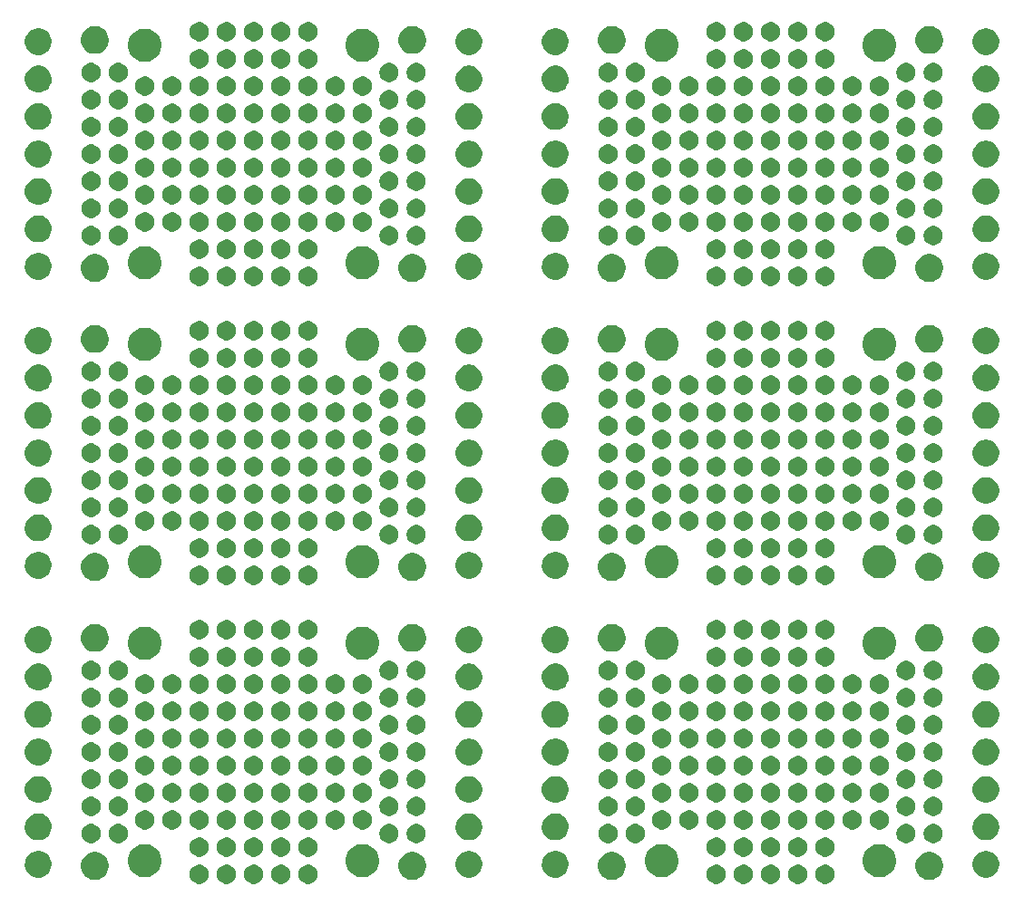
<source format=gbr>
G04 #@! TF.GenerationSoftware,KiCad,Pcbnew,5.1.5-52549c5~86~ubuntu18.04.1*
G04 #@! TF.CreationDate,2020-09-19T01:21:04-05:00*
G04 #@! TF.ProjectId,,58585858-5858-4585-9858-585858585858,rev?*
G04 #@! TF.SameCoordinates,Original*
G04 #@! TF.FileFunction,Soldermask,Bot*
G04 #@! TF.FilePolarity,Negative*
%FSLAX46Y46*%
G04 Gerber Fmt 4.6, Leading zero omitted, Abs format (unit mm)*
G04 Created by KiCad (PCBNEW 5.1.5-52549c5~86~ubuntu18.04.1) date 2020-09-19 01:21:04*
%MOMM*%
%LPD*%
G04 APERTURE LIST*
%ADD10C,0.100000*%
G04 APERTURE END LIST*
D10*
G36*
X149272512Y-111864727D02*
G01*
X149421812Y-111894424D01*
X149585784Y-111962344D01*
X149733354Y-112060947D01*
X149858853Y-112186446D01*
X149957456Y-112334016D01*
X150025376Y-112497988D01*
X150060000Y-112672059D01*
X150060000Y-112849541D01*
X150025376Y-113023612D01*
X149957456Y-113187584D01*
X149858853Y-113335154D01*
X149733354Y-113460653D01*
X149585784Y-113559256D01*
X149421812Y-113627176D01*
X149272512Y-113656873D01*
X149247742Y-113661800D01*
X149070258Y-113661800D01*
X149045488Y-113656873D01*
X148896188Y-113627176D01*
X148732216Y-113559256D01*
X148584646Y-113460653D01*
X148459147Y-113335154D01*
X148360544Y-113187584D01*
X148292624Y-113023612D01*
X148258000Y-112849541D01*
X148258000Y-112672059D01*
X148292624Y-112497988D01*
X148360544Y-112334016D01*
X148459147Y-112186446D01*
X148584646Y-112060947D01*
X148732216Y-111962344D01*
X148896188Y-111894424D01*
X149045488Y-111864727D01*
X149070258Y-111859800D01*
X149247742Y-111859800D01*
X149272512Y-111864727D01*
G37*
G36*
X98472512Y-111864727D02*
G01*
X98621812Y-111894424D01*
X98785784Y-111962344D01*
X98933354Y-112060947D01*
X99058853Y-112186446D01*
X99157456Y-112334016D01*
X99225376Y-112497988D01*
X99260000Y-112672059D01*
X99260000Y-112849541D01*
X99225376Y-113023612D01*
X99157456Y-113187584D01*
X99058853Y-113335154D01*
X98933354Y-113460653D01*
X98785784Y-113559256D01*
X98621812Y-113627176D01*
X98472512Y-113656873D01*
X98447742Y-113661800D01*
X98270258Y-113661800D01*
X98245488Y-113656873D01*
X98096188Y-113627176D01*
X97932216Y-113559256D01*
X97784646Y-113460653D01*
X97659147Y-113335154D01*
X97560544Y-113187584D01*
X97492624Y-113023612D01*
X97458000Y-112849541D01*
X97458000Y-112672059D01*
X97492624Y-112497988D01*
X97560544Y-112334016D01*
X97659147Y-112186446D01*
X97784646Y-112060947D01*
X97932216Y-111962344D01*
X98096188Y-111894424D01*
X98245488Y-111864727D01*
X98270258Y-111859800D01*
X98447742Y-111859800D01*
X98472512Y-111864727D01*
G37*
G36*
X141652512Y-111864727D02*
G01*
X141801812Y-111894424D01*
X141965784Y-111962344D01*
X142113354Y-112060947D01*
X142238853Y-112186446D01*
X142337456Y-112334016D01*
X142405376Y-112497988D01*
X142440000Y-112672059D01*
X142440000Y-112849541D01*
X142405376Y-113023612D01*
X142337456Y-113187584D01*
X142238853Y-113335154D01*
X142113354Y-113460653D01*
X141965784Y-113559256D01*
X141801812Y-113627176D01*
X141652512Y-113656873D01*
X141627742Y-113661800D01*
X141450258Y-113661800D01*
X141425488Y-113656873D01*
X141276188Y-113627176D01*
X141112216Y-113559256D01*
X140964646Y-113460653D01*
X140839147Y-113335154D01*
X140740544Y-113187584D01*
X140672624Y-113023612D01*
X140638000Y-112849541D01*
X140638000Y-112672059D01*
X140672624Y-112497988D01*
X140740544Y-112334016D01*
X140839147Y-112186446D01*
X140964646Y-112060947D01*
X141112216Y-111962344D01*
X141276188Y-111894424D01*
X141425488Y-111864727D01*
X141450258Y-111859800D01*
X141627742Y-111859800D01*
X141652512Y-111864727D01*
G37*
G36*
X93392512Y-111864727D02*
G01*
X93541812Y-111894424D01*
X93705784Y-111962344D01*
X93853354Y-112060947D01*
X93978853Y-112186446D01*
X94077456Y-112334016D01*
X94145376Y-112497988D01*
X94180000Y-112672059D01*
X94180000Y-112849541D01*
X94145376Y-113023612D01*
X94077456Y-113187584D01*
X93978853Y-113335154D01*
X93853354Y-113460653D01*
X93705784Y-113559256D01*
X93541812Y-113627176D01*
X93392512Y-113656873D01*
X93367742Y-113661800D01*
X93190258Y-113661800D01*
X93165488Y-113656873D01*
X93016188Y-113627176D01*
X92852216Y-113559256D01*
X92704646Y-113460653D01*
X92579147Y-113335154D01*
X92480544Y-113187584D01*
X92412624Y-113023612D01*
X92378000Y-112849541D01*
X92378000Y-112672059D01*
X92412624Y-112497988D01*
X92480544Y-112334016D01*
X92579147Y-112186446D01*
X92704646Y-112060947D01*
X92852216Y-111962344D01*
X93016188Y-111894424D01*
X93165488Y-111864727D01*
X93190258Y-111859800D01*
X93367742Y-111859800D01*
X93392512Y-111864727D01*
G37*
G36*
X144192512Y-111864727D02*
G01*
X144341812Y-111894424D01*
X144505784Y-111962344D01*
X144653354Y-112060947D01*
X144778853Y-112186446D01*
X144877456Y-112334016D01*
X144945376Y-112497988D01*
X144980000Y-112672059D01*
X144980000Y-112849541D01*
X144945376Y-113023612D01*
X144877456Y-113187584D01*
X144778853Y-113335154D01*
X144653354Y-113460653D01*
X144505784Y-113559256D01*
X144341812Y-113627176D01*
X144192512Y-113656873D01*
X144167742Y-113661800D01*
X143990258Y-113661800D01*
X143965488Y-113656873D01*
X143816188Y-113627176D01*
X143652216Y-113559256D01*
X143504646Y-113460653D01*
X143379147Y-113335154D01*
X143280544Y-113187584D01*
X143212624Y-113023612D01*
X143178000Y-112849541D01*
X143178000Y-112672059D01*
X143212624Y-112497988D01*
X143280544Y-112334016D01*
X143379147Y-112186446D01*
X143504646Y-112060947D01*
X143652216Y-111962344D01*
X143816188Y-111894424D01*
X143965488Y-111864727D01*
X143990258Y-111859800D01*
X144167742Y-111859800D01*
X144192512Y-111864727D01*
G37*
G36*
X95932512Y-111864727D02*
G01*
X96081812Y-111894424D01*
X96245784Y-111962344D01*
X96393354Y-112060947D01*
X96518853Y-112186446D01*
X96617456Y-112334016D01*
X96685376Y-112497988D01*
X96720000Y-112672059D01*
X96720000Y-112849541D01*
X96685376Y-113023612D01*
X96617456Y-113187584D01*
X96518853Y-113335154D01*
X96393354Y-113460653D01*
X96245784Y-113559256D01*
X96081812Y-113627176D01*
X95932512Y-113656873D01*
X95907742Y-113661800D01*
X95730258Y-113661800D01*
X95705488Y-113656873D01*
X95556188Y-113627176D01*
X95392216Y-113559256D01*
X95244646Y-113460653D01*
X95119147Y-113335154D01*
X95020544Y-113187584D01*
X94952624Y-113023612D01*
X94918000Y-112849541D01*
X94918000Y-112672059D01*
X94952624Y-112497988D01*
X95020544Y-112334016D01*
X95119147Y-112186446D01*
X95244646Y-112060947D01*
X95392216Y-111962344D01*
X95556188Y-111894424D01*
X95705488Y-111864727D01*
X95730258Y-111859800D01*
X95907742Y-111859800D01*
X95932512Y-111864727D01*
G37*
G36*
X139112512Y-111864727D02*
G01*
X139261812Y-111894424D01*
X139425784Y-111962344D01*
X139573354Y-112060947D01*
X139698853Y-112186446D01*
X139797456Y-112334016D01*
X139865376Y-112497988D01*
X139900000Y-112672059D01*
X139900000Y-112849541D01*
X139865376Y-113023612D01*
X139797456Y-113187584D01*
X139698853Y-113335154D01*
X139573354Y-113460653D01*
X139425784Y-113559256D01*
X139261812Y-113627176D01*
X139112512Y-113656873D01*
X139087742Y-113661800D01*
X138910258Y-113661800D01*
X138885488Y-113656873D01*
X138736188Y-113627176D01*
X138572216Y-113559256D01*
X138424646Y-113460653D01*
X138299147Y-113335154D01*
X138200544Y-113187584D01*
X138132624Y-113023612D01*
X138098000Y-112849541D01*
X138098000Y-112672059D01*
X138132624Y-112497988D01*
X138200544Y-112334016D01*
X138299147Y-112186446D01*
X138424646Y-112060947D01*
X138572216Y-111962344D01*
X138736188Y-111894424D01*
X138885488Y-111864727D01*
X138910258Y-111859800D01*
X139087742Y-111859800D01*
X139112512Y-111864727D01*
G37*
G36*
X90852512Y-111864727D02*
G01*
X91001812Y-111894424D01*
X91165784Y-111962344D01*
X91313354Y-112060947D01*
X91438853Y-112186446D01*
X91537456Y-112334016D01*
X91605376Y-112497988D01*
X91640000Y-112672059D01*
X91640000Y-112849541D01*
X91605376Y-113023612D01*
X91537456Y-113187584D01*
X91438853Y-113335154D01*
X91313354Y-113460653D01*
X91165784Y-113559256D01*
X91001812Y-113627176D01*
X90852512Y-113656873D01*
X90827742Y-113661800D01*
X90650258Y-113661800D01*
X90625488Y-113656873D01*
X90476188Y-113627176D01*
X90312216Y-113559256D01*
X90164646Y-113460653D01*
X90039147Y-113335154D01*
X89940544Y-113187584D01*
X89872624Y-113023612D01*
X89838000Y-112849541D01*
X89838000Y-112672059D01*
X89872624Y-112497988D01*
X89940544Y-112334016D01*
X90039147Y-112186446D01*
X90164646Y-112060947D01*
X90312216Y-111962344D01*
X90476188Y-111894424D01*
X90625488Y-111864727D01*
X90650258Y-111859800D01*
X90827742Y-111859800D01*
X90852512Y-111864727D01*
G37*
G36*
X101012512Y-111864727D02*
G01*
X101161812Y-111894424D01*
X101325784Y-111962344D01*
X101473354Y-112060947D01*
X101598853Y-112186446D01*
X101697456Y-112334016D01*
X101765376Y-112497988D01*
X101800000Y-112672059D01*
X101800000Y-112849541D01*
X101765376Y-113023612D01*
X101697456Y-113187584D01*
X101598853Y-113335154D01*
X101473354Y-113460653D01*
X101325784Y-113559256D01*
X101161812Y-113627176D01*
X101012512Y-113656873D01*
X100987742Y-113661800D01*
X100810258Y-113661800D01*
X100785488Y-113656873D01*
X100636188Y-113627176D01*
X100472216Y-113559256D01*
X100324646Y-113460653D01*
X100199147Y-113335154D01*
X100100544Y-113187584D01*
X100032624Y-113023612D01*
X99998000Y-112849541D01*
X99998000Y-112672059D01*
X100032624Y-112497988D01*
X100100544Y-112334016D01*
X100199147Y-112186446D01*
X100324646Y-112060947D01*
X100472216Y-111962344D01*
X100636188Y-111894424D01*
X100785488Y-111864727D01*
X100810258Y-111859800D01*
X100987742Y-111859800D01*
X101012512Y-111864727D01*
G37*
G36*
X146732512Y-111864727D02*
G01*
X146881812Y-111894424D01*
X147045784Y-111962344D01*
X147193354Y-112060947D01*
X147318853Y-112186446D01*
X147417456Y-112334016D01*
X147485376Y-112497988D01*
X147520000Y-112672059D01*
X147520000Y-112849541D01*
X147485376Y-113023612D01*
X147417456Y-113187584D01*
X147318853Y-113335154D01*
X147193354Y-113460653D01*
X147045784Y-113559256D01*
X146881812Y-113627176D01*
X146732512Y-113656873D01*
X146707742Y-113661800D01*
X146530258Y-113661800D01*
X146505488Y-113656873D01*
X146356188Y-113627176D01*
X146192216Y-113559256D01*
X146044646Y-113460653D01*
X145919147Y-113335154D01*
X145820544Y-113187584D01*
X145752624Y-113023612D01*
X145718000Y-112849541D01*
X145718000Y-112672059D01*
X145752624Y-112497988D01*
X145820544Y-112334016D01*
X145919147Y-112186446D01*
X146044646Y-112060947D01*
X146192216Y-111962344D01*
X146356188Y-111894424D01*
X146505488Y-111864727D01*
X146530258Y-111859800D01*
X146707742Y-111859800D01*
X146732512Y-111864727D01*
G37*
G36*
X81379993Y-110732904D02*
G01*
X81616701Y-110830952D01*
X81616703Y-110830953D01*
X81829735Y-110973296D01*
X82010904Y-111154465D01*
X82153247Y-111367497D01*
X82153248Y-111367499D01*
X82251296Y-111604207D01*
X82301280Y-111855493D01*
X82301280Y-112111707D01*
X82251296Y-112362993D01*
X82153248Y-112599701D01*
X82153247Y-112599703D01*
X82010904Y-112812735D01*
X81829735Y-112993904D01*
X81616703Y-113136247D01*
X81616702Y-113136248D01*
X81616701Y-113136248D01*
X81379993Y-113234296D01*
X81128707Y-113284280D01*
X80872493Y-113284280D01*
X80621207Y-113234296D01*
X80384499Y-113136248D01*
X80384498Y-113136248D01*
X80384497Y-113136247D01*
X80171465Y-112993904D01*
X79990296Y-112812735D01*
X79847953Y-112599703D01*
X79847952Y-112599701D01*
X79749904Y-112362993D01*
X79699920Y-112111707D01*
X79699920Y-111855493D01*
X79749904Y-111604207D01*
X79847952Y-111367499D01*
X79847953Y-111367497D01*
X79990296Y-111154465D01*
X80171465Y-110973296D01*
X80384497Y-110830953D01*
X80384499Y-110830952D01*
X80621207Y-110732904D01*
X80872493Y-110682920D01*
X81128707Y-110682920D01*
X81379993Y-110732904D01*
G37*
G36*
X159276793Y-110732904D02*
G01*
X159513501Y-110830952D01*
X159513503Y-110830953D01*
X159726535Y-110973296D01*
X159907704Y-111154465D01*
X160050047Y-111367497D01*
X160050048Y-111367499D01*
X160148096Y-111604207D01*
X160198080Y-111855493D01*
X160198080Y-112111707D01*
X160148096Y-112362993D01*
X160050048Y-112599701D01*
X160050047Y-112599703D01*
X159907704Y-112812735D01*
X159726535Y-112993904D01*
X159513503Y-113136247D01*
X159513502Y-113136248D01*
X159513501Y-113136248D01*
X159276793Y-113234296D01*
X159025507Y-113284280D01*
X158769293Y-113284280D01*
X158518007Y-113234296D01*
X158281299Y-113136248D01*
X158281298Y-113136248D01*
X158281297Y-113136247D01*
X158068265Y-112993904D01*
X157887096Y-112812735D01*
X157744753Y-112599703D01*
X157744752Y-112599701D01*
X157646704Y-112362993D01*
X157596720Y-112111707D01*
X157596720Y-111855493D01*
X157646704Y-111604207D01*
X157744752Y-111367499D01*
X157744753Y-111367497D01*
X157887096Y-111154465D01*
X158068265Y-110973296D01*
X158281297Y-110830953D01*
X158281299Y-110830952D01*
X158518007Y-110732904D01*
X158769293Y-110682920D01*
X159025507Y-110682920D01*
X159276793Y-110732904D01*
G37*
G36*
X129639993Y-110732904D02*
G01*
X129876701Y-110830952D01*
X129876703Y-110830953D01*
X130089735Y-110973296D01*
X130270904Y-111154465D01*
X130413247Y-111367497D01*
X130413248Y-111367499D01*
X130511296Y-111604207D01*
X130561280Y-111855493D01*
X130561280Y-112111707D01*
X130511296Y-112362993D01*
X130413248Y-112599701D01*
X130413247Y-112599703D01*
X130270904Y-112812735D01*
X130089735Y-112993904D01*
X129876703Y-113136247D01*
X129876702Y-113136248D01*
X129876701Y-113136248D01*
X129639993Y-113234296D01*
X129388707Y-113284280D01*
X129132493Y-113284280D01*
X128881207Y-113234296D01*
X128644499Y-113136248D01*
X128644498Y-113136248D01*
X128644497Y-113136247D01*
X128431465Y-112993904D01*
X128250296Y-112812735D01*
X128107953Y-112599703D01*
X128107952Y-112599701D01*
X128009904Y-112362993D01*
X127959920Y-112111707D01*
X127959920Y-111855493D01*
X128009904Y-111604207D01*
X128107952Y-111367499D01*
X128107953Y-111367497D01*
X128250296Y-111154465D01*
X128431465Y-110973296D01*
X128644497Y-110830953D01*
X128644499Y-110830952D01*
X128881207Y-110732904D01*
X129132493Y-110682920D01*
X129388707Y-110682920D01*
X129639993Y-110732904D01*
G37*
G36*
X111016793Y-110732904D02*
G01*
X111253501Y-110830952D01*
X111253503Y-110830953D01*
X111466535Y-110973296D01*
X111647704Y-111154465D01*
X111790047Y-111367497D01*
X111790048Y-111367499D01*
X111888096Y-111604207D01*
X111938080Y-111855493D01*
X111938080Y-112111707D01*
X111888096Y-112362993D01*
X111790048Y-112599701D01*
X111790047Y-112599703D01*
X111647704Y-112812735D01*
X111466535Y-112993904D01*
X111253503Y-113136247D01*
X111253502Y-113136248D01*
X111253501Y-113136248D01*
X111016793Y-113234296D01*
X110765507Y-113284280D01*
X110509293Y-113284280D01*
X110258007Y-113234296D01*
X110021299Y-113136248D01*
X110021298Y-113136248D01*
X110021297Y-113136247D01*
X109808265Y-112993904D01*
X109627096Y-112812735D01*
X109484753Y-112599703D01*
X109484752Y-112599701D01*
X109386704Y-112362993D01*
X109336720Y-112111707D01*
X109336720Y-111855493D01*
X109386704Y-111604207D01*
X109484752Y-111367499D01*
X109484753Y-111367497D01*
X109627096Y-111154465D01*
X109808265Y-110973296D01*
X110021297Y-110830953D01*
X110021299Y-110830952D01*
X110258007Y-110732904D01*
X110509293Y-110682920D01*
X110765507Y-110682920D01*
X111016793Y-110732904D01*
G37*
G36*
X76087103Y-110627875D02*
G01*
X76314771Y-110722178D01*
X76519666Y-110859085D01*
X76693915Y-111033334D01*
X76729891Y-111087176D01*
X76830823Y-111238231D01*
X76925125Y-111465897D01*
X76960465Y-111643561D01*
X76973200Y-111707587D01*
X76973200Y-111954013D01*
X76925125Y-112195703D01*
X76830822Y-112423371D01*
X76693915Y-112628266D01*
X76519666Y-112802515D01*
X76314771Y-112939422D01*
X76314770Y-112939423D01*
X76314769Y-112939423D01*
X76087103Y-113033725D01*
X75845414Y-113081800D01*
X75598986Y-113081800D01*
X75357297Y-113033725D01*
X75129631Y-112939423D01*
X75129630Y-112939423D01*
X75129629Y-112939422D01*
X74924734Y-112802515D01*
X74750485Y-112628266D01*
X74613578Y-112423371D01*
X74519275Y-112195703D01*
X74471200Y-111954013D01*
X74471200Y-111707587D01*
X74483936Y-111643561D01*
X74519275Y-111465897D01*
X74613577Y-111238231D01*
X74714509Y-111087176D01*
X74750485Y-111033334D01*
X74924734Y-110859085D01*
X75129629Y-110722178D01*
X75357297Y-110627875D01*
X75598986Y-110579800D01*
X75845414Y-110579800D01*
X76087103Y-110627875D01*
G37*
G36*
X124347103Y-110627875D02*
G01*
X124574771Y-110722178D01*
X124779666Y-110859085D01*
X124953915Y-111033334D01*
X124989891Y-111087176D01*
X125090823Y-111238231D01*
X125185125Y-111465897D01*
X125220465Y-111643561D01*
X125233200Y-111707587D01*
X125233200Y-111954013D01*
X125185125Y-112195703D01*
X125090822Y-112423371D01*
X124953915Y-112628266D01*
X124779666Y-112802515D01*
X124574771Y-112939422D01*
X124574770Y-112939423D01*
X124574769Y-112939423D01*
X124347103Y-113033725D01*
X124105414Y-113081800D01*
X123858986Y-113081800D01*
X123617297Y-113033725D01*
X123389631Y-112939423D01*
X123389630Y-112939423D01*
X123389629Y-112939422D01*
X123184734Y-112802515D01*
X123010485Y-112628266D01*
X122873578Y-112423371D01*
X122779275Y-112195703D01*
X122731200Y-111954013D01*
X122731200Y-111707587D01*
X122743936Y-111643561D01*
X122779275Y-111465897D01*
X122873577Y-111238231D01*
X122974509Y-111087176D01*
X123010485Y-111033334D01*
X123184734Y-110859085D01*
X123389629Y-110722178D01*
X123617297Y-110627875D01*
X123858986Y-110579800D01*
X124105414Y-110579800D01*
X124347103Y-110627875D01*
G37*
G36*
X164540703Y-110627875D02*
G01*
X164768371Y-110722178D01*
X164973266Y-110859085D01*
X165147515Y-111033334D01*
X165183491Y-111087176D01*
X165284423Y-111238231D01*
X165378725Y-111465897D01*
X165414065Y-111643561D01*
X165426800Y-111707587D01*
X165426800Y-111954013D01*
X165378725Y-112195703D01*
X165284422Y-112423371D01*
X165147515Y-112628266D01*
X164973266Y-112802515D01*
X164768371Y-112939422D01*
X164768370Y-112939423D01*
X164768369Y-112939423D01*
X164540703Y-113033725D01*
X164299014Y-113081800D01*
X164052586Y-113081800D01*
X163810897Y-113033725D01*
X163583231Y-112939423D01*
X163583230Y-112939423D01*
X163583229Y-112939422D01*
X163378334Y-112802515D01*
X163204085Y-112628266D01*
X163067178Y-112423371D01*
X162972875Y-112195703D01*
X162924800Y-111954013D01*
X162924800Y-111707587D01*
X162937536Y-111643561D01*
X162972875Y-111465897D01*
X163067177Y-111238231D01*
X163168109Y-111087176D01*
X163204085Y-111033334D01*
X163378334Y-110859085D01*
X163583229Y-110722178D01*
X163810897Y-110627875D01*
X164052586Y-110579800D01*
X164299014Y-110579800D01*
X164540703Y-110627875D01*
G37*
G36*
X116280703Y-110627875D02*
G01*
X116508371Y-110722178D01*
X116713266Y-110859085D01*
X116887515Y-111033334D01*
X116923491Y-111087176D01*
X117024423Y-111238231D01*
X117118725Y-111465897D01*
X117154065Y-111643561D01*
X117166800Y-111707587D01*
X117166800Y-111954013D01*
X117118725Y-112195703D01*
X117024422Y-112423371D01*
X116887515Y-112628266D01*
X116713266Y-112802515D01*
X116508371Y-112939422D01*
X116508370Y-112939423D01*
X116508369Y-112939423D01*
X116280703Y-113033725D01*
X116039014Y-113081800D01*
X115792586Y-113081800D01*
X115550897Y-113033725D01*
X115323231Y-112939423D01*
X115323230Y-112939423D01*
X115323229Y-112939422D01*
X115118334Y-112802515D01*
X114944085Y-112628266D01*
X114807178Y-112423371D01*
X114712875Y-112195703D01*
X114664800Y-111954013D01*
X114664800Y-111707587D01*
X114677536Y-111643561D01*
X114712875Y-111465897D01*
X114807177Y-111238231D01*
X114908109Y-111087176D01*
X114944085Y-111033334D01*
X115118334Y-110859085D01*
X115323229Y-110722178D01*
X115550897Y-110627875D01*
X115792586Y-110579800D01*
X116039014Y-110579800D01*
X116280703Y-110627875D01*
G37*
G36*
X85961585Y-109969602D02*
G01*
X86111410Y-109999404D01*
X86393674Y-110116321D01*
X86647705Y-110286059D01*
X86863741Y-110502095D01*
X87033479Y-110756126D01*
X87150396Y-111038390D01*
X87150396Y-111038391D01*
X87210000Y-111338039D01*
X87210000Y-111643561D01*
X87197264Y-111707587D01*
X87150396Y-111943210D01*
X87033479Y-112225474D01*
X86863741Y-112479505D01*
X86647705Y-112695541D01*
X86393674Y-112865279D01*
X86111410Y-112982196D01*
X85961585Y-113011998D01*
X85811761Y-113041800D01*
X85506239Y-113041800D01*
X85356415Y-113011998D01*
X85206590Y-112982196D01*
X84924326Y-112865279D01*
X84670295Y-112695541D01*
X84454259Y-112479505D01*
X84284521Y-112225474D01*
X84167604Y-111943210D01*
X84120736Y-111707587D01*
X84108000Y-111643561D01*
X84108000Y-111338039D01*
X84167604Y-111038391D01*
X84167604Y-111038390D01*
X84284521Y-110756126D01*
X84454259Y-110502095D01*
X84670295Y-110286059D01*
X84924326Y-110116321D01*
X85206590Y-109999404D01*
X85356415Y-109969602D01*
X85506239Y-109939800D01*
X85811761Y-109939800D01*
X85961585Y-109969602D01*
G37*
G36*
X134221585Y-109969602D02*
G01*
X134371410Y-109999404D01*
X134653674Y-110116321D01*
X134907705Y-110286059D01*
X135123741Y-110502095D01*
X135293479Y-110756126D01*
X135410396Y-111038390D01*
X135410396Y-111038391D01*
X135470000Y-111338039D01*
X135470000Y-111643561D01*
X135457264Y-111707587D01*
X135410396Y-111943210D01*
X135293479Y-112225474D01*
X135123741Y-112479505D01*
X134907705Y-112695541D01*
X134653674Y-112865279D01*
X134371410Y-112982196D01*
X134221585Y-113011998D01*
X134071761Y-113041800D01*
X133766239Y-113041800D01*
X133616415Y-113011998D01*
X133466590Y-112982196D01*
X133184326Y-112865279D01*
X132930295Y-112695541D01*
X132714259Y-112479505D01*
X132544521Y-112225474D01*
X132427604Y-111943210D01*
X132380736Y-111707587D01*
X132368000Y-111643561D01*
X132368000Y-111338039D01*
X132427604Y-111038391D01*
X132427604Y-111038390D01*
X132544521Y-110756126D01*
X132714259Y-110502095D01*
X132930295Y-110286059D01*
X133184326Y-110116321D01*
X133466590Y-109999404D01*
X133616415Y-109969602D01*
X133766239Y-109939800D01*
X134071761Y-109939800D01*
X134221585Y-109969602D01*
G37*
G36*
X154541585Y-109969602D02*
G01*
X154691410Y-109999404D01*
X154973674Y-110116321D01*
X155227705Y-110286059D01*
X155443741Y-110502095D01*
X155613479Y-110756126D01*
X155730396Y-111038390D01*
X155730396Y-111038391D01*
X155790000Y-111338039D01*
X155790000Y-111643561D01*
X155777264Y-111707587D01*
X155730396Y-111943210D01*
X155613479Y-112225474D01*
X155443741Y-112479505D01*
X155227705Y-112695541D01*
X154973674Y-112865279D01*
X154691410Y-112982196D01*
X154541585Y-113011998D01*
X154391761Y-113041800D01*
X154086239Y-113041800D01*
X153936415Y-113011998D01*
X153786590Y-112982196D01*
X153504326Y-112865279D01*
X153250295Y-112695541D01*
X153034259Y-112479505D01*
X152864521Y-112225474D01*
X152747604Y-111943210D01*
X152700736Y-111707587D01*
X152688000Y-111643561D01*
X152688000Y-111338039D01*
X152747604Y-111038391D01*
X152747604Y-111038390D01*
X152864521Y-110756126D01*
X153034259Y-110502095D01*
X153250295Y-110286059D01*
X153504326Y-110116321D01*
X153786590Y-109999404D01*
X153936415Y-109969602D01*
X154086239Y-109939800D01*
X154391761Y-109939800D01*
X154541585Y-109969602D01*
G37*
G36*
X106281585Y-109969602D02*
G01*
X106431410Y-109999404D01*
X106713674Y-110116321D01*
X106967705Y-110286059D01*
X107183741Y-110502095D01*
X107353479Y-110756126D01*
X107470396Y-111038390D01*
X107470396Y-111038391D01*
X107530000Y-111338039D01*
X107530000Y-111643561D01*
X107517264Y-111707587D01*
X107470396Y-111943210D01*
X107353479Y-112225474D01*
X107183741Y-112479505D01*
X106967705Y-112695541D01*
X106713674Y-112865279D01*
X106431410Y-112982196D01*
X106281585Y-113011998D01*
X106131761Y-113041800D01*
X105826239Y-113041800D01*
X105676415Y-113011998D01*
X105526590Y-112982196D01*
X105244326Y-112865279D01*
X104990295Y-112695541D01*
X104774259Y-112479505D01*
X104604521Y-112225474D01*
X104487604Y-111943210D01*
X104440736Y-111707587D01*
X104428000Y-111643561D01*
X104428000Y-111338039D01*
X104487604Y-111038391D01*
X104487604Y-111038390D01*
X104604521Y-110756126D01*
X104774259Y-110502095D01*
X104990295Y-110286059D01*
X105244326Y-110116321D01*
X105526590Y-109999404D01*
X105676415Y-109969602D01*
X105826239Y-109939800D01*
X106131761Y-109939800D01*
X106281585Y-109969602D01*
G37*
G36*
X144192512Y-109324727D02*
G01*
X144341812Y-109354424D01*
X144505784Y-109422344D01*
X144653354Y-109520947D01*
X144778853Y-109646446D01*
X144877456Y-109794016D01*
X144945376Y-109957988D01*
X144980000Y-110132059D01*
X144980000Y-110309541D01*
X144945376Y-110483612D01*
X144877456Y-110647584D01*
X144778853Y-110795154D01*
X144653354Y-110920653D01*
X144505784Y-111019256D01*
X144341812Y-111087176D01*
X144192512Y-111116873D01*
X144167742Y-111121800D01*
X143990258Y-111121800D01*
X143965488Y-111116873D01*
X143816188Y-111087176D01*
X143652216Y-111019256D01*
X143504646Y-110920653D01*
X143379147Y-110795154D01*
X143280544Y-110647584D01*
X143212624Y-110483612D01*
X143178000Y-110309541D01*
X143178000Y-110132059D01*
X143212624Y-109957988D01*
X143280544Y-109794016D01*
X143379147Y-109646446D01*
X143504646Y-109520947D01*
X143652216Y-109422344D01*
X143816188Y-109354424D01*
X143965488Y-109324727D01*
X143990258Y-109319800D01*
X144167742Y-109319800D01*
X144192512Y-109324727D01*
G37*
G36*
X90852512Y-109324727D02*
G01*
X91001812Y-109354424D01*
X91165784Y-109422344D01*
X91313354Y-109520947D01*
X91438853Y-109646446D01*
X91537456Y-109794016D01*
X91605376Y-109957988D01*
X91640000Y-110132059D01*
X91640000Y-110309541D01*
X91605376Y-110483612D01*
X91537456Y-110647584D01*
X91438853Y-110795154D01*
X91313354Y-110920653D01*
X91165784Y-111019256D01*
X91001812Y-111087176D01*
X90852512Y-111116873D01*
X90827742Y-111121800D01*
X90650258Y-111121800D01*
X90625488Y-111116873D01*
X90476188Y-111087176D01*
X90312216Y-111019256D01*
X90164646Y-110920653D01*
X90039147Y-110795154D01*
X89940544Y-110647584D01*
X89872624Y-110483612D01*
X89838000Y-110309541D01*
X89838000Y-110132059D01*
X89872624Y-109957988D01*
X89940544Y-109794016D01*
X90039147Y-109646446D01*
X90164646Y-109520947D01*
X90312216Y-109422344D01*
X90476188Y-109354424D01*
X90625488Y-109324727D01*
X90650258Y-109319800D01*
X90827742Y-109319800D01*
X90852512Y-109324727D01*
G37*
G36*
X95932512Y-109324727D02*
G01*
X96081812Y-109354424D01*
X96245784Y-109422344D01*
X96393354Y-109520947D01*
X96518853Y-109646446D01*
X96617456Y-109794016D01*
X96685376Y-109957988D01*
X96720000Y-110132059D01*
X96720000Y-110309541D01*
X96685376Y-110483612D01*
X96617456Y-110647584D01*
X96518853Y-110795154D01*
X96393354Y-110920653D01*
X96245784Y-111019256D01*
X96081812Y-111087176D01*
X95932512Y-111116873D01*
X95907742Y-111121800D01*
X95730258Y-111121800D01*
X95705488Y-111116873D01*
X95556188Y-111087176D01*
X95392216Y-111019256D01*
X95244646Y-110920653D01*
X95119147Y-110795154D01*
X95020544Y-110647584D01*
X94952624Y-110483612D01*
X94918000Y-110309541D01*
X94918000Y-110132059D01*
X94952624Y-109957988D01*
X95020544Y-109794016D01*
X95119147Y-109646446D01*
X95244646Y-109520947D01*
X95392216Y-109422344D01*
X95556188Y-109354424D01*
X95705488Y-109324727D01*
X95730258Y-109319800D01*
X95907742Y-109319800D01*
X95932512Y-109324727D01*
G37*
G36*
X93392512Y-109324727D02*
G01*
X93541812Y-109354424D01*
X93705784Y-109422344D01*
X93853354Y-109520947D01*
X93978853Y-109646446D01*
X94077456Y-109794016D01*
X94145376Y-109957988D01*
X94180000Y-110132059D01*
X94180000Y-110309541D01*
X94145376Y-110483612D01*
X94077456Y-110647584D01*
X93978853Y-110795154D01*
X93853354Y-110920653D01*
X93705784Y-111019256D01*
X93541812Y-111087176D01*
X93392512Y-111116873D01*
X93367742Y-111121800D01*
X93190258Y-111121800D01*
X93165488Y-111116873D01*
X93016188Y-111087176D01*
X92852216Y-111019256D01*
X92704646Y-110920653D01*
X92579147Y-110795154D01*
X92480544Y-110647584D01*
X92412624Y-110483612D01*
X92378000Y-110309541D01*
X92378000Y-110132059D01*
X92412624Y-109957988D01*
X92480544Y-109794016D01*
X92579147Y-109646446D01*
X92704646Y-109520947D01*
X92852216Y-109422344D01*
X93016188Y-109354424D01*
X93165488Y-109324727D01*
X93190258Y-109319800D01*
X93367742Y-109319800D01*
X93392512Y-109324727D01*
G37*
G36*
X139112512Y-109324727D02*
G01*
X139261812Y-109354424D01*
X139425784Y-109422344D01*
X139573354Y-109520947D01*
X139698853Y-109646446D01*
X139797456Y-109794016D01*
X139865376Y-109957988D01*
X139900000Y-110132059D01*
X139900000Y-110309541D01*
X139865376Y-110483612D01*
X139797456Y-110647584D01*
X139698853Y-110795154D01*
X139573354Y-110920653D01*
X139425784Y-111019256D01*
X139261812Y-111087176D01*
X139112512Y-111116873D01*
X139087742Y-111121800D01*
X138910258Y-111121800D01*
X138885488Y-111116873D01*
X138736188Y-111087176D01*
X138572216Y-111019256D01*
X138424646Y-110920653D01*
X138299147Y-110795154D01*
X138200544Y-110647584D01*
X138132624Y-110483612D01*
X138098000Y-110309541D01*
X138098000Y-110132059D01*
X138132624Y-109957988D01*
X138200544Y-109794016D01*
X138299147Y-109646446D01*
X138424646Y-109520947D01*
X138572216Y-109422344D01*
X138736188Y-109354424D01*
X138885488Y-109324727D01*
X138910258Y-109319800D01*
X139087742Y-109319800D01*
X139112512Y-109324727D01*
G37*
G36*
X141652512Y-109324727D02*
G01*
X141801812Y-109354424D01*
X141965784Y-109422344D01*
X142113354Y-109520947D01*
X142238853Y-109646446D01*
X142337456Y-109794016D01*
X142405376Y-109957988D01*
X142440000Y-110132059D01*
X142440000Y-110309541D01*
X142405376Y-110483612D01*
X142337456Y-110647584D01*
X142238853Y-110795154D01*
X142113354Y-110920653D01*
X141965784Y-111019256D01*
X141801812Y-111087176D01*
X141652512Y-111116873D01*
X141627742Y-111121800D01*
X141450258Y-111121800D01*
X141425488Y-111116873D01*
X141276188Y-111087176D01*
X141112216Y-111019256D01*
X140964646Y-110920653D01*
X140839147Y-110795154D01*
X140740544Y-110647584D01*
X140672624Y-110483612D01*
X140638000Y-110309541D01*
X140638000Y-110132059D01*
X140672624Y-109957988D01*
X140740544Y-109794016D01*
X140839147Y-109646446D01*
X140964646Y-109520947D01*
X141112216Y-109422344D01*
X141276188Y-109354424D01*
X141425488Y-109324727D01*
X141450258Y-109319800D01*
X141627742Y-109319800D01*
X141652512Y-109324727D01*
G37*
G36*
X149272512Y-109324727D02*
G01*
X149421812Y-109354424D01*
X149585784Y-109422344D01*
X149733354Y-109520947D01*
X149858853Y-109646446D01*
X149957456Y-109794016D01*
X150025376Y-109957988D01*
X150060000Y-110132059D01*
X150060000Y-110309541D01*
X150025376Y-110483612D01*
X149957456Y-110647584D01*
X149858853Y-110795154D01*
X149733354Y-110920653D01*
X149585784Y-111019256D01*
X149421812Y-111087176D01*
X149272512Y-111116873D01*
X149247742Y-111121800D01*
X149070258Y-111121800D01*
X149045488Y-111116873D01*
X148896188Y-111087176D01*
X148732216Y-111019256D01*
X148584646Y-110920653D01*
X148459147Y-110795154D01*
X148360544Y-110647584D01*
X148292624Y-110483612D01*
X148258000Y-110309541D01*
X148258000Y-110132059D01*
X148292624Y-109957988D01*
X148360544Y-109794016D01*
X148459147Y-109646446D01*
X148584646Y-109520947D01*
X148732216Y-109422344D01*
X148896188Y-109354424D01*
X149045488Y-109324727D01*
X149070258Y-109319800D01*
X149247742Y-109319800D01*
X149272512Y-109324727D01*
G37*
G36*
X98472512Y-109324727D02*
G01*
X98621812Y-109354424D01*
X98785784Y-109422344D01*
X98933354Y-109520947D01*
X99058853Y-109646446D01*
X99157456Y-109794016D01*
X99225376Y-109957988D01*
X99260000Y-110132059D01*
X99260000Y-110309541D01*
X99225376Y-110483612D01*
X99157456Y-110647584D01*
X99058853Y-110795154D01*
X98933354Y-110920653D01*
X98785784Y-111019256D01*
X98621812Y-111087176D01*
X98472512Y-111116873D01*
X98447742Y-111121800D01*
X98270258Y-111121800D01*
X98245488Y-111116873D01*
X98096188Y-111087176D01*
X97932216Y-111019256D01*
X97784646Y-110920653D01*
X97659147Y-110795154D01*
X97560544Y-110647584D01*
X97492624Y-110483612D01*
X97458000Y-110309541D01*
X97458000Y-110132059D01*
X97492624Y-109957988D01*
X97560544Y-109794016D01*
X97659147Y-109646446D01*
X97784646Y-109520947D01*
X97932216Y-109422344D01*
X98096188Y-109354424D01*
X98245488Y-109324727D01*
X98270258Y-109319800D01*
X98447742Y-109319800D01*
X98472512Y-109324727D01*
G37*
G36*
X146732512Y-109324727D02*
G01*
X146881812Y-109354424D01*
X147045784Y-109422344D01*
X147193354Y-109520947D01*
X147318853Y-109646446D01*
X147417456Y-109794016D01*
X147485376Y-109957988D01*
X147520000Y-110132059D01*
X147520000Y-110309541D01*
X147485376Y-110483612D01*
X147417456Y-110647584D01*
X147318853Y-110795154D01*
X147193354Y-110920653D01*
X147045784Y-111019256D01*
X146881812Y-111087176D01*
X146732512Y-111116873D01*
X146707742Y-111121800D01*
X146530258Y-111121800D01*
X146505488Y-111116873D01*
X146356188Y-111087176D01*
X146192216Y-111019256D01*
X146044646Y-110920653D01*
X145919147Y-110795154D01*
X145820544Y-110647584D01*
X145752624Y-110483612D01*
X145718000Y-110309541D01*
X145718000Y-110132059D01*
X145752624Y-109957988D01*
X145820544Y-109794016D01*
X145919147Y-109646446D01*
X146044646Y-109520947D01*
X146192216Y-109422344D01*
X146356188Y-109354424D01*
X146505488Y-109324727D01*
X146530258Y-109319800D01*
X146707742Y-109319800D01*
X146732512Y-109324727D01*
G37*
G36*
X101012512Y-109324727D02*
G01*
X101161812Y-109354424D01*
X101325784Y-109422344D01*
X101473354Y-109520947D01*
X101598853Y-109646446D01*
X101697456Y-109794016D01*
X101765376Y-109957988D01*
X101800000Y-110132059D01*
X101800000Y-110309541D01*
X101765376Y-110483612D01*
X101697456Y-110647584D01*
X101598853Y-110795154D01*
X101473354Y-110920653D01*
X101325784Y-111019256D01*
X101161812Y-111087176D01*
X101012512Y-111116873D01*
X100987742Y-111121800D01*
X100810258Y-111121800D01*
X100785488Y-111116873D01*
X100636188Y-111087176D01*
X100472216Y-111019256D01*
X100324646Y-110920653D01*
X100199147Y-110795154D01*
X100100544Y-110647584D01*
X100032624Y-110483612D01*
X99998000Y-110309541D01*
X99998000Y-110132059D01*
X100032624Y-109957988D01*
X100100544Y-109794016D01*
X100199147Y-109646446D01*
X100324646Y-109520947D01*
X100472216Y-109422344D01*
X100636188Y-109354424D01*
X100785488Y-109324727D01*
X100810258Y-109319800D01*
X100987742Y-109319800D01*
X101012512Y-109324727D01*
G37*
G36*
X129018512Y-108054727D02*
G01*
X129167812Y-108084424D01*
X129331784Y-108152344D01*
X129479354Y-108250947D01*
X129604853Y-108376446D01*
X129703456Y-108524016D01*
X129771376Y-108687988D01*
X129806000Y-108862059D01*
X129806000Y-109039541D01*
X129771376Y-109213612D01*
X129703456Y-109377584D01*
X129604853Y-109525154D01*
X129479354Y-109650653D01*
X129331784Y-109749256D01*
X129167812Y-109817176D01*
X129018512Y-109846873D01*
X128993742Y-109851800D01*
X128816258Y-109851800D01*
X128791488Y-109846873D01*
X128642188Y-109817176D01*
X128478216Y-109749256D01*
X128330646Y-109650653D01*
X128205147Y-109525154D01*
X128106544Y-109377584D01*
X128038624Y-109213612D01*
X128004000Y-109039541D01*
X128004000Y-108862059D01*
X128038624Y-108687988D01*
X128106544Y-108524016D01*
X128205147Y-108376446D01*
X128330646Y-108250947D01*
X128478216Y-108152344D01*
X128642188Y-108084424D01*
X128791488Y-108054727D01*
X128816258Y-108049800D01*
X128993742Y-108049800D01*
X129018512Y-108054727D01*
G37*
G36*
X83298512Y-108054727D02*
G01*
X83447812Y-108084424D01*
X83611784Y-108152344D01*
X83759354Y-108250947D01*
X83884853Y-108376446D01*
X83983456Y-108524016D01*
X84051376Y-108687988D01*
X84086000Y-108862059D01*
X84086000Y-109039541D01*
X84051376Y-109213612D01*
X83983456Y-109377584D01*
X83884853Y-109525154D01*
X83759354Y-109650653D01*
X83611784Y-109749256D01*
X83447812Y-109817176D01*
X83298512Y-109846873D01*
X83273742Y-109851800D01*
X83096258Y-109851800D01*
X83071488Y-109846873D01*
X82922188Y-109817176D01*
X82758216Y-109749256D01*
X82610646Y-109650653D01*
X82485147Y-109525154D01*
X82386544Y-109377584D01*
X82318624Y-109213612D01*
X82284000Y-109039541D01*
X82284000Y-108862059D01*
X82318624Y-108687988D01*
X82386544Y-108524016D01*
X82485147Y-108376446D01*
X82610646Y-108250947D01*
X82758216Y-108152344D01*
X82922188Y-108084424D01*
X83071488Y-108054727D01*
X83096258Y-108049800D01*
X83273742Y-108049800D01*
X83298512Y-108054727D01*
G37*
G36*
X80758512Y-108054727D02*
G01*
X80907812Y-108084424D01*
X81071784Y-108152344D01*
X81219354Y-108250947D01*
X81344853Y-108376446D01*
X81443456Y-108524016D01*
X81511376Y-108687988D01*
X81546000Y-108862059D01*
X81546000Y-109039541D01*
X81511376Y-109213612D01*
X81443456Y-109377584D01*
X81344853Y-109525154D01*
X81219354Y-109650653D01*
X81071784Y-109749256D01*
X80907812Y-109817176D01*
X80758512Y-109846873D01*
X80733742Y-109851800D01*
X80556258Y-109851800D01*
X80531488Y-109846873D01*
X80382188Y-109817176D01*
X80218216Y-109749256D01*
X80070646Y-109650653D01*
X79945147Y-109525154D01*
X79846544Y-109377584D01*
X79778624Y-109213612D01*
X79744000Y-109039541D01*
X79744000Y-108862059D01*
X79778624Y-108687988D01*
X79846544Y-108524016D01*
X79945147Y-108376446D01*
X80070646Y-108250947D01*
X80218216Y-108152344D01*
X80382188Y-108084424D01*
X80531488Y-108054727D01*
X80556258Y-108049800D01*
X80733742Y-108049800D01*
X80758512Y-108054727D01*
G37*
G36*
X131558512Y-108054727D02*
G01*
X131707812Y-108084424D01*
X131871784Y-108152344D01*
X132019354Y-108250947D01*
X132144853Y-108376446D01*
X132243456Y-108524016D01*
X132311376Y-108687988D01*
X132346000Y-108862059D01*
X132346000Y-109039541D01*
X132311376Y-109213612D01*
X132243456Y-109377584D01*
X132144853Y-109525154D01*
X132019354Y-109650653D01*
X131871784Y-109749256D01*
X131707812Y-109817176D01*
X131558512Y-109846873D01*
X131533742Y-109851800D01*
X131356258Y-109851800D01*
X131331488Y-109846873D01*
X131182188Y-109817176D01*
X131018216Y-109749256D01*
X130870646Y-109650653D01*
X130745147Y-109525154D01*
X130646544Y-109377584D01*
X130578624Y-109213612D01*
X130544000Y-109039541D01*
X130544000Y-108862059D01*
X130578624Y-108687988D01*
X130646544Y-108524016D01*
X130745147Y-108376446D01*
X130870646Y-108250947D01*
X131018216Y-108152344D01*
X131182188Y-108084424D01*
X131331488Y-108054727D01*
X131356258Y-108049800D01*
X131533742Y-108049800D01*
X131558512Y-108054727D01*
G37*
G36*
X108566512Y-108054727D02*
G01*
X108715812Y-108084424D01*
X108879784Y-108152344D01*
X109027354Y-108250947D01*
X109152853Y-108376446D01*
X109251456Y-108524016D01*
X109319376Y-108687988D01*
X109354000Y-108862059D01*
X109354000Y-109039541D01*
X109319376Y-109213612D01*
X109251456Y-109377584D01*
X109152853Y-109525154D01*
X109027354Y-109650653D01*
X108879784Y-109749256D01*
X108715812Y-109817176D01*
X108566512Y-109846873D01*
X108541742Y-109851800D01*
X108364258Y-109851800D01*
X108339488Y-109846873D01*
X108190188Y-109817176D01*
X108026216Y-109749256D01*
X107878646Y-109650653D01*
X107753147Y-109525154D01*
X107654544Y-109377584D01*
X107586624Y-109213612D01*
X107552000Y-109039541D01*
X107552000Y-108862059D01*
X107586624Y-108687988D01*
X107654544Y-108524016D01*
X107753147Y-108376446D01*
X107878646Y-108250947D01*
X108026216Y-108152344D01*
X108190188Y-108084424D01*
X108339488Y-108054727D01*
X108364258Y-108049800D01*
X108541742Y-108049800D01*
X108566512Y-108054727D01*
G37*
G36*
X111106512Y-108054727D02*
G01*
X111255812Y-108084424D01*
X111419784Y-108152344D01*
X111567354Y-108250947D01*
X111692853Y-108376446D01*
X111791456Y-108524016D01*
X111859376Y-108687988D01*
X111894000Y-108862059D01*
X111894000Y-109039541D01*
X111859376Y-109213612D01*
X111791456Y-109377584D01*
X111692853Y-109525154D01*
X111567354Y-109650653D01*
X111419784Y-109749256D01*
X111255812Y-109817176D01*
X111106512Y-109846873D01*
X111081742Y-109851800D01*
X110904258Y-109851800D01*
X110879488Y-109846873D01*
X110730188Y-109817176D01*
X110566216Y-109749256D01*
X110418646Y-109650653D01*
X110293147Y-109525154D01*
X110194544Y-109377584D01*
X110126624Y-109213612D01*
X110092000Y-109039541D01*
X110092000Y-108862059D01*
X110126624Y-108687988D01*
X110194544Y-108524016D01*
X110293147Y-108376446D01*
X110418646Y-108250947D01*
X110566216Y-108152344D01*
X110730188Y-108084424D01*
X110879488Y-108054727D01*
X110904258Y-108049800D01*
X111081742Y-108049800D01*
X111106512Y-108054727D01*
G37*
G36*
X156826512Y-108054727D02*
G01*
X156975812Y-108084424D01*
X157139784Y-108152344D01*
X157287354Y-108250947D01*
X157412853Y-108376446D01*
X157511456Y-108524016D01*
X157579376Y-108687988D01*
X157614000Y-108862059D01*
X157614000Y-109039541D01*
X157579376Y-109213612D01*
X157511456Y-109377584D01*
X157412853Y-109525154D01*
X157287354Y-109650653D01*
X157139784Y-109749256D01*
X156975812Y-109817176D01*
X156826512Y-109846873D01*
X156801742Y-109851800D01*
X156624258Y-109851800D01*
X156599488Y-109846873D01*
X156450188Y-109817176D01*
X156286216Y-109749256D01*
X156138646Y-109650653D01*
X156013147Y-109525154D01*
X155914544Y-109377584D01*
X155846624Y-109213612D01*
X155812000Y-109039541D01*
X155812000Y-108862059D01*
X155846624Y-108687988D01*
X155914544Y-108524016D01*
X156013147Y-108376446D01*
X156138646Y-108250947D01*
X156286216Y-108152344D01*
X156450188Y-108084424D01*
X156599488Y-108054727D01*
X156624258Y-108049800D01*
X156801742Y-108049800D01*
X156826512Y-108054727D01*
G37*
G36*
X159366512Y-108054727D02*
G01*
X159515812Y-108084424D01*
X159679784Y-108152344D01*
X159827354Y-108250947D01*
X159952853Y-108376446D01*
X160051456Y-108524016D01*
X160119376Y-108687988D01*
X160154000Y-108862059D01*
X160154000Y-109039541D01*
X160119376Y-109213612D01*
X160051456Y-109377584D01*
X159952853Y-109525154D01*
X159827354Y-109650653D01*
X159679784Y-109749256D01*
X159515812Y-109817176D01*
X159366512Y-109846873D01*
X159341742Y-109851800D01*
X159164258Y-109851800D01*
X159139488Y-109846873D01*
X158990188Y-109817176D01*
X158826216Y-109749256D01*
X158678646Y-109650653D01*
X158553147Y-109525154D01*
X158454544Y-109377584D01*
X158386624Y-109213612D01*
X158352000Y-109039541D01*
X158352000Y-108862059D01*
X158386624Y-108687988D01*
X158454544Y-108524016D01*
X158553147Y-108376446D01*
X158678646Y-108250947D01*
X158826216Y-108152344D01*
X158990188Y-108084424D01*
X159139488Y-108054727D01*
X159164258Y-108049800D01*
X159341742Y-108049800D01*
X159366512Y-108054727D01*
G37*
G36*
X124347103Y-107127875D02*
G01*
X124543575Y-107209256D01*
X124574771Y-107222178D01*
X124779666Y-107359085D01*
X124953915Y-107533334D01*
X124953916Y-107533336D01*
X125090823Y-107738231D01*
X125185125Y-107965897D01*
X125208702Y-108084424D01*
X125233200Y-108207587D01*
X125233200Y-108454013D01*
X125185125Y-108695703D01*
X125090822Y-108923371D01*
X124953915Y-109128266D01*
X124779666Y-109302515D01*
X124574771Y-109439422D01*
X124574770Y-109439423D01*
X124574769Y-109439423D01*
X124347103Y-109533725D01*
X124105414Y-109581800D01*
X123858986Y-109581800D01*
X123617297Y-109533725D01*
X123389631Y-109439423D01*
X123389630Y-109439423D01*
X123389629Y-109439422D01*
X123184734Y-109302515D01*
X123010485Y-109128266D01*
X122873578Y-108923371D01*
X122779275Y-108695703D01*
X122731200Y-108454013D01*
X122731200Y-108207587D01*
X122755699Y-108084424D01*
X122779275Y-107965897D01*
X122873577Y-107738231D01*
X123010484Y-107533336D01*
X123010485Y-107533334D01*
X123184734Y-107359085D01*
X123389629Y-107222178D01*
X123420826Y-107209256D01*
X123617297Y-107127875D01*
X123858986Y-107079800D01*
X124105414Y-107079800D01*
X124347103Y-107127875D01*
G37*
G36*
X164540703Y-107127875D02*
G01*
X164737175Y-107209256D01*
X164768371Y-107222178D01*
X164973266Y-107359085D01*
X165147515Y-107533334D01*
X165147516Y-107533336D01*
X165284423Y-107738231D01*
X165378725Y-107965897D01*
X165402302Y-108084424D01*
X165426800Y-108207587D01*
X165426800Y-108454013D01*
X165378725Y-108695703D01*
X165284422Y-108923371D01*
X165147515Y-109128266D01*
X164973266Y-109302515D01*
X164768371Y-109439422D01*
X164768370Y-109439423D01*
X164768369Y-109439423D01*
X164540703Y-109533725D01*
X164299014Y-109581800D01*
X164052586Y-109581800D01*
X163810897Y-109533725D01*
X163583231Y-109439423D01*
X163583230Y-109439423D01*
X163583229Y-109439422D01*
X163378334Y-109302515D01*
X163204085Y-109128266D01*
X163067178Y-108923371D01*
X162972875Y-108695703D01*
X162924800Y-108454013D01*
X162924800Y-108207587D01*
X162949299Y-108084424D01*
X162972875Y-107965897D01*
X163067177Y-107738231D01*
X163204084Y-107533336D01*
X163204085Y-107533334D01*
X163378334Y-107359085D01*
X163583229Y-107222178D01*
X163614426Y-107209256D01*
X163810897Y-107127875D01*
X164052586Y-107079800D01*
X164299014Y-107079800D01*
X164540703Y-107127875D01*
G37*
G36*
X76087103Y-107127875D02*
G01*
X76283575Y-107209256D01*
X76314771Y-107222178D01*
X76519666Y-107359085D01*
X76693915Y-107533334D01*
X76693916Y-107533336D01*
X76830823Y-107738231D01*
X76925125Y-107965897D01*
X76948702Y-108084424D01*
X76973200Y-108207587D01*
X76973200Y-108454013D01*
X76925125Y-108695703D01*
X76830822Y-108923371D01*
X76693915Y-109128266D01*
X76519666Y-109302515D01*
X76314771Y-109439422D01*
X76314770Y-109439423D01*
X76314769Y-109439423D01*
X76087103Y-109533725D01*
X75845414Y-109581800D01*
X75598986Y-109581800D01*
X75357297Y-109533725D01*
X75129631Y-109439423D01*
X75129630Y-109439423D01*
X75129629Y-109439422D01*
X74924734Y-109302515D01*
X74750485Y-109128266D01*
X74613578Y-108923371D01*
X74519275Y-108695703D01*
X74471200Y-108454013D01*
X74471200Y-108207587D01*
X74495699Y-108084424D01*
X74519275Y-107965897D01*
X74613577Y-107738231D01*
X74750484Y-107533336D01*
X74750485Y-107533334D01*
X74924734Y-107359085D01*
X75129629Y-107222178D01*
X75160826Y-107209256D01*
X75357297Y-107127875D01*
X75598986Y-107079800D01*
X75845414Y-107079800D01*
X76087103Y-107127875D01*
G37*
G36*
X116280703Y-107127875D02*
G01*
X116477175Y-107209256D01*
X116508371Y-107222178D01*
X116713266Y-107359085D01*
X116887515Y-107533334D01*
X116887516Y-107533336D01*
X117024423Y-107738231D01*
X117118725Y-107965897D01*
X117142302Y-108084424D01*
X117166800Y-108207587D01*
X117166800Y-108454013D01*
X117118725Y-108695703D01*
X117024422Y-108923371D01*
X116887515Y-109128266D01*
X116713266Y-109302515D01*
X116508371Y-109439422D01*
X116508370Y-109439423D01*
X116508369Y-109439423D01*
X116280703Y-109533725D01*
X116039014Y-109581800D01*
X115792586Y-109581800D01*
X115550897Y-109533725D01*
X115323231Y-109439423D01*
X115323230Y-109439423D01*
X115323229Y-109439422D01*
X115118334Y-109302515D01*
X114944085Y-109128266D01*
X114807178Y-108923371D01*
X114712875Y-108695703D01*
X114664800Y-108454013D01*
X114664800Y-108207587D01*
X114689299Y-108084424D01*
X114712875Y-107965897D01*
X114807177Y-107738231D01*
X114944084Y-107533336D01*
X114944085Y-107533334D01*
X115118334Y-107359085D01*
X115323229Y-107222178D01*
X115354426Y-107209256D01*
X115550897Y-107127875D01*
X115792586Y-107079800D01*
X116039014Y-107079800D01*
X116280703Y-107127875D01*
G37*
G36*
X93392512Y-106784727D02*
G01*
X93541812Y-106814424D01*
X93705784Y-106882344D01*
X93853354Y-106980947D01*
X93978853Y-107106446D01*
X94077456Y-107254016D01*
X94145376Y-107417988D01*
X94180000Y-107592059D01*
X94180000Y-107769541D01*
X94145376Y-107943612D01*
X94077456Y-108107584D01*
X93978853Y-108255154D01*
X93853354Y-108380653D01*
X93705784Y-108479256D01*
X93541812Y-108547176D01*
X93392512Y-108576873D01*
X93367742Y-108581800D01*
X93190258Y-108581800D01*
X93165488Y-108576873D01*
X93016188Y-108547176D01*
X92852216Y-108479256D01*
X92704646Y-108380653D01*
X92579147Y-108255154D01*
X92480544Y-108107584D01*
X92412624Y-107943612D01*
X92378000Y-107769541D01*
X92378000Y-107592059D01*
X92412624Y-107417988D01*
X92480544Y-107254016D01*
X92579147Y-107106446D01*
X92704646Y-106980947D01*
X92852216Y-106882344D01*
X93016188Y-106814424D01*
X93165488Y-106784727D01*
X93190258Y-106779800D01*
X93367742Y-106779800D01*
X93392512Y-106784727D01*
G37*
G36*
X103552512Y-106784727D02*
G01*
X103701812Y-106814424D01*
X103865784Y-106882344D01*
X104013354Y-106980947D01*
X104138853Y-107106446D01*
X104237456Y-107254016D01*
X104305376Y-107417988D01*
X104340000Y-107592059D01*
X104340000Y-107769541D01*
X104305376Y-107943612D01*
X104237456Y-108107584D01*
X104138853Y-108255154D01*
X104013354Y-108380653D01*
X103865784Y-108479256D01*
X103701812Y-108547176D01*
X103552512Y-108576873D01*
X103527742Y-108581800D01*
X103350258Y-108581800D01*
X103325488Y-108576873D01*
X103176188Y-108547176D01*
X103012216Y-108479256D01*
X102864646Y-108380653D01*
X102739147Y-108255154D01*
X102640544Y-108107584D01*
X102572624Y-107943612D01*
X102538000Y-107769541D01*
X102538000Y-107592059D01*
X102572624Y-107417988D01*
X102640544Y-107254016D01*
X102739147Y-107106446D01*
X102864646Y-106980947D01*
X103012216Y-106882344D01*
X103176188Y-106814424D01*
X103325488Y-106784727D01*
X103350258Y-106779800D01*
X103527742Y-106779800D01*
X103552512Y-106784727D01*
G37*
G36*
X88312512Y-106784727D02*
G01*
X88461812Y-106814424D01*
X88625784Y-106882344D01*
X88773354Y-106980947D01*
X88898853Y-107106446D01*
X88997456Y-107254016D01*
X89065376Y-107417988D01*
X89100000Y-107592059D01*
X89100000Y-107769541D01*
X89065376Y-107943612D01*
X88997456Y-108107584D01*
X88898853Y-108255154D01*
X88773354Y-108380653D01*
X88625784Y-108479256D01*
X88461812Y-108547176D01*
X88312512Y-108576873D01*
X88287742Y-108581800D01*
X88110258Y-108581800D01*
X88085488Y-108576873D01*
X87936188Y-108547176D01*
X87772216Y-108479256D01*
X87624646Y-108380653D01*
X87499147Y-108255154D01*
X87400544Y-108107584D01*
X87332624Y-107943612D01*
X87298000Y-107769541D01*
X87298000Y-107592059D01*
X87332624Y-107417988D01*
X87400544Y-107254016D01*
X87499147Y-107106446D01*
X87624646Y-106980947D01*
X87772216Y-106882344D01*
X87936188Y-106814424D01*
X88085488Y-106784727D01*
X88110258Y-106779800D01*
X88287742Y-106779800D01*
X88312512Y-106784727D01*
G37*
G36*
X149272512Y-106784727D02*
G01*
X149421812Y-106814424D01*
X149585784Y-106882344D01*
X149733354Y-106980947D01*
X149858853Y-107106446D01*
X149957456Y-107254016D01*
X150025376Y-107417988D01*
X150060000Y-107592059D01*
X150060000Y-107769541D01*
X150025376Y-107943612D01*
X149957456Y-108107584D01*
X149858853Y-108255154D01*
X149733354Y-108380653D01*
X149585784Y-108479256D01*
X149421812Y-108547176D01*
X149272512Y-108576873D01*
X149247742Y-108581800D01*
X149070258Y-108581800D01*
X149045488Y-108576873D01*
X148896188Y-108547176D01*
X148732216Y-108479256D01*
X148584646Y-108380653D01*
X148459147Y-108255154D01*
X148360544Y-108107584D01*
X148292624Y-107943612D01*
X148258000Y-107769541D01*
X148258000Y-107592059D01*
X148292624Y-107417988D01*
X148360544Y-107254016D01*
X148459147Y-107106446D01*
X148584646Y-106980947D01*
X148732216Y-106882344D01*
X148896188Y-106814424D01*
X149045488Y-106784727D01*
X149070258Y-106779800D01*
X149247742Y-106779800D01*
X149272512Y-106784727D01*
G37*
G36*
X151812512Y-106784727D02*
G01*
X151961812Y-106814424D01*
X152125784Y-106882344D01*
X152273354Y-106980947D01*
X152398853Y-107106446D01*
X152497456Y-107254016D01*
X152565376Y-107417988D01*
X152600000Y-107592059D01*
X152600000Y-107769541D01*
X152565376Y-107943612D01*
X152497456Y-108107584D01*
X152398853Y-108255154D01*
X152273354Y-108380653D01*
X152125784Y-108479256D01*
X151961812Y-108547176D01*
X151812512Y-108576873D01*
X151787742Y-108581800D01*
X151610258Y-108581800D01*
X151585488Y-108576873D01*
X151436188Y-108547176D01*
X151272216Y-108479256D01*
X151124646Y-108380653D01*
X150999147Y-108255154D01*
X150900544Y-108107584D01*
X150832624Y-107943612D01*
X150798000Y-107769541D01*
X150798000Y-107592059D01*
X150832624Y-107417988D01*
X150900544Y-107254016D01*
X150999147Y-107106446D01*
X151124646Y-106980947D01*
X151272216Y-106882344D01*
X151436188Y-106814424D01*
X151585488Y-106784727D01*
X151610258Y-106779800D01*
X151787742Y-106779800D01*
X151812512Y-106784727D01*
G37*
G36*
X144192512Y-106784727D02*
G01*
X144341812Y-106814424D01*
X144505784Y-106882344D01*
X144653354Y-106980947D01*
X144778853Y-107106446D01*
X144877456Y-107254016D01*
X144945376Y-107417988D01*
X144980000Y-107592059D01*
X144980000Y-107769541D01*
X144945376Y-107943612D01*
X144877456Y-108107584D01*
X144778853Y-108255154D01*
X144653354Y-108380653D01*
X144505784Y-108479256D01*
X144341812Y-108547176D01*
X144192512Y-108576873D01*
X144167742Y-108581800D01*
X143990258Y-108581800D01*
X143965488Y-108576873D01*
X143816188Y-108547176D01*
X143652216Y-108479256D01*
X143504646Y-108380653D01*
X143379147Y-108255154D01*
X143280544Y-108107584D01*
X143212624Y-107943612D01*
X143178000Y-107769541D01*
X143178000Y-107592059D01*
X143212624Y-107417988D01*
X143280544Y-107254016D01*
X143379147Y-107106446D01*
X143504646Y-106980947D01*
X143652216Y-106882344D01*
X143816188Y-106814424D01*
X143965488Y-106784727D01*
X143990258Y-106779800D01*
X144167742Y-106779800D01*
X144192512Y-106784727D01*
G37*
G36*
X141652512Y-106784727D02*
G01*
X141801812Y-106814424D01*
X141965784Y-106882344D01*
X142113354Y-106980947D01*
X142238853Y-107106446D01*
X142337456Y-107254016D01*
X142405376Y-107417988D01*
X142440000Y-107592059D01*
X142440000Y-107769541D01*
X142405376Y-107943612D01*
X142337456Y-108107584D01*
X142238853Y-108255154D01*
X142113354Y-108380653D01*
X141965784Y-108479256D01*
X141801812Y-108547176D01*
X141652512Y-108576873D01*
X141627742Y-108581800D01*
X141450258Y-108581800D01*
X141425488Y-108576873D01*
X141276188Y-108547176D01*
X141112216Y-108479256D01*
X140964646Y-108380653D01*
X140839147Y-108255154D01*
X140740544Y-108107584D01*
X140672624Y-107943612D01*
X140638000Y-107769541D01*
X140638000Y-107592059D01*
X140672624Y-107417988D01*
X140740544Y-107254016D01*
X140839147Y-107106446D01*
X140964646Y-106980947D01*
X141112216Y-106882344D01*
X141276188Y-106814424D01*
X141425488Y-106784727D01*
X141450258Y-106779800D01*
X141627742Y-106779800D01*
X141652512Y-106784727D01*
G37*
G36*
X146732512Y-106784727D02*
G01*
X146881812Y-106814424D01*
X147045784Y-106882344D01*
X147193354Y-106980947D01*
X147318853Y-107106446D01*
X147417456Y-107254016D01*
X147485376Y-107417988D01*
X147520000Y-107592059D01*
X147520000Y-107769541D01*
X147485376Y-107943612D01*
X147417456Y-108107584D01*
X147318853Y-108255154D01*
X147193354Y-108380653D01*
X147045784Y-108479256D01*
X146881812Y-108547176D01*
X146732512Y-108576873D01*
X146707742Y-108581800D01*
X146530258Y-108581800D01*
X146505488Y-108576873D01*
X146356188Y-108547176D01*
X146192216Y-108479256D01*
X146044646Y-108380653D01*
X145919147Y-108255154D01*
X145820544Y-108107584D01*
X145752624Y-107943612D01*
X145718000Y-107769541D01*
X145718000Y-107592059D01*
X145752624Y-107417988D01*
X145820544Y-107254016D01*
X145919147Y-107106446D01*
X146044646Y-106980947D01*
X146192216Y-106882344D01*
X146356188Y-106814424D01*
X146505488Y-106784727D01*
X146530258Y-106779800D01*
X146707742Y-106779800D01*
X146732512Y-106784727D01*
G37*
G36*
X134032512Y-106784727D02*
G01*
X134181812Y-106814424D01*
X134345784Y-106882344D01*
X134493354Y-106980947D01*
X134618853Y-107106446D01*
X134717456Y-107254016D01*
X134785376Y-107417988D01*
X134820000Y-107592059D01*
X134820000Y-107769541D01*
X134785376Y-107943612D01*
X134717456Y-108107584D01*
X134618853Y-108255154D01*
X134493354Y-108380653D01*
X134345784Y-108479256D01*
X134181812Y-108547176D01*
X134032512Y-108576873D01*
X134007742Y-108581800D01*
X133830258Y-108581800D01*
X133805488Y-108576873D01*
X133656188Y-108547176D01*
X133492216Y-108479256D01*
X133344646Y-108380653D01*
X133219147Y-108255154D01*
X133120544Y-108107584D01*
X133052624Y-107943612D01*
X133018000Y-107769541D01*
X133018000Y-107592059D01*
X133052624Y-107417988D01*
X133120544Y-107254016D01*
X133219147Y-107106446D01*
X133344646Y-106980947D01*
X133492216Y-106882344D01*
X133656188Y-106814424D01*
X133805488Y-106784727D01*
X133830258Y-106779800D01*
X134007742Y-106779800D01*
X134032512Y-106784727D01*
G37*
G36*
X98472512Y-106784727D02*
G01*
X98621812Y-106814424D01*
X98785784Y-106882344D01*
X98933354Y-106980947D01*
X99058853Y-107106446D01*
X99157456Y-107254016D01*
X99225376Y-107417988D01*
X99260000Y-107592059D01*
X99260000Y-107769541D01*
X99225376Y-107943612D01*
X99157456Y-108107584D01*
X99058853Y-108255154D01*
X98933354Y-108380653D01*
X98785784Y-108479256D01*
X98621812Y-108547176D01*
X98472512Y-108576873D01*
X98447742Y-108581800D01*
X98270258Y-108581800D01*
X98245488Y-108576873D01*
X98096188Y-108547176D01*
X97932216Y-108479256D01*
X97784646Y-108380653D01*
X97659147Y-108255154D01*
X97560544Y-108107584D01*
X97492624Y-107943612D01*
X97458000Y-107769541D01*
X97458000Y-107592059D01*
X97492624Y-107417988D01*
X97560544Y-107254016D01*
X97659147Y-107106446D01*
X97784646Y-106980947D01*
X97932216Y-106882344D01*
X98096188Y-106814424D01*
X98245488Y-106784727D01*
X98270258Y-106779800D01*
X98447742Y-106779800D01*
X98472512Y-106784727D01*
G37*
G36*
X101012512Y-106784727D02*
G01*
X101161812Y-106814424D01*
X101325784Y-106882344D01*
X101473354Y-106980947D01*
X101598853Y-107106446D01*
X101697456Y-107254016D01*
X101765376Y-107417988D01*
X101800000Y-107592059D01*
X101800000Y-107769541D01*
X101765376Y-107943612D01*
X101697456Y-108107584D01*
X101598853Y-108255154D01*
X101473354Y-108380653D01*
X101325784Y-108479256D01*
X101161812Y-108547176D01*
X101012512Y-108576873D01*
X100987742Y-108581800D01*
X100810258Y-108581800D01*
X100785488Y-108576873D01*
X100636188Y-108547176D01*
X100472216Y-108479256D01*
X100324646Y-108380653D01*
X100199147Y-108255154D01*
X100100544Y-108107584D01*
X100032624Y-107943612D01*
X99998000Y-107769541D01*
X99998000Y-107592059D01*
X100032624Y-107417988D01*
X100100544Y-107254016D01*
X100199147Y-107106446D01*
X100324646Y-106980947D01*
X100472216Y-106882344D01*
X100636188Y-106814424D01*
X100785488Y-106784727D01*
X100810258Y-106779800D01*
X100987742Y-106779800D01*
X101012512Y-106784727D01*
G37*
G36*
X106092512Y-106784727D02*
G01*
X106241812Y-106814424D01*
X106405784Y-106882344D01*
X106553354Y-106980947D01*
X106678853Y-107106446D01*
X106777456Y-107254016D01*
X106845376Y-107417988D01*
X106880000Y-107592059D01*
X106880000Y-107769541D01*
X106845376Y-107943612D01*
X106777456Y-108107584D01*
X106678853Y-108255154D01*
X106553354Y-108380653D01*
X106405784Y-108479256D01*
X106241812Y-108547176D01*
X106092512Y-108576873D01*
X106067742Y-108581800D01*
X105890258Y-108581800D01*
X105865488Y-108576873D01*
X105716188Y-108547176D01*
X105552216Y-108479256D01*
X105404646Y-108380653D01*
X105279147Y-108255154D01*
X105180544Y-108107584D01*
X105112624Y-107943612D01*
X105078000Y-107769541D01*
X105078000Y-107592059D01*
X105112624Y-107417988D01*
X105180544Y-107254016D01*
X105279147Y-107106446D01*
X105404646Y-106980947D01*
X105552216Y-106882344D01*
X105716188Y-106814424D01*
X105865488Y-106784727D01*
X105890258Y-106779800D01*
X106067742Y-106779800D01*
X106092512Y-106784727D01*
G37*
G36*
X90852512Y-106784727D02*
G01*
X91001812Y-106814424D01*
X91165784Y-106882344D01*
X91313354Y-106980947D01*
X91438853Y-107106446D01*
X91537456Y-107254016D01*
X91605376Y-107417988D01*
X91640000Y-107592059D01*
X91640000Y-107769541D01*
X91605376Y-107943612D01*
X91537456Y-108107584D01*
X91438853Y-108255154D01*
X91313354Y-108380653D01*
X91165784Y-108479256D01*
X91001812Y-108547176D01*
X90852512Y-108576873D01*
X90827742Y-108581800D01*
X90650258Y-108581800D01*
X90625488Y-108576873D01*
X90476188Y-108547176D01*
X90312216Y-108479256D01*
X90164646Y-108380653D01*
X90039147Y-108255154D01*
X89940544Y-108107584D01*
X89872624Y-107943612D01*
X89838000Y-107769541D01*
X89838000Y-107592059D01*
X89872624Y-107417988D01*
X89940544Y-107254016D01*
X90039147Y-107106446D01*
X90164646Y-106980947D01*
X90312216Y-106882344D01*
X90476188Y-106814424D01*
X90625488Y-106784727D01*
X90650258Y-106779800D01*
X90827742Y-106779800D01*
X90852512Y-106784727D01*
G37*
G36*
X85772512Y-106784727D02*
G01*
X85921812Y-106814424D01*
X86085784Y-106882344D01*
X86233354Y-106980947D01*
X86358853Y-107106446D01*
X86457456Y-107254016D01*
X86525376Y-107417988D01*
X86560000Y-107592059D01*
X86560000Y-107769541D01*
X86525376Y-107943612D01*
X86457456Y-108107584D01*
X86358853Y-108255154D01*
X86233354Y-108380653D01*
X86085784Y-108479256D01*
X85921812Y-108547176D01*
X85772512Y-108576873D01*
X85747742Y-108581800D01*
X85570258Y-108581800D01*
X85545488Y-108576873D01*
X85396188Y-108547176D01*
X85232216Y-108479256D01*
X85084646Y-108380653D01*
X84959147Y-108255154D01*
X84860544Y-108107584D01*
X84792624Y-107943612D01*
X84758000Y-107769541D01*
X84758000Y-107592059D01*
X84792624Y-107417988D01*
X84860544Y-107254016D01*
X84959147Y-107106446D01*
X85084646Y-106980947D01*
X85232216Y-106882344D01*
X85396188Y-106814424D01*
X85545488Y-106784727D01*
X85570258Y-106779800D01*
X85747742Y-106779800D01*
X85772512Y-106784727D01*
G37*
G36*
X136572512Y-106784727D02*
G01*
X136721812Y-106814424D01*
X136885784Y-106882344D01*
X137033354Y-106980947D01*
X137158853Y-107106446D01*
X137257456Y-107254016D01*
X137325376Y-107417988D01*
X137360000Y-107592059D01*
X137360000Y-107769541D01*
X137325376Y-107943612D01*
X137257456Y-108107584D01*
X137158853Y-108255154D01*
X137033354Y-108380653D01*
X136885784Y-108479256D01*
X136721812Y-108547176D01*
X136572512Y-108576873D01*
X136547742Y-108581800D01*
X136370258Y-108581800D01*
X136345488Y-108576873D01*
X136196188Y-108547176D01*
X136032216Y-108479256D01*
X135884646Y-108380653D01*
X135759147Y-108255154D01*
X135660544Y-108107584D01*
X135592624Y-107943612D01*
X135558000Y-107769541D01*
X135558000Y-107592059D01*
X135592624Y-107417988D01*
X135660544Y-107254016D01*
X135759147Y-107106446D01*
X135884646Y-106980947D01*
X136032216Y-106882344D01*
X136196188Y-106814424D01*
X136345488Y-106784727D01*
X136370258Y-106779800D01*
X136547742Y-106779800D01*
X136572512Y-106784727D01*
G37*
G36*
X154352512Y-106784727D02*
G01*
X154501812Y-106814424D01*
X154665784Y-106882344D01*
X154813354Y-106980947D01*
X154938853Y-107106446D01*
X155037456Y-107254016D01*
X155105376Y-107417988D01*
X155140000Y-107592059D01*
X155140000Y-107769541D01*
X155105376Y-107943612D01*
X155037456Y-108107584D01*
X154938853Y-108255154D01*
X154813354Y-108380653D01*
X154665784Y-108479256D01*
X154501812Y-108547176D01*
X154352512Y-108576873D01*
X154327742Y-108581800D01*
X154150258Y-108581800D01*
X154125488Y-108576873D01*
X153976188Y-108547176D01*
X153812216Y-108479256D01*
X153664646Y-108380653D01*
X153539147Y-108255154D01*
X153440544Y-108107584D01*
X153372624Y-107943612D01*
X153338000Y-107769541D01*
X153338000Y-107592059D01*
X153372624Y-107417988D01*
X153440544Y-107254016D01*
X153539147Y-107106446D01*
X153664646Y-106980947D01*
X153812216Y-106882344D01*
X153976188Y-106814424D01*
X154125488Y-106784727D01*
X154150258Y-106779800D01*
X154327742Y-106779800D01*
X154352512Y-106784727D01*
G37*
G36*
X139112512Y-106784727D02*
G01*
X139261812Y-106814424D01*
X139425784Y-106882344D01*
X139573354Y-106980947D01*
X139698853Y-107106446D01*
X139797456Y-107254016D01*
X139865376Y-107417988D01*
X139900000Y-107592059D01*
X139900000Y-107769541D01*
X139865376Y-107943612D01*
X139797456Y-108107584D01*
X139698853Y-108255154D01*
X139573354Y-108380653D01*
X139425784Y-108479256D01*
X139261812Y-108547176D01*
X139112512Y-108576873D01*
X139087742Y-108581800D01*
X138910258Y-108581800D01*
X138885488Y-108576873D01*
X138736188Y-108547176D01*
X138572216Y-108479256D01*
X138424646Y-108380653D01*
X138299147Y-108255154D01*
X138200544Y-108107584D01*
X138132624Y-107943612D01*
X138098000Y-107769541D01*
X138098000Y-107592059D01*
X138132624Y-107417988D01*
X138200544Y-107254016D01*
X138299147Y-107106446D01*
X138424646Y-106980947D01*
X138572216Y-106882344D01*
X138736188Y-106814424D01*
X138885488Y-106784727D01*
X138910258Y-106779800D01*
X139087742Y-106779800D01*
X139112512Y-106784727D01*
G37*
G36*
X95932512Y-106784727D02*
G01*
X96081812Y-106814424D01*
X96245784Y-106882344D01*
X96393354Y-106980947D01*
X96518853Y-107106446D01*
X96617456Y-107254016D01*
X96685376Y-107417988D01*
X96720000Y-107592059D01*
X96720000Y-107769541D01*
X96685376Y-107943612D01*
X96617456Y-108107584D01*
X96518853Y-108255154D01*
X96393354Y-108380653D01*
X96245784Y-108479256D01*
X96081812Y-108547176D01*
X95932512Y-108576873D01*
X95907742Y-108581800D01*
X95730258Y-108581800D01*
X95705488Y-108576873D01*
X95556188Y-108547176D01*
X95392216Y-108479256D01*
X95244646Y-108380653D01*
X95119147Y-108255154D01*
X95020544Y-108107584D01*
X94952624Y-107943612D01*
X94918000Y-107769541D01*
X94918000Y-107592059D01*
X94952624Y-107417988D01*
X95020544Y-107254016D01*
X95119147Y-107106446D01*
X95244646Y-106980947D01*
X95392216Y-106882344D01*
X95556188Y-106814424D01*
X95705488Y-106784727D01*
X95730258Y-106779800D01*
X95907742Y-106779800D01*
X95932512Y-106784727D01*
G37*
G36*
X83298512Y-105514727D02*
G01*
X83447812Y-105544424D01*
X83611784Y-105612344D01*
X83759354Y-105710947D01*
X83884853Y-105836446D01*
X83983456Y-105984016D01*
X84051376Y-106147988D01*
X84086000Y-106322059D01*
X84086000Y-106499541D01*
X84051376Y-106673612D01*
X83983456Y-106837584D01*
X83884853Y-106985154D01*
X83759354Y-107110653D01*
X83611784Y-107209256D01*
X83447812Y-107277176D01*
X83298512Y-107306873D01*
X83273742Y-107311800D01*
X83096258Y-107311800D01*
X83071488Y-107306873D01*
X82922188Y-107277176D01*
X82758216Y-107209256D01*
X82610646Y-107110653D01*
X82485147Y-106985154D01*
X82386544Y-106837584D01*
X82318624Y-106673612D01*
X82284000Y-106499541D01*
X82284000Y-106322059D01*
X82318624Y-106147988D01*
X82386544Y-105984016D01*
X82485147Y-105836446D01*
X82610646Y-105710947D01*
X82758216Y-105612344D01*
X82922188Y-105544424D01*
X83071488Y-105514727D01*
X83096258Y-105509800D01*
X83273742Y-105509800D01*
X83298512Y-105514727D01*
G37*
G36*
X80758512Y-105514727D02*
G01*
X80907812Y-105544424D01*
X81071784Y-105612344D01*
X81219354Y-105710947D01*
X81344853Y-105836446D01*
X81443456Y-105984016D01*
X81511376Y-106147988D01*
X81546000Y-106322059D01*
X81546000Y-106499541D01*
X81511376Y-106673612D01*
X81443456Y-106837584D01*
X81344853Y-106985154D01*
X81219354Y-107110653D01*
X81071784Y-107209256D01*
X80907812Y-107277176D01*
X80758512Y-107306873D01*
X80733742Y-107311800D01*
X80556258Y-107311800D01*
X80531488Y-107306873D01*
X80382188Y-107277176D01*
X80218216Y-107209256D01*
X80070646Y-107110653D01*
X79945147Y-106985154D01*
X79846544Y-106837584D01*
X79778624Y-106673612D01*
X79744000Y-106499541D01*
X79744000Y-106322059D01*
X79778624Y-106147988D01*
X79846544Y-105984016D01*
X79945147Y-105836446D01*
X80070646Y-105710947D01*
X80218216Y-105612344D01*
X80382188Y-105544424D01*
X80531488Y-105514727D01*
X80556258Y-105509800D01*
X80733742Y-105509800D01*
X80758512Y-105514727D01*
G37*
G36*
X156826512Y-105514727D02*
G01*
X156975812Y-105544424D01*
X157139784Y-105612344D01*
X157287354Y-105710947D01*
X157412853Y-105836446D01*
X157511456Y-105984016D01*
X157579376Y-106147988D01*
X157614000Y-106322059D01*
X157614000Y-106499541D01*
X157579376Y-106673612D01*
X157511456Y-106837584D01*
X157412853Y-106985154D01*
X157287354Y-107110653D01*
X157139784Y-107209256D01*
X156975812Y-107277176D01*
X156826512Y-107306873D01*
X156801742Y-107311800D01*
X156624258Y-107311800D01*
X156599488Y-107306873D01*
X156450188Y-107277176D01*
X156286216Y-107209256D01*
X156138646Y-107110653D01*
X156013147Y-106985154D01*
X155914544Y-106837584D01*
X155846624Y-106673612D01*
X155812000Y-106499541D01*
X155812000Y-106322059D01*
X155846624Y-106147988D01*
X155914544Y-105984016D01*
X156013147Y-105836446D01*
X156138646Y-105710947D01*
X156286216Y-105612344D01*
X156450188Y-105544424D01*
X156599488Y-105514727D01*
X156624258Y-105509800D01*
X156801742Y-105509800D01*
X156826512Y-105514727D01*
G37*
G36*
X159366512Y-105514727D02*
G01*
X159515812Y-105544424D01*
X159679784Y-105612344D01*
X159827354Y-105710947D01*
X159952853Y-105836446D01*
X160051456Y-105984016D01*
X160119376Y-106147988D01*
X160154000Y-106322059D01*
X160154000Y-106499541D01*
X160119376Y-106673612D01*
X160051456Y-106837584D01*
X159952853Y-106985154D01*
X159827354Y-107110653D01*
X159679784Y-107209256D01*
X159515812Y-107277176D01*
X159366512Y-107306873D01*
X159341742Y-107311800D01*
X159164258Y-107311800D01*
X159139488Y-107306873D01*
X158990188Y-107277176D01*
X158826216Y-107209256D01*
X158678646Y-107110653D01*
X158553147Y-106985154D01*
X158454544Y-106837584D01*
X158386624Y-106673612D01*
X158352000Y-106499541D01*
X158352000Y-106322059D01*
X158386624Y-106147988D01*
X158454544Y-105984016D01*
X158553147Y-105836446D01*
X158678646Y-105710947D01*
X158826216Y-105612344D01*
X158990188Y-105544424D01*
X159139488Y-105514727D01*
X159164258Y-105509800D01*
X159341742Y-105509800D01*
X159366512Y-105514727D01*
G37*
G36*
X111106512Y-105514727D02*
G01*
X111255812Y-105544424D01*
X111419784Y-105612344D01*
X111567354Y-105710947D01*
X111692853Y-105836446D01*
X111791456Y-105984016D01*
X111859376Y-106147988D01*
X111894000Y-106322059D01*
X111894000Y-106499541D01*
X111859376Y-106673612D01*
X111791456Y-106837584D01*
X111692853Y-106985154D01*
X111567354Y-107110653D01*
X111419784Y-107209256D01*
X111255812Y-107277176D01*
X111106512Y-107306873D01*
X111081742Y-107311800D01*
X110904258Y-107311800D01*
X110879488Y-107306873D01*
X110730188Y-107277176D01*
X110566216Y-107209256D01*
X110418646Y-107110653D01*
X110293147Y-106985154D01*
X110194544Y-106837584D01*
X110126624Y-106673612D01*
X110092000Y-106499541D01*
X110092000Y-106322059D01*
X110126624Y-106147988D01*
X110194544Y-105984016D01*
X110293147Y-105836446D01*
X110418646Y-105710947D01*
X110566216Y-105612344D01*
X110730188Y-105544424D01*
X110879488Y-105514727D01*
X110904258Y-105509800D01*
X111081742Y-105509800D01*
X111106512Y-105514727D01*
G37*
G36*
X108566512Y-105514727D02*
G01*
X108715812Y-105544424D01*
X108879784Y-105612344D01*
X109027354Y-105710947D01*
X109152853Y-105836446D01*
X109251456Y-105984016D01*
X109319376Y-106147988D01*
X109354000Y-106322059D01*
X109354000Y-106499541D01*
X109319376Y-106673612D01*
X109251456Y-106837584D01*
X109152853Y-106985154D01*
X109027354Y-107110653D01*
X108879784Y-107209256D01*
X108715812Y-107277176D01*
X108566512Y-107306873D01*
X108541742Y-107311800D01*
X108364258Y-107311800D01*
X108339488Y-107306873D01*
X108190188Y-107277176D01*
X108026216Y-107209256D01*
X107878646Y-107110653D01*
X107753147Y-106985154D01*
X107654544Y-106837584D01*
X107586624Y-106673612D01*
X107552000Y-106499541D01*
X107552000Y-106322059D01*
X107586624Y-106147988D01*
X107654544Y-105984016D01*
X107753147Y-105836446D01*
X107878646Y-105710947D01*
X108026216Y-105612344D01*
X108190188Y-105544424D01*
X108339488Y-105514727D01*
X108364258Y-105509800D01*
X108541742Y-105509800D01*
X108566512Y-105514727D01*
G37*
G36*
X131558512Y-105514727D02*
G01*
X131707812Y-105544424D01*
X131871784Y-105612344D01*
X132019354Y-105710947D01*
X132144853Y-105836446D01*
X132243456Y-105984016D01*
X132311376Y-106147988D01*
X132346000Y-106322059D01*
X132346000Y-106499541D01*
X132311376Y-106673612D01*
X132243456Y-106837584D01*
X132144853Y-106985154D01*
X132019354Y-107110653D01*
X131871784Y-107209256D01*
X131707812Y-107277176D01*
X131558512Y-107306873D01*
X131533742Y-107311800D01*
X131356258Y-107311800D01*
X131331488Y-107306873D01*
X131182188Y-107277176D01*
X131018216Y-107209256D01*
X130870646Y-107110653D01*
X130745147Y-106985154D01*
X130646544Y-106837584D01*
X130578624Y-106673612D01*
X130544000Y-106499541D01*
X130544000Y-106322059D01*
X130578624Y-106147988D01*
X130646544Y-105984016D01*
X130745147Y-105836446D01*
X130870646Y-105710947D01*
X131018216Y-105612344D01*
X131182188Y-105544424D01*
X131331488Y-105514727D01*
X131356258Y-105509800D01*
X131533742Y-105509800D01*
X131558512Y-105514727D01*
G37*
G36*
X129018512Y-105514727D02*
G01*
X129167812Y-105544424D01*
X129331784Y-105612344D01*
X129479354Y-105710947D01*
X129604853Y-105836446D01*
X129703456Y-105984016D01*
X129771376Y-106147988D01*
X129806000Y-106322059D01*
X129806000Y-106499541D01*
X129771376Y-106673612D01*
X129703456Y-106837584D01*
X129604853Y-106985154D01*
X129479354Y-107110653D01*
X129331784Y-107209256D01*
X129167812Y-107277176D01*
X129018512Y-107306873D01*
X128993742Y-107311800D01*
X128816258Y-107311800D01*
X128791488Y-107306873D01*
X128642188Y-107277176D01*
X128478216Y-107209256D01*
X128330646Y-107110653D01*
X128205147Y-106985154D01*
X128106544Y-106837584D01*
X128038624Y-106673612D01*
X128004000Y-106499541D01*
X128004000Y-106322059D01*
X128038624Y-106147988D01*
X128106544Y-105984016D01*
X128205147Y-105836446D01*
X128330646Y-105710947D01*
X128478216Y-105612344D01*
X128642188Y-105544424D01*
X128791488Y-105514727D01*
X128816258Y-105509800D01*
X128993742Y-105509800D01*
X129018512Y-105514727D01*
G37*
G36*
X164440724Y-103607988D02*
G01*
X164540703Y-103627875D01*
X164768371Y-103722178D01*
X164973266Y-103859085D01*
X165147515Y-104033334D01*
X165147516Y-104033336D01*
X165284423Y-104238231D01*
X165378725Y-104465897D01*
X165426800Y-104707586D01*
X165426800Y-104954014D01*
X165378725Y-105195703D01*
X165292607Y-105403612D01*
X165284422Y-105423371D01*
X165147515Y-105628266D01*
X164973266Y-105802515D01*
X164768371Y-105939422D01*
X164768370Y-105939423D01*
X164768369Y-105939423D01*
X164540703Y-106033725D01*
X164299014Y-106081800D01*
X164052586Y-106081800D01*
X163810897Y-106033725D01*
X163583231Y-105939423D01*
X163583230Y-105939423D01*
X163583229Y-105939422D01*
X163378334Y-105802515D01*
X163204085Y-105628266D01*
X163067178Y-105423371D01*
X163058994Y-105403612D01*
X162972875Y-105195703D01*
X162924800Y-104954014D01*
X162924800Y-104707586D01*
X162972875Y-104465897D01*
X163067177Y-104238231D01*
X163204084Y-104033336D01*
X163204085Y-104033334D01*
X163378334Y-103859085D01*
X163583229Y-103722178D01*
X163810897Y-103627875D01*
X163910876Y-103607988D01*
X164052586Y-103579800D01*
X164299014Y-103579800D01*
X164440724Y-103607988D01*
G37*
G36*
X124247124Y-103607988D02*
G01*
X124347103Y-103627875D01*
X124574771Y-103722178D01*
X124779666Y-103859085D01*
X124953915Y-104033334D01*
X124953916Y-104033336D01*
X125090823Y-104238231D01*
X125185125Y-104465897D01*
X125233200Y-104707586D01*
X125233200Y-104954014D01*
X125185125Y-105195703D01*
X125099007Y-105403612D01*
X125090822Y-105423371D01*
X124953915Y-105628266D01*
X124779666Y-105802515D01*
X124574771Y-105939422D01*
X124574770Y-105939423D01*
X124574769Y-105939423D01*
X124347103Y-106033725D01*
X124105414Y-106081800D01*
X123858986Y-106081800D01*
X123617297Y-106033725D01*
X123389631Y-105939423D01*
X123389630Y-105939423D01*
X123389629Y-105939422D01*
X123184734Y-105802515D01*
X123010485Y-105628266D01*
X122873578Y-105423371D01*
X122865394Y-105403612D01*
X122779275Y-105195703D01*
X122731200Y-104954014D01*
X122731200Y-104707586D01*
X122779275Y-104465897D01*
X122873577Y-104238231D01*
X123010484Y-104033336D01*
X123010485Y-104033334D01*
X123184734Y-103859085D01*
X123389629Y-103722178D01*
X123617297Y-103627875D01*
X123717276Y-103607988D01*
X123858986Y-103579800D01*
X124105414Y-103579800D01*
X124247124Y-103607988D01*
G37*
G36*
X116180724Y-103607988D02*
G01*
X116280703Y-103627875D01*
X116508371Y-103722178D01*
X116713266Y-103859085D01*
X116887515Y-104033334D01*
X116887516Y-104033336D01*
X117024423Y-104238231D01*
X117118725Y-104465897D01*
X117166800Y-104707586D01*
X117166800Y-104954014D01*
X117118725Y-105195703D01*
X117032607Y-105403612D01*
X117024422Y-105423371D01*
X116887515Y-105628266D01*
X116713266Y-105802515D01*
X116508371Y-105939422D01*
X116508370Y-105939423D01*
X116508369Y-105939423D01*
X116280703Y-106033725D01*
X116039014Y-106081800D01*
X115792586Y-106081800D01*
X115550897Y-106033725D01*
X115323231Y-105939423D01*
X115323230Y-105939423D01*
X115323229Y-105939422D01*
X115118334Y-105802515D01*
X114944085Y-105628266D01*
X114807178Y-105423371D01*
X114798994Y-105403612D01*
X114712875Y-105195703D01*
X114664800Y-104954014D01*
X114664800Y-104707586D01*
X114712875Y-104465897D01*
X114807177Y-104238231D01*
X114944084Y-104033336D01*
X114944085Y-104033334D01*
X115118334Y-103859085D01*
X115323229Y-103722178D01*
X115550897Y-103627875D01*
X115650876Y-103607988D01*
X115792586Y-103579800D01*
X116039014Y-103579800D01*
X116180724Y-103607988D01*
G37*
G36*
X75987124Y-103607988D02*
G01*
X76087103Y-103627875D01*
X76314771Y-103722178D01*
X76519666Y-103859085D01*
X76693915Y-104033334D01*
X76693916Y-104033336D01*
X76830823Y-104238231D01*
X76925125Y-104465897D01*
X76973200Y-104707586D01*
X76973200Y-104954014D01*
X76925125Y-105195703D01*
X76839007Y-105403612D01*
X76830822Y-105423371D01*
X76693915Y-105628266D01*
X76519666Y-105802515D01*
X76314771Y-105939422D01*
X76314770Y-105939423D01*
X76314769Y-105939423D01*
X76087103Y-106033725D01*
X75845414Y-106081800D01*
X75598986Y-106081800D01*
X75357297Y-106033725D01*
X75129631Y-105939423D01*
X75129630Y-105939423D01*
X75129629Y-105939422D01*
X74924734Y-105802515D01*
X74750485Y-105628266D01*
X74613578Y-105423371D01*
X74605394Y-105403612D01*
X74519275Y-105195703D01*
X74471200Y-104954014D01*
X74471200Y-104707586D01*
X74519275Y-104465897D01*
X74613577Y-104238231D01*
X74750484Y-104033336D01*
X74750485Y-104033334D01*
X74924734Y-103859085D01*
X75129629Y-103722178D01*
X75357297Y-103627875D01*
X75457276Y-103607988D01*
X75598986Y-103579800D01*
X75845414Y-103579800D01*
X75987124Y-103607988D01*
G37*
G36*
X146732512Y-104244727D02*
G01*
X146881812Y-104274424D01*
X147045784Y-104342344D01*
X147193354Y-104440947D01*
X147318853Y-104566446D01*
X147417456Y-104714016D01*
X147485376Y-104877988D01*
X147520000Y-105052059D01*
X147520000Y-105229541D01*
X147485376Y-105403612D01*
X147417456Y-105567584D01*
X147318853Y-105715154D01*
X147193354Y-105840653D01*
X147045784Y-105939256D01*
X146881812Y-106007176D01*
X146732512Y-106036873D01*
X146707742Y-106041800D01*
X146530258Y-106041800D01*
X146505488Y-106036873D01*
X146356188Y-106007176D01*
X146192216Y-105939256D01*
X146044646Y-105840653D01*
X145919147Y-105715154D01*
X145820544Y-105567584D01*
X145752624Y-105403612D01*
X145718000Y-105229541D01*
X145718000Y-105052059D01*
X145752624Y-104877988D01*
X145820544Y-104714016D01*
X145919147Y-104566446D01*
X146044646Y-104440947D01*
X146192216Y-104342344D01*
X146356188Y-104274424D01*
X146505488Y-104244727D01*
X146530258Y-104239800D01*
X146707742Y-104239800D01*
X146732512Y-104244727D01*
G37*
G36*
X106092512Y-104244727D02*
G01*
X106241812Y-104274424D01*
X106405784Y-104342344D01*
X106553354Y-104440947D01*
X106678853Y-104566446D01*
X106777456Y-104714016D01*
X106845376Y-104877988D01*
X106880000Y-105052059D01*
X106880000Y-105229541D01*
X106845376Y-105403612D01*
X106777456Y-105567584D01*
X106678853Y-105715154D01*
X106553354Y-105840653D01*
X106405784Y-105939256D01*
X106241812Y-106007176D01*
X106092512Y-106036873D01*
X106067742Y-106041800D01*
X105890258Y-106041800D01*
X105865488Y-106036873D01*
X105716188Y-106007176D01*
X105552216Y-105939256D01*
X105404646Y-105840653D01*
X105279147Y-105715154D01*
X105180544Y-105567584D01*
X105112624Y-105403612D01*
X105078000Y-105229541D01*
X105078000Y-105052059D01*
X105112624Y-104877988D01*
X105180544Y-104714016D01*
X105279147Y-104566446D01*
X105404646Y-104440947D01*
X105552216Y-104342344D01*
X105716188Y-104274424D01*
X105865488Y-104244727D01*
X105890258Y-104239800D01*
X106067742Y-104239800D01*
X106092512Y-104244727D01*
G37*
G36*
X134032512Y-104244727D02*
G01*
X134181812Y-104274424D01*
X134345784Y-104342344D01*
X134493354Y-104440947D01*
X134618853Y-104566446D01*
X134717456Y-104714016D01*
X134785376Y-104877988D01*
X134820000Y-105052059D01*
X134820000Y-105229541D01*
X134785376Y-105403612D01*
X134717456Y-105567584D01*
X134618853Y-105715154D01*
X134493354Y-105840653D01*
X134345784Y-105939256D01*
X134181812Y-106007176D01*
X134032512Y-106036873D01*
X134007742Y-106041800D01*
X133830258Y-106041800D01*
X133805488Y-106036873D01*
X133656188Y-106007176D01*
X133492216Y-105939256D01*
X133344646Y-105840653D01*
X133219147Y-105715154D01*
X133120544Y-105567584D01*
X133052624Y-105403612D01*
X133018000Y-105229541D01*
X133018000Y-105052059D01*
X133052624Y-104877988D01*
X133120544Y-104714016D01*
X133219147Y-104566446D01*
X133344646Y-104440947D01*
X133492216Y-104342344D01*
X133656188Y-104274424D01*
X133805488Y-104244727D01*
X133830258Y-104239800D01*
X134007742Y-104239800D01*
X134032512Y-104244727D01*
G37*
G36*
X101012512Y-104244727D02*
G01*
X101161812Y-104274424D01*
X101325784Y-104342344D01*
X101473354Y-104440947D01*
X101598853Y-104566446D01*
X101697456Y-104714016D01*
X101765376Y-104877988D01*
X101800000Y-105052059D01*
X101800000Y-105229541D01*
X101765376Y-105403612D01*
X101697456Y-105567584D01*
X101598853Y-105715154D01*
X101473354Y-105840653D01*
X101325784Y-105939256D01*
X101161812Y-106007176D01*
X101012512Y-106036873D01*
X100987742Y-106041800D01*
X100810258Y-106041800D01*
X100785488Y-106036873D01*
X100636188Y-106007176D01*
X100472216Y-105939256D01*
X100324646Y-105840653D01*
X100199147Y-105715154D01*
X100100544Y-105567584D01*
X100032624Y-105403612D01*
X99998000Y-105229541D01*
X99998000Y-105052059D01*
X100032624Y-104877988D01*
X100100544Y-104714016D01*
X100199147Y-104566446D01*
X100324646Y-104440947D01*
X100472216Y-104342344D01*
X100636188Y-104274424D01*
X100785488Y-104244727D01*
X100810258Y-104239800D01*
X100987742Y-104239800D01*
X101012512Y-104244727D01*
G37*
G36*
X95932512Y-104244727D02*
G01*
X96081812Y-104274424D01*
X96245784Y-104342344D01*
X96393354Y-104440947D01*
X96518853Y-104566446D01*
X96617456Y-104714016D01*
X96685376Y-104877988D01*
X96720000Y-105052059D01*
X96720000Y-105229541D01*
X96685376Y-105403612D01*
X96617456Y-105567584D01*
X96518853Y-105715154D01*
X96393354Y-105840653D01*
X96245784Y-105939256D01*
X96081812Y-106007176D01*
X95932512Y-106036873D01*
X95907742Y-106041800D01*
X95730258Y-106041800D01*
X95705488Y-106036873D01*
X95556188Y-106007176D01*
X95392216Y-105939256D01*
X95244646Y-105840653D01*
X95119147Y-105715154D01*
X95020544Y-105567584D01*
X94952624Y-105403612D01*
X94918000Y-105229541D01*
X94918000Y-105052059D01*
X94952624Y-104877988D01*
X95020544Y-104714016D01*
X95119147Y-104566446D01*
X95244646Y-104440947D01*
X95392216Y-104342344D01*
X95556188Y-104274424D01*
X95705488Y-104244727D01*
X95730258Y-104239800D01*
X95907742Y-104239800D01*
X95932512Y-104244727D01*
G37*
G36*
X154352512Y-104244727D02*
G01*
X154501812Y-104274424D01*
X154665784Y-104342344D01*
X154813354Y-104440947D01*
X154938853Y-104566446D01*
X155037456Y-104714016D01*
X155105376Y-104877988D01*
X155140000Y-105052059D01*
X155140000Y-105229541D01*
X155105376Y-105403612D01*
X155037456Y-105567584D01*
X154938853Y-105715154D01*
X154813354Y-105840653D01*
X154665784Y-105939256D01*
X154501812Y-106007176D01*
X154352512Y-106036873D01*
X154327742Y-106041800D01*
X154150258Y-106041800D01*
X154125488Y-106036873D01*
X153976188Y-106007176D01*
X153812216Y-105939256D01*
X153664646Y-105840653D01*
X153539147Y-105715154D01*
X153440544Y-105567584D01*
X153372624Y-105403612D01*
X153338000Y-105229541D01*
X153338000Y-105052059D01*
X153372624Y-104877988D01*
X153440544Y-104714016D01*
X153539147Y-104566446D01*
X153664646Y-104440947D01*
X153812216Y-104342344D01*
X153976188Y-104274424D01*
X154125488Y-104244727D01*
X154150258Y-104239800D01*
X154327742Y-104239800D01*
X154352512Y-104244727D01*
G37*
G36*
X151812512Y-104244727D02*
G01*
X151961812Y-104274424D01*
X152125784Y-104342344D01*
X152273354Y-104440947D01*
X152398853Y-104566446D01*
X152497456Y-104714016D01*
X152565376Y-104877988D01*
X152600000Y-105052059D01*
X152600000Y-105229541D01*
X152565376Y-105403612D01*
X152497456Y-105567584D01*
X152398853Y-105715154D01*
X152273354Y-105840653D01*
X152125784Y-105939256D01*
X151961812Y-106007176D01*
X151812512Y-106036873D01*
X151787742Y-106041800D01*
X151610258Y-106041800D01*
X151585488Y-106036873D01*
X151436188Y-106007176D01*
X151272216Y-105939256D01*
X151124646Y-105840653D01*
X150999147Y-105715154D01*
X150900544Y-105567584D01*
X150832624Y-105403612D01*
X150798000Y-105229541D01*
X150798000Y-105052059D01*
X150832624Y-104877988D01*
X150900544Y-104714016D01*
X150999147Y-104566446D01*
X151124646Y-104440947D01*
X151272216Y-104342344D01*
X151436188Y-104274424D01*
X151585488Y-104244727D01*
X151610258Y-104239800D01*
X151787742Y-104239800D01*
X151812512Y-104244727D01*
G37*
G36*
X90852512Y-104244727D02*
G01*
X91001812Y-104274424D01*
X91165784Y-104342344D01*
X91313354Y-104440947D01*
X91438853Y-104566446D01*
X91537456Y-104714016D01*
X91605376Y-104877988D01*
X91640000Y-105052059D01*
X91640000Y-105229541D01*
X91605376Y-105403612D01*
X91537456Y-105567584D01*
X91438853Y-105715154D01*
X91313354Y-105840653D01*
X91165784Y-105939256D01*
X91001812Y-106007176D01*
X90852512Y-106036873D01*
X90827742Y-106041800D01*
X90650258Y-106041800D01*
X90625488Y-106036873D01*
X90476188Y-106007176D01*
X90312216Y-105939256D01*
X90164646Y-105840653D01*
X90039147Y-105715154D01*
X89940544Y-105567584D01*
X89872624Y-105403612D01*
X89838000Y-105229541D01*
X89838000Y-105052059D01*
X89872624Y-104877988D01*
X89940544Y-104714016D01*
X90039147Y-104566446D01*
X90164646Y-104440947D01*
X90312216Y-104342344D01*
X90476188Y-104274424D01*
X90625488Y-104244727D01*
X90650258Y-104239800D01*
X90827742Y-104239800D01*
X90852512Y-104244727D01*
G37*
G36*
X149272512Y-104244727D02*
G01*
X149421812Y-104274424D01*
X149585784Y-104342344D01*
X149733354Y-104440947D01*
X149858853Y-104566446D01*
X149957456Y-104714016D01*
X150025376Y-104877988D01*
X150060000Y-105052059D01*
X150060000Y-105229541D01*
X150025376Y-105403612D01*
X149957456Y-105567584D01*
X149858853Y-105715154D01*
X149733354Y-105840653D01*
X149585784Y-105939256D01*
X149421812Y-106007176D01*
X149272512Y-106036873D01*
X149247742Y-106041800D01*
X149070258Y-106041800D01*
X149045488Y-106036873D01*
X148896188Y-106007176D01*
X148732216Y-105939256D01*
X148584646Y-105840653D01*
X148459147Y-105715154D01*
X148360544Y-105567584D01*
X148292624Y-105403612D01*
X148258000Y-105229541D01*
X148258000Y-105052059D01*
X148292624Y-104877988D01*
X148360544Y-104714016D01*
X148459147Y-104566446D01*
X148584646Y-104440947D01*
X148732216Y-104342344D01*
X148896188Y-104274424D01*
X149045488Y-104244727D01*
X149070258Y-104239800D01*
X149247742Y-104239800D01*
X149272512Y-104244727D01*
G37*
G36*
X103552512Y-104244727D02*
G01*
X103701812Y-104274424D01*
X103865784Y-104342344D01*
X104013354Y-104440947D01*
X104138853Y-104566446D01*
X104237456Y-104714016D01*
X104305376Y-104877988D01*
X104340000Y-105052059D01*
X104340000Y-105229541D01*
X104305376Y-105403612D01*
X104237456Y-105567584D01*
X104138853Y-105715154D01*
X104013354Y-105840653D01*
X103865784Y-105939256D01*
X103701812Y-106007176D01*
X103552512Y-106036873D01*
X103527742Y-106041800D01*
X103350258Y-106041800D01*
X103325488Y-106036873D01*
X103176188Y-106007176D01*
X103012216Y-105939256D01*
X102864646Y-105840653D01*
X102739147Y-105715154D01*
X102640544Y-105567584D01*
X102572624Y-105403612D01*
X102538000Y-105229541D01*
X102538000Y-105052059D01*
X102572624Y-104877988D01*
X102640544Y-104714016D01*
X102739147Y-104566446D01*
X102864646Y-104440947D01*
X103012216Y-104342344D01*
X103176188Y-104274424D01*
X103325488Y-104244727D01*
X103350258Y-104239800D01*
X103527742Y-104239800D01*
X103552512Y-104244727D01*
G37*
G36*
X88312512Y-104244727D02*
G01*
X88461812Y-104274424D01*
X88625784Y-104342344D01*
X88773354Y-104440947D01*
X88898853Y-104566446D01*
X88997456Y-104714016D01*
X89065376Y-104877988D01*
X89100000Y-105052059D01*
X89100000Y-105229541D01*
X89065376Y-105403612D01*
X88997456Y-105567584D01*
X88898853Y-105715154D01*
X88773354Y-105840653D01*
X88625784Y-105939256D01*
X88461812Y-106007176D01*
X88312512Y-106036873D01*
X88287742Y-106041800D01*
X88110258Y-106041800D01*
X88085488Y-106036873D01*
X87936188Y-106007176D01*
X87772216Y-105939256D01*
X87624646Y-105840653D01*
X87499147Y-105715154D01*
X87400544Y-105567584D01*
X87332624Y-105403612D01*
X87298000Y-105229541D01*
X87298000Y-105052059D01*
X87332624Y-104877988D01*
X87400544Y-104714016D01*
X87499147Y-104566446D01*
X87624646Y-104440947D01*
X87772216Y-104342344D01*
X87936188Y-104274424D01*
X88085488Y-104244727D01*
X88110258Y-104239800D01*
X88287742Y-104239800D01*
X88312512Y-104244727D01*
G37*
G36*
X85772512Y-104244727D02*
G01*
X85921812Y-104274424D01*
X86085784Y-104342344D01*
X86233354Y-104440947D01*
X86358853Y-104566446D01*
X86457456Y-104714016D01*
X86525376Y-104877988D01*
X86560000Y-105052059D01*
X86560000Y-105229541D01*
X86525376Y-105403612D01*
X86457456Y-105567584D01*
X86358853Y-105715154D01*
X86233354Y-105840653D01*
X86085784Y-105939256D01*
X85921812Y-106007176D01*
X85772512Y-106036873D01*
X85747742Y-106041800D01*
X85570258Y-106041800D01*
X85545488Y-106036873D01*
X85396188Y-106007176D01*
X85232216Y-105939256D01*
X85084646Y-105840653D01*
X84959147Y-105715154D01*
X84860544Y-105567584D01*
X84792624Y-105403612D01*
X84758000Y-105229541D01*
X84758000Y-105052059D01*
X84792624Y-104877988D01*
X84860544Y-104714016D01*
X84959147Y-104566446D01*
X85084646Y-104440947D01*
X85232216Y-104342344D01*
X85396188Y-104274424D01*
X85545488Y-104244727D01*
X85570258Y-104239800D01*
X85747742Y-104239800D01*
X85772512Y-104244727D01*
G37*
G36*
X144192512Y-104244727D02*
G01*
X144341812Y-104274424D01*
X144505784Y-104342344D01*
X144653354Y-104440947D01*
X144778853Y-104566446D01*
X144877456Y-104714016D01*
X144945376Y-104877988D01*
X144980000Y-105052059D01*
X144980000Y-105229541D01*
X144945376Y-105403612D01*
X144877456Y-105567584D01*
X144778853Y-105715154D01*
X144653354Y-105840653D01*
X144505784Y-105939256D01*
X144341812Y-106007176D01*
X144192512Y-106036873D01*
X144167742Y-106041800D01*
X143990258Y-106041800D01*
X143965488Y-106036873D01*
X143816188Y-106007176D01*
X143652216Y-105939256D01*
X143504646Y-105840653D01*
X143379147Y-105715154D01*
X143280544Y-105567584D01*
X143212624Y-105403612D01*
X143178000Y-105229541D01*
X143178000Y-105052059D01*
X143212624Y-104877988D01*
X143280544Y-104714016D01*
X143379147Y-104566446D01*
X143504646Y-104440947D01*
X143652216Y-104342344D01*
X143816188Y-104274424D01*
X143965488Y-104244727D01*
X143990258Y-104239800D01*
X144167742Y-104239800D01*
X144192512Y-104244727D01*
G37*
G36*
X141652512Y-104244727D02*
G01*
X141801812Y-104274424D01*
X141965784Y-104342344D01*
X142113354Y-104440947D01*
X142238853Y-104566446D01*
X142337456Y-104714016D01*
X142405376Y-104877988D01*
X142440000Y-105052059D01*
X142440000Y-105229541D01*
X142405376Y-105403612D01*
X142337456Y-105567584D01*
X142238853Y-105715154D01*
X142113354Y-105840653D01*
X141965784Y-105939256D01*
X141801812Y-106007176D01*
X141652512Y-106036873D01*
X141627742Y-106041800D01*
X141450258Y-106041800D01*
X141425488Y-106036873D01*
X141276188Y-106007176D01*
X141112216Y-105939256D01*
X140964646Y-105840653D01*
X140839147Y-105715154D01*
X140740544Y-105567584D01*
X140672624Y-105403612D01*
X140638000Y-105229541D01*
X140638000Y-105052059D01*
X140672624Y-104877988D01*
X140740544Y-104714016D01*
X140839147Y-104566446D01*
X140964646Y-104440947D01*
X141112216Y-104342344D01*
X141276188Y-104274424D01*
X141425488Y-104244727D01*
X141450258Y-104239800D01*
X141627742Y-104239800D01*
X141652512Y-104244727D01*
G37*
G36*
X93392512Y-104244727D02*
G01*
X93541812Y-104274424D01*
X93705784Y-104342344D01*
X93853354Y-104440947D01*
X93978853Y-104566446D01*
X94077456Y-104714016D01*
X94145376Y-104877988D01*
X94180000Y-105052059D01*
X94180000Y-105229541D01*
X94145376Y-105403612D01*
X94077456Y-105567584D01*
X93978853Y-105715154D01*
X93853354Y-105840653D01*
X93705784Y-105939256D01*
X93541812Y-106007176D01*
X93392512Y-106036873D01*
X93367742Y-106041800D01*
X93190258Y-106041800D01*
X93165488Y-106036873D01*
X93016188Y-106007176D01*
X92852216Y-105939256D01*
X92704646Y-105840653D01*
X92579147Y-105715154D01*
X92480544Y-105567584D01*
X92412624Y-105403612D01*
X92378000Y-105229541D01*
X92378000Y-105052059D01*
X92412624Y-104877988D01*
X92480544Y-104714016D01*
X92579147Y-104566446D01*
X92704646Y-104440947D01*
X92852216Y-104342344D01*
X93016188Y-104274424D01*
X93165488Y-104244727D01*
X93190258Y-104239800D01*
X93367742Y-104239800D01*
X93392512Y-104244727D01*
G37*
G36*
X136572512Y-104244727D02*
G01*
X136721812Y-104274424D01*
X136885784Y-104342344D01*
X137033354Y-104440947D01*
X137158853Y-104566446D01*
X137257456Y-104714016D01*
X137325376Y-104877988D01*
X137360000Y-105052059D01*
X137360000Y-105229541D01*
X137325376Y-105403612D01*
X137257456Y-105567584D01*
X137158853Y-105715154D01*
X137033354Y-105840653D01*
X136885784Y-105939256D01*
X136721812Y-106007176D01*
X136572512Y-106036873D01*
X136547742Y-106041800D01*
X136370258Y-106041800D01*
X136345488Y-106036873D01*
X136196188Y-106007176D01*
X136032216Y-105939256D01*
X135884646Y-105840653D01*
X135759147Y-105715154D01*
X135660544Y-105567584D01*
X135592624Y-105403612D01*
X135558000Y-105229541D01*
X135558000Y-105052059D01*
X135592624Y-104877988D01*
X135660544Y-104714016D01*
X135759147Y-104566446D01*
X135884646Y-104440947D01*
X136032216Y-104342344D01*
X136196188Y-104274424D01*
X136345488Y-104244727D01*
X136370258Y-104239800D01*
X136547742Y-104239800D01*
X136572512Y-104244727D01*
G37*
G36*
X98472512Y-104244727D02*
G01*
X98621812Y-104274424D01*
X98785784Y-104342344D01*
X98933354Y-104440947D01*
X99058853Y-104566446D01*
X99157456Y-104714016D01*
X99225376Y-104877988D01*
X99260000Y-105052059D01*
X99260000Y-105229541D01*
X99225376Y-105403612D01*
X99157456Y-105567584D01*
X99058853Y-105715154D01*
X98933354Y-105840653D01*
X98785784Y-105939256D01*
X98621812Y-106007176D01*
X98472512Y-106036873D01*
X98447742Y-106041800D01*
X98270258Y-106041800D01*
X98245488Y-106036873D01*
X98096188Y-106007176D01*
X97932216Y-105939256D01*
X97784646Y-105840653D01*
X97659147Y-105715154D01*
X97560544Y-105567584D01*
X97492624Y-105403612D01*
X97458000Y-105229541D01*
X97458000Y-105052059D01*
X97492624Y-104877988D01*
X97560544Y-104714016D01*
X97659147Y-104566446D01*
X97784646Y-104440947D01*
X97932216Y-104342344D01*
X98096188Y-104274424D01*
X98245488Y-104244727D01*
X98270258Y-104239800D01*
X98447742Y-104239800D01*
X98472512Y-104244727D01*
G37*
G36*
X139112512Y-104244727D02*
G01*
X139261812Y-104274424D01*
X139425784Y-104342344D01*
X139573354Y-104440947D01*
X139698853Y-104566446D01*
X139797456Y-104714016D01*
X139865376Y-104877988D01*
X139900000Y-105052059D01*
X139900000Y-105229541D01*
X139865376Y-105403612D01*
X139797456Y-105567584D01*
X139698853Y-105715154D01*
X139573354Y-105840653D01*
X139425784Y-105939256D01*
X139261812Y-106007176D01*
X139112512Y-106036873D01*
X139087742Y-106041800D01*
X138910258Y-106041800D01*
X138885488Y-106036873D01*
X138736188Y-106007176D01*
X138572216Y-105939256D01*
X138424646Y-105840653D01*
X138299147Y-105715154D01*
X138200544Y-105567584D01*
X138132624Y-105403612D01*
X138098000Y-105229541D01*
X138098000Y-105052059D01*
X138132624Y-104877988D01*
X138200544Y-104714016D01*
X138299147Y-104566446D01*
X138424646Y-104440947D01*
X138572216Y-104342344D01*
X138736188Y-104274424D01*
X138885488Y-104244727D01*
X138910258Y-104239800D01*
X139087742Y-104239800D01*
X139112512Y-104244727D01*
G37*
G36*
X83298512Y-102974727D02*
G01*
X83447812Y-103004424D01*
X83611784Y-103072344D01*
X83759354Y-103170947D01*
X83884853Y-103296446D01*
X83983456Y-103444016D01*
X84051376Y-103607988D01*
X84086000Y-103782059D01*
X84086000Y-103959541D01*
X84051376Y-104133612D01*
X83983456Y-104297584D01*
X83884853Y-104445154D01*
X83759354Y-104570653D01*
X83611784Y-104669256D01*
X83447812Y-104737176D01*
X83298512Y-104766873D01*
X83273742Y-104771800D01*
X83096258Y-104771800D01*
X83071488Y-104766873D01*
X82922188Y-104737176D01*
X82758216Y-104669256D01*
X82610646Y-104570653D01*
X82485147Y-104445154D01*
X82386544Y-104297584D01*
X82318624Y-104133612D01*
X82284000Y-103959541D01*
X82284000Y-103782059D01*
X82318624Y-103607988D01*
X82386544Y-103444016D01*
X82485147Y-103296446D01*
X82610646Y-103170947D01*
X82758216Y-103072344D01*
X82922188Y-103004424D01*
X83071488Y-102974727D01*
X83096258Y-102969800D01*
X83273742Y-102969800D01*
X83298512Y-102974727D01*
G37*
G36*
X131558512Y-102974727D02*
G01*
X131707812Y-103004424D01*
X131871784Y-103072344D01*
X132019354Y-103170947D01*
X132144853Y-103296446D01*
X132243456Y-103444016D01*
X132311376Y-103607988D01*
X132346000Y-103782059D01*
X132346000Y-103959541D01*
X132311376Y-104133612D01*
X132243456Y-104297584D01*
X132144853Y-104445154D01*
X132019354Y-104570653D01*
X131871784Y-104669256D01*
X131707812Y-104737176D01*
X131558512Y-104766873D01*
X131533742Y-104771800D01*
X131356258Y-104771800D01*
X131331488Y-104766873D01*
X131182188Y-104737176D01*
X131018216Y-104669256D01*
X130870646Y-104570653D01*
X130745147Y-104445154D01*
X130646544Y-104297584D01*
X130578624Y-104133612D01*
X130544000Y-103959541D01*
X130544000Y-103782059D01*
X130578624Y-103607988D01*
X130646544Y-103444016D01*
X130745147Y-103296446D01*
X130870646Y-103170947D01*
X131018216Y-103072344D01*
X131182188Y-103004424D01*
X131331488Y-102974727D01*
X131356258Y-102969800D01*
X131533742Y-102969800D01*
X131558512Y-102974727D01*
G37*
G36*
X129018512Y-102974727D02*
G01*
X129167812Y-103004424D01*
X129331784Y-103072344D01*
X129479354Y-103170947D01*
X129604853Y-103296446D01*
X129703456Y-103444016D01*
X129771376Y-103607988D01*
X129806000Y-103782059D01*
X129806000Y-103959541D01*
X129771376Y-104133612D01*
X129703456Y-104297584D01*
X129604853Y-104445154D01*
X129479354Y-104570653D01*
X129331784Y-104669256D01*
X129167812Y-104737176D01*
X129018512Y-104766873D01*
X128993742Y-104771800D01*
X128816258Y-104771800D01*
X128791488Y-104766873D01*
X128642188Y-104737176D01*
X128478216Y-104669256D01*
X128330646Y-104570653D01*
X128205147Y-104445154D01*
X128106544Y-104297584D01*
X128038624Y-104133612D01*
X128004000Y-103959541D01*
X128004000Y-103782059D01*
X128038624Y-103607988D01*
X128106544Y-103444016D01*
X128205147Y-103296446D01*
X128330646Y-103170947D01*
X128478216Y-103072344D01*
X128642188Y-103004424D01*
X128791488Y-102974727D01*
X128816258Y-102969800D01*
X128993742Y-102969800D01*
X129018512Y-102974727D01*
G37*
G36*
X80758512Y-102974727D02*
G01*
X80907812Y-103004424D01*
X81071784Y-103072344D01*
X81219354Y-103170947D01*
X81344853Y-103296446D01*
X81443456Y-103444016D01*
X81511376Y-103607988D01*
X81546000Y-103782059D01*
X81546000Y-103959541D01*
X81511376Y-104133612D01*
X81443456Y-104297584D01*
X81344853Y-104445154D01*
X81219354Y-104570653D01*
X81071784Y-104669256D01*
X80907812Y-104737176D01*
X80758512Y-104766873D01*
X80733742Y-104771800D01*
X80556258Y-104771800D01*
X80531488Y-104766873D01*
X80382188Y-104737176D01*
X80218216Y-104669256D01*
X80070646Y-104570653D01*
X79945147Y-104445154D01*
X79846544Y-104297584D01*
X79778624Y-104133612D01*
X79744000Y-103959541D01*
X79744000Y-103782059D01*
X79778624Y-103607988D01*
X79846544Y-103444016D01*
X79945147Y-103296446D01*
X80070646Y-103170947D01*
X80218216Y-103072344D01*
X80382188Y-103004424D01*
X80531488Y-102974727D01*
X80556258Y-102969800D01*
X80733742Y-102969800D01*
X80758512Y-102974727D01*
G37*
G36*
X108566512Y-102974727D02*
G01*
X108715812Y-103004424D01*
X108879784Y-103072344D01*
X109027354Y-103170947D01*
X109152853Y-103296446D01*
X109251456Y-103444016D01*
X109319376Y-103607988D01*
X109354000Y-103782059D01*
X109354000Y-103959541D01*
X109319376Y-104133612D01*
X109251456Y-104297584D01*
X109152853Y-104445154D01*
X109027354Y-104570653D01*
X108879784Y-104669256D01*
X108715812Y-104737176D01*
X108566512Y-104766873D01*
X108541742Y-104771800D01*
X108364258Y-104771800D01*
X108339488Y-104766873D01*
X108190188Y-104737176D01*
X108026216Y-104669256D01*
X107878646Y-104570653D01*
X107753147Y-104445154D01*
X107654544Y-104297584D01*
X107586624Y-104133612D01*
X107552000Y-103959541D01*
X107552000Y-103782059D01*
X107586624Y-103607988D01*
X107654544Y-103444016D01*
X107753147Y-103296446D01*
X107878646Y-103170947D01*
X108026216Y-103072344D01*
X108190188Y-103004424D01*
X108339488Y-102974727D01*
X108364258Y-102969800D01*
X108541742Y-102969800D01*
X108566512Y-102974727D01*
G37*
G36*
X159366512Y-102974727D02*
G01*
X159515812Y-103004424D01*
X159679784Y-103072344D01*
X159827354Y-103170947D01*
X159952853Y-103296446D01*
X160051456Y-103444016D01*
X160119376Y-103607988D01*
X160154000Y-103782059D01*
X160154000Y-103959541D01*
X160119376Y-104133612D01*
X160051456Y-104297584D01*
X159952853Y-104445154D01*
X159827354Y-104570653D01*
X159679784Y-104669256D01*
X159515812Y-104737176D01*
X159366512Y-104766873D01*
X159341742Y-104771800D01*
X159164258Y-104771800D01*
X159139488Y-104766873D01*
X158990188Y-104737176D01*
X158826216Y-104669256D01*
X158678646Y-104570653D01*
X158553147Y-104445154D01*
X158454544Y-104297584D01*
X158386624Y-104133612D01*
X158352000Y-103959541D01*
X158352000Y-103782059D01*
X158386624Y-103607988D01*
X158454544Y-103444016D01*
X158553147Y-103296446D01*
X158678646Y-103170947D01*
X158826216Y-103072344D01*
X158990188Y-103004424D01*
X159139488Y-102974727D01*
X159164258Y-102969800D01*
X159341742Y-102969800D01*
X159366512Y-102974727D01*
G37*
G36*
X156826512Y-102974727D02*
G01*
X156975812Y-103004424D01*
X157139784Y-103072344D01*
X157287354Y-103170947D01*
X157412853Y-103296446D01*
X157511456Y-103444016D01*
X157579376Y-103607988D01*
X157614000Y-103782059D01*
X157614000Y-103959541D01*
X157579376Y-104133612D01*
X157511456Y-104297584D01*
X157412853Y-104445154D01*
X157287354Y-104570653D01*
X157139784Y-104669256D01*
X156975812Y-104737176D01*
X156826512Y-104766873D01*
X156801742Y-104771800D01*
X156624258Y-104771800D01*
X156599488Y-104766873D01*
X156450188Y-104737176D01*
X156286216Y-104669256D01*
X156138646Y-104570653D01*
X156013147Y-104445154D01*
X155914544Y-104297584D01*
X155846624Y-104133612D01*
X155812000Y-103959541D01*
X155812000Y-103782059D01*
X155846624Y-103607988D01*
X155914544Y-103444016D01*
X156013147Y-103296446D01*
X156138646Y-103170947D01*
X156286216Y-103072344D01*
X156450188Y-103004424D01*
X156599488Y-102974727D01*
X156624258Y-102969800D01*
X156801742Y-102969800D01*
X156826512Y-102974727D01*
G37*
G36*
X111106512Y-102974727D02*
G01*
X111255812Y-103004424D01*
X111419784Y-103072344D01*
X111567354Y-103170947D01*
X111692853Y-103296446D01*
X111791456Y-103444016D01*
X111859376Y-103607988D01*
X111894000Y-103782059D01*
X111894000Y-103959541D01*
X111859376Y-104133612D01*
X111791456Y-104297584D01*
X111692853Y-104445154D01*
X111567354Y-104570653D01*
X111419784Y-104669256D01*
X111255812Y-104737176D01*
X111106512Y-104766873D01*
X111081742Y-104771800D01*
X110904258Y-104771800D01*
X110879488Y-104766873D01*
X110730188Y-104737176D01*
X110566216Y-104669256D01*
X110418646Y-104570653D01*
X110293147Y-104445154D01*
X110194544Y-104297584D01*
X110126624Y-104133612D01*
X110092000Y-103959541D01*
X110092000Y-103782059D01*
X110126624Y-103607988D01*
X110194544Y-103444016D01*
X110293147Y-103296446D01*
X110418646Y-103170947D01*
X110566216Y-103072344D01*
X110730188Y-103004424D01*
X110879488Y-102974727D01*
X110904258Y-102969800D01*
X111081742Y-102969800D01*
X111106512Y-102974727D01*
G37*
G36*
X154352512Y-101704727D02*
G01*
X154501812Y-101734424D01*
X154665784Y-101802344D01*
X154813354Y-101900947D01*
X154938853Y-102026446D01*
X155037456Y-102174016D01*
X155105376Y-102337988D01*
X155140000Y-102512059D01*
X155140000Y-102689541D01*
X155105376Y-102863612D01*
X155037456Y-103027584D01*
X154938853Y-103175154D01*
X154813354Y-103300653D01*
X154665784Y-103399256D01*
X154501812Y-103467176D01*
X154352512Y-103496873D01*
X154327742Y-103501800D01*
X154150258Y-103501800D01*
X154125488Y-103496873D01*
X153976188Y-103467176D01*
X153812216Y-103399256D01*
X153664646Y-103300653D01*
X153539147Y-103175154D01*
X153440544Y-103027584D01*
X153372624Y-102863612D01*
X153338000Y-102689541D01*
X153338000Y-102512059D01*
X153372624Y-102337988D01*
X153440544Y-102174016D01*
X153539147Y-102026446D01*
X153664646Y-101900947D01*
X153812216Y-101802344D01*
X153976188Y-101734424D01*
X154125488Y-101704727D01*
X154150258Y-101699800D01*
X154327742Y-101699800D01*
X154352512Y-101704727D01*
G37*
G36*
X144192512Y-101704727D02*
G01*
X144341812Y-101734424D01*
X144505784Y-101802344D01*
X144653354Y-101900947D01*
X144778853Y-102026446D01*
X144877456Y-102174016D01*
X144945376Y-102337988D01*
X144980000Y-102512059D01*
X144980000Y-102689541D01*
X144945376Y-102863612D01*
X144877456Y-103027584D01*
X144778853Y-103175154D01*
X144653354Y-103300653D01*
X144505784Y-103399256D01*
X144341812Y-103467176D01*
X144192512Y-103496873D01*
X144167742Y-103501800D01*
X143990258Y-103501800D01*
X143965488Y-103496873D01*
X143816188Y-103467176D01*
X143652216Y-103399256D01*
X143504646Y-103300653D01*
X143379147Y-103175154D01*
X143280544Y-103027584D01*
X143212624Y-102863612D01*
X143178000Y-102689541D01*
X143178000Y-102512059D01*
X143212624Y-102337988D01*
X143280544Y-102174016D01*
X143379147Y-102026446D01*
X143504646Y-101900947D01*
X143652216Y-101802344D01*
X143816188Y-101734424D01*
X143965488Y-101704727D01*
X143990258Y-101699800D01*
X144167742Y-101699800D01*
X144192512Y-101704727D01*
G37*
G36*
X146732512Y-101704727D02*
G01*
X146881812Y-101734424D01*
X147045784Y-101802344D01*
X147193354Y-101900947D01*
X147318853Y-102026446D01*
X147417456Y-102174016D01*
X147485376Y-102337988D01*
X147520000Y-102512059D01*
X147520000Y-102689541D01*
X147485376Y-102863612D01*
X147417456Y-103027584D01*
X147318853Y-103175154D01*
X147193354Y-103300653D01*
X147045784Y-103399256D01*
X146881812Y-103467176D01*
X146732512Y-103496873D01*
X146707742Y-103501800D01*
X146530258Y-103501800D01*
X146505488Y-103496873D01*
X146356188Y-103467176D01*
X146192216Y-103399256D01*
X146044646Y-103300653D01*
X145919147Y-103175154D01*
X145820544Y-103027584D01*
X145752624Y-102863612D01*
X145718000Y-102689541D01*
X145718000Y-102512059D01*
X145752624Y-102337988D01*
X145820544Y-102174016D01*
X145919147Y-102026446D01*
X146044646Y-101900947D01*
X146192216Y-101802344D01*
X146356188Y-101734424D01*
X146505488Y-101704727D01*
X146530258Y-101699800D01*
X146707742Y-101699800D01*
X146732512Y-101704727D01*
G37*
G36*
X149272512Y-101704727D02*
G01*
X149421812Y-101734424D01*
X149585784Y-101802344D01*
X149733354Y-101900947D01*
X149858853Y-102026446D01*
X149957456Y-102174016D01*
X150025376Y-102337988D01*
X150060000Y-102512059D01*
X150060000Y-102689541D01*
X150025376Y-102863612D01*
X149957456Y-103027584D01*
X149858853Y-103175154D01*
X149733354Y-103300653D01*
X149585784Y-103399256D01*
X149421812Y-103467176D01*
X149272512Y-103496873D01*
X149247742Y-103501800D01*
X149070258Y-103501800D01*
X149045488Y-103496873D01*
X148896188Y-103467176D01*
X148732216Y-103399256D01*
X148584646Y-103300653D01*
X148459147Y-103175154D01*
X148360544Y-103027584D01*
X148292624Y-102863612D01*
X148258000Y-102689541D01*
X148258000Y-102512059D01*
X148292624Y-102337988D01*
X148360544Y-102174016D01*
X148459147Y-102026446D01*
X148584646Y-101900947D01*
X148732216Y-101802344D01*
X148896188Y-101734424D01*
X149045488Y-101704727D01*
X149070258Y-101699800D01*
X149247742Y-101699800D01*
X149272512Y-101704727D01*
G37*
G36*
X151812512Y-101704727D02*
G01*
X151961812Y-101734424D01*
X152125784Y-101802344D01*
X152273354Y-101900947D01*
X152398853Y-102026446D01*
X152497456Y-102174016D01*
X152565376Y-102337988D01*
X152600000Y-102512059D01*
X152600000Y-102689541D01*
X152565376Y-102863612D01*
X152497456Y-103027584D01*
X152398853Y-103175154D01*
X152273354Y-103300653D01*
X152125784Y-103399256D01*
X151961812Y-103467176D01*
X151812512Y-103496873D01*
X151787742Y-103501800D01*
X151610258Y-103501800D01*
X151585488Y-103496873D01*
X151436188Y-103467176D01*
X151272216Y-103399256D01*
X151124646Y-103300653D01*
X150999147Y-103175154D01*
X150900544Y-103027584D01*
X150832624Y-102863612D01*
X150798000Y-102689541D01*
X150798000Y-102512059D01*
X150832624Y-102337988D01*
X150900544Y-102174016D01*
X150999147Y-102026446D01*
X151124646Y-101900947D01*
X151272216Y-101802344D01*
X151436188Y-101734424D01*
X151585488Y-101704727D01*
X151610258Y-101699800D01*
X151787742Y-101699800D01*
X151812512Y-101704727D01*
G37*
G36*
X134032512Y-101704727D02*
G01*
X134181812Y-101734424D01*
X134345784Y-101802344D01*
X134493354Y-101900947D01*
X134618853Y-102026446D01*
X134717456Y-102174016D01*
X134785376Y-102337988D01*
X134820000Y-102512059D01*
X134820000Y-102689541D01*
X134785376Y-102863612D01*
X134717456Y-103027584D01*
X134618853Y-103175154D01*
X134493354Y-103300653D01*
X134345784Y-103399256D01*
X134181812Y-103467176D01*
X134032512Y-103496873D01*
X134007742Y-103501800D01*
X133830258Y-103501800D01*
X133805488Y-103496873D01*
X133656188Y-103467176D01*
X133492216Y-103399256D01*
X133344646Y-103300653D01*
X133219147Y-103175154D01*
X133120544Y-103027584D01*
X133052624Y-102863612D01*
X133018000Y-102689541D01*
X133018000Y-102512059D01*
X133052624Y-102337988D01*
X133120544Y-102174016D01*
X133219147Y-102026446D01*
X133344646Y-101900947D01*
X133492216Y-101802344D01*
X133656188Y-101734424D01*
X133805488Y-101704727D01*
X133830258Y-101699800D01*
X134007742Y-101699800D01*
X134032512Y-101704727D01*
G37*
G36*
X136572512Y-101704727D02*
G01*
X136721812Y-101734424D01*
X136885784Y-101802344D01*
X137033354Y-101900947D01*
X137158853Y-102026446D01*
X137257456Y-102174016D01*
X137325376Y-102337988D01*
X137360000Y-102512059D01*
X137360000Y-102689541D01*
X137325376Y-102863612D01*
X137257456Y-103027584D01*
X137158853Y-103175154D01*
X137033354Y-103300653D01*
X136885784Y-103399256D01*
X136721812Y-103467176D01*
X136572512Y-103496873D01*
X136547742Y-103501800D01*
X136370258Y-103501800D01*
X136345488Y-103496873D01*
X136196188Y-103467176D01*
X136032216Y-103399256D01*
X135884646Y-103300653D01*
X135759147Y-103175154D01*
X135660544Y-103027584D01*
X135592624Y-102863612D01*
X135558000Y-102689541D01*
X135558000Y-102512059D01*
X135592624Y-102337988D01*
X135660544Y-102174016D01*
X135759147Y-102026446D01*
X135884646Y-101900947D01*
X136032216Y-101802344D01*
X136196188Y-101734424D01*
X136345488Y-101704727D01*
X136370258Y-101699800D01*
X136547742Y-101699800D01*
X136572512Y-101704727D01*
G37*
G36*
X139112512Y-101704727D02*
G01*
X139261812Y-101734424D01*
X139425784Y-101802344D01*
X139573354Y-101900947D01*
X139698853Y-102026446D01*
X139797456Y-102174016D01*
X139865376Y-102337988D01*
X139900000Y-102512059D01*
X139900000Y-102689541D01*
X139865376Y-102863612D01*
X139797456Y-103027584D01*
X139698853Y-103175154D01*
X139573354Y-103300653D01*
X139425784Y-103399256D01*
X139261812Y-103467176D01*
X139112512Y-103496873D01*
X139087742Y-103501800D01*
X138910258Y-103501800D01*
X138885488Y-103496873D01*
X138736188Y-103467176D01*
X138572216Y-103399256D01*
X138424646Y-103300653D01*
X138299147Y-103175154D01*
X138200544Y-103027584D01*
X138132624Y-102863612D01*
X138098000Y-102689541D01*
X138098000Y-102512059D01*
X138132624Y-102337988D01*
X138200544Y-102174016D01*
X138299147Y-102026446D01*
X138424646Y-101900947D01*
X138572216Y-101802344D01*
X138736188Y-101734424D01*
X138885488Y-101704727D01*
X138910258Y-101699800D01*
X139087742Y-101699800D01*
X139112512Y-101704727D01*
G37*
G36*
X141652512Y-101704727D02*
G01*
X141801812Y-101734424D01*
X141965784Y-101802344D01*
X142113354Y-101900947D01*
X142238853Y-102026446D01*
X142337456Y-102174016D01*
X142405376Y-102337988D01*
X142440000Y-102512059D01*
X142440000Y-102689541D01*
X142405376Y-102863612D01*
X142337456Y-103027584D01*
X142238853Y-103175154D01*
X142113354Y-103300653D01*
X141965784Y-103399256D01*
X141801812Y-103467176D01*
X141652512Y-103496873D01*
X141627742Y-103501800D01*
X141450258Y-103501800D01*
X141425488Y-103496873D01*
X141276188Y-103467176D01*
X141112216Y-103399256D01*
X140964646Y-103300653D01*
X140839147Y-103175154D01*
X140740544Y-103027584D01*
X140672624Y-102863612D01*
X140638000Y-102689541D01*
X140638000Y-102512059D01*
X140672624Y-102337988D01*
X140740544Y-102174016D01*
X140839147Y-102026446D01*
X140964646Y-101900947D01*
X141112216Y-101802344D01*
X141276188Y-101734424D01*
X141425488Y-101704727D01*
X141450258Y-101699800D01*
X141627742Y-101699800D01*
X141652512Y-101704727D01*
G37*
G36*
X103552512Y-101704727D02*
G01*
X103701812Y-101734424D01*
X103865784Y-101802344D01*
X104013354Y-101900947D01*
X104138853Y-102026446D01*
X104237456Y-102174016D01*
X104305376Y-102337988D01*
X104340000Y-102512059D01*
X104340000Y-102689541D01*
X104305376Y-102863612D01*
X104237456Y-103027584D01*
X104138853Y-103175154D01*
X104013354Y-103300653D01*
X103865784Y-103399256D01*
X103701812Y-103467176D01*
X103552512Y-103496873D01*
X103527742Y-103501800D01*
X103350258Y-103501800D01*
X103325488Y-103496873D01*
X103176188Y-103467176D01*
X103012216Y-103399256D01*
X102864646Y-103300653D01*
X102739147Y-103175154D01*
X102640544Y-103027584D01*
X102572624Y-102863612D01*
X102538000Y-102689541D01*
X102538000Y-102512059D01*
X102572624Y-102337988D01*
X102640544Y-102174016D01*
X102739147Y-102026446D01*
X102864646Y-101900947D01*
X103012216Y-101802344D01*
X103176188Y-101734424D01*
X103325488Y-101704727D01*
X103350258Y-101699800D01*
X103527742Y-101699800D01*
X103552512Y-101704727D01*
G37*
G36*
X106092512Y-101704727D02*
G01*
X106241812Y-101734424D01*
X106405784Y-101802344D01*
X106553354Y-101900947D01*
X106678853Y-102026446D01*
X106777456Y-102174016D01*
X106845376Y-102337988D01*
X106880000Y-102512059D01*
X106880000Y-102689541D01*
X106845376Y-102863612D01*
X106777456Y-103027584D01*
X106678853Y-103175154D01*
X106553354Y-103300653D01*
X106405784Y-103399256D01*
X106241812Y-103467176D01*
X106092512Y-103496873D01*
X106067742Y-103501800D01*
X105890258Y-103501800D01*
X105865488Y-103496873D01*
X105716188Y-103467176D01*
X105552216Y-103399256D01*
X105404646Y-103300653D01*
X105279147Y-103175154D01*
X105180544Y-103027584D01*
X105112624Y-102863612D01*
X105078000Y-102689541D01*
X105078000Y-102512059D01*
X105112624Y-102337988D01*
X105180544Y-102174016D01*
X105279147Y-102026446D01*
X105404646Y-101900947D01*
X105552216Y-101802344D01*
X105716188Y-101734424D01*
X105865488Y-101704727D01*
X105890258Y-101699800D01*
X106067742Y-101699800D01*
X106092512Y-101704727D01*
G37*
G36*
X90852512Y-101704727D02*
G01*
X91001812Y-101734424D01*
X91165784Y-101802344D01*
X91313354Y-101900947D01*
X91438853Y-102026446D01*
X91537456Y-102174016D01*
X91605376Y-102337988D01*
X91640000Y-102512059D01*
X91640000Y-102689541D01*
X91605376Y-102863612D01*
X91537456Y-103027584D01*
X91438853Y-103175154D01*
X91313354Y-103300653D01*
X91165784Y-103399256D01*
X91001812Y-103467176D01*
X90852512Y-103496873D01*
X90827742Y-103501800D01*
X90650258Y-103501800D01*
X90625488Y-103496873D01*
X90476188Y-103467176D01*
X90312216Y-103399256D01*
X90164646Y-103300653D01*
X90039147Y-103175154D01*
X89940544Y-103027584D01*
X89872624Y-102863612D01*
X89838000Y-102689541D01*
X89838000Y-102512059D01*
X89872624Y-102337988D01*
X89940544Y-102174016D01*
X90039147Y-102026446D01*
X90164646Y-101900947D01*
X90312216Y-101802344D01*
X90476188Y-101734424D01*
X90625488Y-101704727D01*
X90650258Y-101699800D01*
X90827742Y-101699800D01*
X90852512Y-101704727D01*
G37*
G36*
X88312512Y-101704727D02*
G01*
X88461812Y-101734424D01*
X88625784Y-101802344D01*
X88773354Y-101900947D01*
X88898853Y-102026446D01*
X88997456Y-102174016D01*
X89065376Y-102337988D01*
X89100000Y-102512059D01*
X89100000Y-102689541D01*
X89065376Y-102863612D01*
X88997456Y-103027584D01*
X88898853Y-103175154D01*
X88773354Y-103300653D01*
X88625784Y-103399256D01*
X88461812Y-103467176D01*
X88312512Y-103496873D01*
X88287742Y-103501800D01*
X88110258Y-103501800D01*
X88085488Y-103496873D01*
X87936188Y-103467176D01*
X87772216Y-103399256D01*
X87624646Y-103300653D01*
X87499147Y-103175154D01*
X87400544Y-103027584D01*
X87332624Y-102863612D01*
X87298000Y-102689541D01*
X87298000Y-102512059D01*
X87332624Y-102337988D01*
X87400544Y-102174016D01*
X87499147Y-102026446D01*
X87624646Y-101900947D01*
X87772216Y-101802344D01*
X87936188Y-101734424D01*
X88085488Y-101704727D01*
X88110258Y-101699800D01*
X88287742Y-101699800D01*
X88312512Y-101704727D01*
G37*
G36*
X93392512Y-101704727D02*
G01*
X93541812Y-101734424D01*
X93705784Y-101802344D01*
X93853354Y-101900947D01*
X93978853Y-102026446D01*
X94077456Y-102174016D01*
X94145376Y-102337988D01*
X94180000Y-102512059D01*
X94180000Y-102689541D01*
X94145376Y-102863612D01*
X94077456Y-103027584D01*
X93978853Y-103175154D01*
X93853354Y-103300653D01*
X93705784Y-103399256D01*
X93541812Y-103467176D01*
X93392512Y-103496873D01*
X93367742Y-103501800D01*
X93190258Y-103501800D01*
X93165488Y-103496873D01*
X93016188Y-103467176D01*
X92852216Y-103399256D01*
X92704646Y-103300653D01*
X92579147Y-103175154D01*
X92480544Y-103027584D01*
X92412624Y-102863612D01*
X92378000Y-102689541D01*
X92378000Y-102512059D01*
X92412624Y-102337988D01*
X92480544Y-102174016D01*
X92579147Y-102026446D01*
X92704646Y-101900947D01*
X92852216Y-101802344D01*
X93016188Y-101734424D01*
X93165488Y-101704727D01*
X93190258Y-101699800D01*
X93367742Y-101699800D01*
X93392512Y-101704727D01*
G37*
G36*
X85772512Y-101704727D02*
G01*
X85921812Y-101734424D01*
X86085784Y-101802344D01*
X86233354Y-101900947D01*
X86358853Y-102026446D01*
X86457456Y-102174016D01*
X86525376Y-102337988D01*
X86560000Y-102512059D01*
X86560000Y-102689541D01*
X86525376Y-102863612D01*
X86457456Y-103027584D01*
X86358853Y-103175154D01*
X86233354Y-103300653D01*
X86085784Y-103399256D01*
X85921812Y-103467176D01*
X85772512Y-103496873D01*
X85747742Y-103501800D01*
X85570258Y-103501800D01*
X85545488Y-103496873D01*
X85396188Y-103467176D01*
X85232216Y-103399256D01*
X85084646Y-103300653D01*
X84959147Y-103175154D01*
X84860544Y-103027584D01*
X84792624Y-102863612D01*
X84758000Y-102689541D01*
X84758000Y-102512059D01*
X84792624Y-102337988D01*
X84860544Y-102174016D01*
X84959147Y-102026446D01*
X85084646Y-101900947D01*
X85232216Y-101802344D01*
X85396188Y-101734424D01*
X85545488Y-101704727D01*
X85570258Y-101699800D01*
X85747742Y-101699800D01*
X85772512Y-101704727D01*
G37*
G36*
X95932512Y-101704727D02*
G01*
X96081812Y-101734424D01*
X96245784Y-101802344D01*
X96393354Y-101900947D01*
X96518853Y-102026446D01*
X96617456Y-102174016D01*
X96685376Y-102337988D01*
X96720000Y-102512059D01*
X96720000Y-102689541D01*
X96685376Y-102863612D01*
X96617456Y-103027584D01*
X96518853Y-103175154D01*
X96393354Y-103300653D01*
X96245784Y-103399256D01*
X96081812Y-103467176D01*
X95932512Y-103496873D01*
X95907742Y-103501800D01*
X95730258Y-103501800D01*
X95705488Y-103496873D01*
X95556188Y-103467176D01*
X95392216Y-103399256D01*
X95244646Y-103300653D01*
X95119147Y-103175154D01*
X95020544Y-103027584D01*
X94952624Y-102863612D01*
X94918000Y-102689541D01*
X94918000Y-102512059D01*
X94952624Y-102337988D01*
X95020544Y-102174016D01*
X95119147Y-102026446D01*
X95244646Y-101900947D01*
X95392216Y-101802344D01*
X95556188Y-101734424D01*
X95705488Y-101704727D01*
X95730258Y-101699800D01*
X95907742Y-101699800D01*
X95932512Y-101704727D01*
G37*
G36*
X98472512Y-101704727D02*
G01*
X98621812Y-101734424D01*
X98785784Y-101802344D01*
X98933354Y-101900947D01*
X99058853Y-102026446D01*
X99157456Y-102174016D01*
X99225376Y-102337988D01*
X99260000Y-102512059D01*
X99260000Y-102689541D01*
X99225376Y-102863612D01*
X99157456Y-103027584D01*
X99058853Y-103175154D01*
X98933354Y-103300653D01*
X98785784Y-103399256D01*
X98621812Y-103467176D01*
X98472512Y-103496873D01*
X98447742Y-103501800D01*
X98270258Y-103501800D01*
X98245488Y-103496873D01*
X98096188Y-103467176D01*
X97932216Y-103399256D01*
X97784646Y-103300653D01*
X97659147Y-103175154D01*
X97560544Y-103027584D01*
X97492624Y-102863612D01*
X97458000Y-102689541D01*
X97458000Y-102512059D01*
X97492624Y-102337988D01*
X97560544Y-102174016D01*
X97659147Y-102026446D01*
X97784646Y-101900947D01*
X97932216Y-101802344D01*
X98096188Y-101734424D01*
X98245488Y-101704727D01*
X98270258Y-101699800D01*
X98447742Y-101699800D01*
X98472512Y-101704727D01*
G37*
G36*
X101012512Y-101704727D02*
G01*
X101161812Y-101734424D01*
X101325784Y-101802344D01*
X101473354Y-101900947D01*
X101598853Y-102026446D01*
X101697456Y-102174016D01*
X101765376Y-102337988D01*
X101800000Y-102512059D01*
X101800000Y-102689541D01*
X101765376Y-102863612D01*
X101697456Y-103027584D01*
X101598853Y-103175154D01*
X101473354Y-103300653D01*
X101325784Y-103399256D01*
X101161812Y-103467176D01*
X101012512Y-103496873D01*
X100987742Y-103501800D01*
X100810258Y-103501800D01*
X100785488Y-103496873D01*
X100636188Y-103467176D01*
X100472216Y-103399256D01*
X100324646Y-103300653D01*
X100199147Y-103175154D01*
X100100544Y-103027584D01*
X100032624Y-102863612D01*
X99998000Y-102689541D01*
X99998000Y-102512059D01*
X100032624Y-102337988D01*
X100100544Y-102174016D01*
X100199147Y-102026446D01*
X100324646Y-101900947D01*
X100472216Y-101802344D01*
X100636188Y-101734424D01*
X100785488Y-101704727D01*
X100810258Y-101699800D01*
X100987742Y-101699800D01*
X101012512Y-101704727D01*
G37*
G36*
X116280703Y-100127875D02*
G01*
X116333010Y-100149541D01*
X116508371Y-100222178D01*
X116713266Y-100359085D01*
X116887515Y-100533334D01*
X117024422Y-100738229D01*
X117118725Y-100965897D01*
X117166800Y-101207587D01*
X117166800Y-101454013D01*
X117118725Y-101695703D01*
X117024422Y-101923371D01*
X116887515Y-102128266D01*
X116713266Y-102302515D01*
X116508371Y-102439422D01*
X116508370Y-102439423D01*
X116508369Y-102439423D01*
X116280703Y-102533725D01*
X116039014Y-102581800D01*
X115792586Y-102581800D01*
X115550897Y-102533725D01*
X115323231Y-102439423D01*
X115323230Y-102439423D01*
X115323229Y-102439422D01*
X115118334Y-102302515D01*
X114944085Y-102128266D01*
X114807178Y-101923371D01*
X114712875Y-101695703D01*
X114664800Y-101454013D01*
X114664800Y-101207587D01*
X114712875Y-100965897D01*
X114807178Y-100738229D01*
X114944085Y-100533334D01*
X115118334Y-100359085D01*
X115323229Y-100222178D01*
X115498591Y-100149541D01*
X115550897Y-100127875D01*
X115792586Y-100079800D01*
X116039014Y-100079800D01*
X116280703Y-100127875D01*
G37*
G36*
X76087103Y-100127875D02*
G01*
X76139410Y-100149541D01*
X76314771Y-100222178D01*
X76519666Y-100359085D01*
X76693915Y-100533334D01*
X76830822Y-100738229D01*
X76925125Y-100965897D01*
X76973200Y-101207587D01*
X76973200Y-101454013D01*
X76925125Y-101695703D01*
X76830822Y-101923371D01*
X76693915Y-102128266D01*
X76519666Y-102302515D01*
X76314771Y-102439422D01*
X76314770Y-102439423D01*
X76314769Y-102439423D01*
X76087103Y-102533725D01*
X75845414Y-102581800D01*
X75598986Y-102581800D01*
X75357297Y-102533725D01*
X75129631Y-102439423D01*
X75129630Y-102439423D01*
X75129629Y-102439422D01*
X74924734Y-102302515D01*
X74750485Y-102128266D01*
X74613578Y-101923371D01*
X74519275Y-101695703D01*
X74471200Y-101454013D01*
X74471200Y-101207587D01*
X74519275Y-100965897D01*
X74613578Y-100738229D01*
X74750485Y-100533334D01*
X74924734Y-100359085D01*
X75129629Y-100222178D01*
X75304991Y-100149541D01*
X75357297Y-100127875D01*
X75598986Y-100079800D01*
X75845414Y-100079800D01*
X76087103Y-100127875D01*
G37*
G36*
X164540703Y-100127875D02*
G01*
X164593010Y-100149541D01*
X164768371Y-100222178D01*
X164973266Y-100359085D01*
X165147515Y-100533334D01*
X165284422Y-100738229D01*
X165378725Y-100965897D01*
X165426800Y-101207587D01*
X165426800Y-101454013D01*
X165378725Y-101695703D01*
X165284422Y-101923371D01*
X165147515Y-102128266D01*
X164973266Y-102302515D01*
X164768371Y-102439422D01*
X164768370Y-102439423D01*
X164768369Y-102439423D01*
X164540703Y-102533725D01*
X164299014Y-102581800D01*
X164052586Y-102581800D01*
X163810897Y-102533725D01*
X163583231Y-102439423D01*
X163583230Y-102439423D01*
X163583229Y-102439422D01*
X163378334Y-102302515D01*
X163204085Y-102128266D01*
X163067178Y-101923371D01*
X162972875Y-101695703D01*
X162924800Y-101454013D01*
X162924800Y-101207587D01*
X162972875Y-100965897D01*
X163067178Y-100738229D01*
X163204085Y-100533334D01*
X163378334Y-100359085D01*
X163583229Y-100222178D01*
X163758591Y-100149541D01*
X163810897Y-100127875D01*
X164052586Y-100079800D01*
X164299014Y-100079800D01*
X164540703Y-100127875D01*
G37*
G36*
X124347103Y-100127875D02*
G01*
X124399410Y-100149541D01*
X124574771Y-100222178D01*
X124779666Y-100359085D01*
X124953915Y-100533334D01*
X125090822Y-100738229D01*
X125185125Y-100965897D01*
X125233200Y-101207587D01*
X125233200Y-101454013D01*
X125185125Y-101695703D01*
X125090822Y-101923371D01*
X124953915Y-102128266D01*
X124779666Y-102302515D01*
X124574771Y-102439422D01*
X124574770Y-102439423D01*
X124574769Y-102439423D01*
X124347103Y-102533725D01*
X124105414Y-102581800D01*
X123858986Y-102581800D01*
X123617297Y-102533725D01*
X123389631Y-102439423D01*
X123389630Y-102439423D01*
X123389629Y-102439422D01*
X123184734Y-102302515D01*
X123010485Y-102128266D01*
X122873578Y-101923371D01*
X122779275Y-101695703D01*
X122731200Y-101454013D01*
X122731200Y-101207587D01*
X122779275Y-100965897D01*
X122873578Y-100738229D01*
X123010485Y-100533334D01*
X123184734Y-100359085D01*
X123389629Y-100222178D01*
X123564991Y-100149541D01*
X123617297Y-100127875D01*
X123858986Y-100079800D01*
X124105414Y-100079800D01*
X124347103Y-100127875D01*
G37*
G36*
X129018512Y-100434727D02*
G01*
X129167812Y-100464424D01*
X129331784Y-100532344D01*
X129479354Y-100630947D01*
X129604853Y-100756446D01*
X129703456Y-100904016D01*
X129771376Y-101067988D01*
X129806000Y-101242059D01*
X129806000Y-101419541D01*
X129771376Y-101593612D01*
X129703456Y-101757584D01*
X129604853Y-101905154D01*
X129479354Y-102030653D01*
X129331784Y-102129256D01*
X129167812Y-102197176D01*
X129018512Y-102226873D01*
X128993742Y-102231800D01*
X128816258Y-102231800D01*
X128791488Y-102226873D01*
X128642188Y-102197176D01*
X128478216Y-102129256D01*
X128330646Y-102030653D01*
X128205147Y-101905154D01*
X128106544Y-101757584D01*
X128038624Y-101593612D01*
X128004000Y-101419541D01*
X128004000Y-101242059D01*
X128038624Y-101067988D01*
X128106544Y-100904016D01*
X128205147Y-100756446D01*
X128330646Y-100630947D01*
X128478216Y-100532344D01*
X128642188Y-100464424D01*
X128791488Y-100434727D01*
X128816258Y-100429800D01*
X128993742Y-100429800D01*
X129018512Y-100434727D01*
G37*
G36*
X111106512Y-100434727D02*
G01*
X111255812Y-100464424D01*
X111419784Y-100532344D01*
X111567354Y-100630947D01*
X111692853Y-100756446D01*
X111791456Y-100904016D01*
X111859376Y-101067988D01*
X111894000Y-101242059D01*
X111894000Y-101419541D01*
X111859376Y-101593612D01*
X111791456Y-101757584D01*
X111692853Y-101905154D01*
X111567354Y-102030653D01*
X111419784Y-102129256D01*
X111255812Y-102197176D01*
X111106512Y-102226873D01*
X111081742Y-102231800D01*
X110904258Y-102231800D01*
X110879488Y-102226873D01*
X110730188Y-102197176D01*
X110566216Y-102129256D01*
X110418646Y-102030653D01*
X110293147Y-101905154D01*
X110194544Y-101757584D01*
X110126624Y-101593612D01*
X110092000Y-101419541D01*
X110092000Y-101242059D01*
X110126624Y-101067988D01*
X110194544Y-100904016D01*
X110293147Y-100756446D01*
X110418646Y-100630947D01*
X110566216Y-100532344D01*
X110730188Y-100464424D01*
X110879488Y-100434727D01*
X110904258Y-100429800D01*
X111081742Y-100429800D01*
X111106512Y-100434727D01*
G37*
G36*
X80758512Y-100434727D02*
G01*
X80907812Y-100464424D01*
X81071784Y-100532344D01*
X81219354Y-100630947D01*
X81344853Y-100756446D01*
X81443456Y-100904016D01*
X81511376Y-101067988D01*
X81546000Y-101242059D01*
X81546000Y-101419541D01*
X81511376Y-101593612D01*
X81443456Y-101757584D01*
X81344853Y-101905154D01*
X81219354Y-102030653D01*
X81071784Y-102129256D01*
X80907812Y-102197176D01*
X80758512Y-102226873D01*
X80733742Y-102231800D01*
X80556258Y-102231800D01*
X80531488Y-102226873D01*
X80382188Y-102197176D01*
X80218216Y-102129256D01*
X80070646Y-102030653D01*
X79945147Y-101905154D01*
X79846544Y-101757584D01*
X79778624Y-101593612D01*
X79744000Y-101419541D01*
X79744000Y-101242059D01*
X79778624Y-101067988D01*
X79846544Y-100904016D01*
X79945147Y-100756446D01*
X80070646Y-100630947D01*
X80218216Y-100532344D01*
X80382188Y-100464424D01*
X80531488Y-100434727D01*
X80556258Y-100429800D01*
X80733742Y-100429800D01*
X80758512Y-100434727D01*
G37*
G36*
X131558512Y-100434727D02*
G01*
X131707812Y-100464424D01*
X131871784Y-100532344D01*
X132019354Y-100630947D01*
X132144853Y-100756446D01*
X132243456Y-100904016D01*
X132311376Y-101067988D01*
X132346000Y-101242059D01*
X132346000Y-101419541D01*
X132311376Y-101593612D01*
X132243456Y-101757584D01*
X132144853Y-101905154D01*
X132019354Y-102030653D01*
X131871784Y-102129256D01*
X131707812Y-102197176D01*
X131558512Y-102226873D01*
X131533742Y-102231800D01*
X131356258Y-102231800D01*
X131331488Y-102226873D01*
X131182188Y-102197176D01*
X131018216Y-102129256D01*
X130870646Y-102030653D01*
X130745147Y-101905154D01*
X130646544Y-101757584D01*
X130578624Y-101593612D01*
X130544000Y-101419541D01*
X130544000Y-101242059D01*
X130578624Y-101067988D01*
X130646544Y-100904016D01*
X130745147Y-100756446D01*
X130870646Y-100630947D01*
X131018216Y-100532344D01*
X131182188Y-100464424D01*
X131331488Y-100434727D01*
X131356258Y-100429800D01*
X131533742Y-100429800D01*
X131558512Y-100434727D01*
G37*
G36*
X156826512Y-100434727D02*
G01*
X156975812Y-100464424D01*
X157139784Y-100532344D01*
X157287354Y-100630947D01*
X157412853Y-100756446D01*
X157511456Y-100904016D01*
X157579376Y-101067988D01*
X157614000Y-101242059D01*
X157614000Y-101419541D01*
X157579376Y-101593612D01*
X157511456Y-101757584D01*
X157412853Y-101905154D01*
X157287354Y-102030653D01*
X157139784Y-102129256D01*
X156975812Y-102197176D01*
X156826512Y-102226873D01*
X156801742Y-102231800D01*
X156624258Y-102231800D01*
X156599488Y-102226873D01*
X156450188Y-102197176D01*
X156286216Y-102129256D01*
X156138646Y-102030653D01*
X156013147Y-101905154D01*
X155914544Y-101757584D01*
X155846624Y-101593612D01*
X155812000Y-101419541D01*
X155812000Y-101242059D01*
X155846624Y-101067988D01*
X155914544Y-100904016D01*
X156013147Y-100756446D01*
X156138646Y-100630947D01*
X156286216Y-100532344D01*
X156450188Y-100464424D01*
X156599488Y-100434727D01*
X156624258Y-100429800D01*
X156801742Y-100429800D01*
X156826512Y-100434727D01*
G37*
G36*
X159366512Y-100434727D02*
G01*
X159515812Y-100464424D01*
X159679784Y-100532344D01*
X159827354Y-100630947D01*
X159952853Y-100756446D01*
X160051456Y-100904016D01*
X160119376Y-101067988D01*
X160154000Y-101242059D01*
X160154000Y-101419541D01*
X160119376Y-101593612D01*
X160051456Y-101757584D01*
X159952853Y-101905154D01*
X159827354Y-102030653D01*
X159679784Y-102129256D01*
X159515812Y-102197176D01*
X159366512Y-102226873D01*
X159341742Y-102231800D01*
X159164258Y-102231800D01*
X159139488Y-102226873D01*
X158990188Y-102197176D01*
X158826216Y-102129256D01*
X158678646Y-102030653D01*
X158553147Y-101905154D01*
X158454544Y-101757584D01*
X158386624Y-101593612D01*
X158352000Y-101419541D01*
X158352000Y-101242059D01*
X158386624Y-101067988D01*
X158454544Y-100904016D01*
X158553147Y-100756446D01*
X158678646Y-100630947D01*
X158826216Y-100532344D01*
X158990188Y-100464424D01*
X159139488Y-100434727D01*
X159164258Y-100429800D01*
X159341742Y-100429800D01*
X159366512Y-100434727D01*
G37*
G36*
X83298512Y-100434727D02*
G01*
X83447812Y-100464424D01*
X83611784Y-100532344D01*
X83759354Y-100630947D01*
X83884853Y-100756446D01*
X83983456Y-100904016D01*
X84051376Y-101067988D01*
X84086000Y-101242059D01*
X84086000Y-101419541D01*
X84051376Y-101593612D01*
X83983456Y-101757584D01*
X83884853Y-101905154D01*
X83759354Y-102030653D01*
X83611784Y-102129256D01*
X83447812Y-102197176D01*
X83298512Y-102226873D01*
X83273742Y-102231800D01*
X83096258Y-102231800D01*
X83071488Y-102226873D01*
X82922188Y-102197176D01*
X82758216Y-102129256D01*
X82610646Y-102030653D01*
X82485147Y-101905154D01*
X82386544Y-101757584D01*
X82318624Y-101593612D01*
X82284000Y-101419541D01*
X82284000Y-101242059D01*
X82318624Y-101067988D01*
X82386544Y-100904016D01*
X82485147Y-100756446D01*
X82610646Y-100630947D01*
X82758216Y-100532344D01*
X82922188Y-100464424D01*
X83071488Y-100434727D01*
X83096258Y-100429800D01*
X83273742Y-100429800D01*
X83298512Y-100434727D01*
G37*
G36*
X108566512Y-100434727D02*
G01*
X108715812Y-100464424D01*
X108879784Y-100532344D01*
X109027354Y-100630947D01*
X109152853Y-100756446D01*
X109251456Y-100904016D01*
X109319376Y-101067988D01*
X109354000Y-101242059D01*
X109354000Y-101419541D01*
X109319376Y-101593612D01*
X109251456Y-101757584D01*
X109152853Y-101905154D01*
X109027354Y-102030653D01*
X108879784Y-102129256D01*
X108715812Y-102197176D01*
X108566512Y-102226873D01*
X108541742Y-102231800D01*
X108364258Y-102231800D01*
X108339488Y-102226873D01*
X108190188Y-102197176D01*
X108026216Y-102129256D01*
X107878646Y-102030653D01*
X107753147Y-101905154D01*
X107654544Y-101757584D01*
X107586624Y-101593612D01*
X107552000Y-101419541D01*
X107552000Y-101242059D01*
X107586624Y-101067988D01*
X107654544Y-100904016D01*
X107753147Y-100756446D01*
X107878646Y-100630947D01*
X108026216Y-100532344D01*
X108190188Y-100464424D01*
X108339488Y-100434727D01*
X108364258Y-100429800D01*
X108541742Y-100429800D01*
X108566512Y-100434727D01*
G37*
G36*
X154352512Y-99164727D02*
G01*
X154501812Y-99194424D01*
X154665784Y-99262344D01*
X154813354Y-99360947D01*
X154938853Y-99486446D01*
X155037456Y-99634016D01*
X155105376Y-99797988D01*
X155140000Y-99972059D01*
X155140000Y-100149541D01*
X155105376Y-100323612D01*
X155037456Y-100487584D01*
X154938853Y-100635154D01*
X154813354Y-100760653D01*
X154665784Y-100859256D01*
X154501812Y-100927176D01*
X154352512Y-100956873D01*
X154327742Y-100961800D01*
X154150258Y-100961800D01*
X154125488Y-100956873D01*
X153976188Y-100927176D01*
X153812216Y-100859256D01*
X153664646Y-100760653D01*
X153539147Y-100635154D01*
X153440544Y-100487584D01*
X153372624Y-100323612D01*
X153338000Y-100149541D01*
X153338000Y-99972059D01*
X153372624Y-99797988D01*
X153440544Y-99634016D01*
X153539147Y-99486446D01*
X153664646Y-99360947D01*
X153812216Y-99262344D01*
X153976188Y-99194424D01*
X154125488Y-99164727D01*
X154150258Y-99159800D01*
X154327742Y-99159800D01*
X154352512Y-99164727D01*
G37*
G36*
X134032512Y-99164727D02*
G01*
X134181812Y-99194424D01*
X134345784Y-99262344D01*
X134493354Y-99360947D01*
X134618853Y-99486446D01*
X134717456Y-99634016D01*
X134785376Y-99797988D01*
X134820000Y-99972059D01*
X134820000Y-100149541D01*
X134785376Y-100323612D01*
X134717456Y-100487584D01*
X134618853Y-100635154D01*
X134493354Y-100760653D01*
X134345784Y-100859256D01*
X134181812Y-100927176D01*
X134032512Y-100956873D01*
X134007742Y-100961800D01*
X133830258Y-100961800D01*
X133805488Y-100956873D01*
X133656188Y-100927176D01*
X133492216Y-100859256D01*
X133344646Y-100760653D01*
X133219147Y-100635154D01*
X133120544Y-100487584D01*
X133052624Y-100323612D01*
X133018000Y-100149541D01*
X133018000Y-99972059D01*
X133052624Y-99797988D01*
X133120544Y-99634016D01*
X133219147Y-99486446D01*
X133344646Y-99360947D01*
X133492216Y-99262344D01*
X133656188Y-99194424D01*
X133805488Y-99164727D01*
X133830258Y-99159800D01*
X134007742Y-99159800D01*
X134032512Y-99164727D01*
G37*
G36*
X136572512Y-99164727D02*
G01*
X136721812Y-99194424D01*
X136885784Y-99262344D01*
X137033354Y-99360947D01*
X137158853Y-99486446D01*
X137257456Y-99634016D01*
X137325376Y-99797988D01*
X137360000Y-99972059D01*
X137360000Y-100149541D01*
X137325376Y-100323612D01*
X137257456Y-100487584D01*
X137158853Y-100635154D01*
X137033354Y-100760653D01*
X136885784Y-100859256D01*
X136721812Y-100927176D01*
X136572512Y-100956873D01*
X136547742Y-100961800D01*
X136370258Y-100961800D01*
X136345488Y-100956873D01*
X136196188Y-100927176D01*
X136032216Y-100859256D01*
X135884646Y-100760653D01*
X135759147Y-100635154D01*
X135660544Y-100487584D01*
X135592624Y-100323612D01*
X135558000Y-100149541D01*
X135558000Y-99972059D01*
X135592624Y-99797988D01*
X135660544Y-99634016D01*
X135759147Y-99486446D01*
X135884646Y-99360947D01*
X136032216Y-99262344D01*
X136196188Y-99194424D01*
X136345488Y-99164727D01*
X136370258Y-99159800D01*
X136547742Y-99159800D01*
X136572512Y-99164727D01*
G37*
G36*
X149272512Y-99164727D02*
G01*
X149421812Y-99194424D01*
X149585784Y-99262344D01*
X149733354Y-99360947D01*
X149858853Y-99486446D01*
X149957456Y-99634016D01*
X150025376Y-99797988D01*
X150060000Y-99972059D01*
X150060000Y-100149541D01*
X150025376Y-100323612D01*
X149957456Y-100487584D01*
X149858853Y-100635154D01*
X149733354Y-100760653D01*
X149585784Y-100859256D01*
X149421812Y-100927176D01*
X149272512Y-100956873D01*
X149247742Y-100961800D01*
X149070258Y-100961800D01*
X149045488Y-100956873D01*
X148896188Y-100927176D01*
X148732216Y-100859256D01*
X148584646Y-100760653D01*
X148459147Y-100635154D01*
X148360544Y-100487584D01*
X148292624Y-100323612D01*
X148258000Y-100149541D01*
X148258000Y-99972059D01*
X148292624Y-99797988D01*
X148360544Y-99634016D01*
X148459147Y-99486446D01*
X148584646Y-99360947D01*
X148732216Y-99262344D01*
X148896188Y-99194424D01*
X149045488Y-99164727D01*
X149070258Y-99159800D01*
X149247742Y-99159800D01*
X149272512Y-99164727D01*
G37*
G36*
X151812512Y-99164727D02*
G01*
X151961812Y-99194424D01*
X152125784Y-99262344D01*
X152273354Y-99360947D01*
X152398853Y-99486446D01*
X152497456Y-99634016D01*
X152565376Y-99797988D01*
X152600000Y-99972059D01*
X152600000Y-100149541D01*
X152565376Y-100323612D01*
X152497456Y-100487584D01*
X152398853Y-100635154D01*
X152273354Y-100760653D01*
X152125784Y-100859256D01*
X151961812Y-100927176D01*
X151812512Y-100956873D01*
X151787742Y-100961800D01*
X151610258Y-100961800D01*
X151585488Y-100956873D01*
X151436188Y-100927176D01*
X151272216Y-100859256D01*
X151124646Y-100760653D01*
X150999147Y-100635154D01*
X150900544Y-100487584D01*
X150832624Y-100323612D01*
X150798000Y-100149541D01*
X150798000Y-99972059D01*
X150832624Y-99797988D01*
X150900544Y-99634016D01*
X150999147Y-99486446D01*
X151124646Y-99360947D01*
X151272216Y-99262344D01*
X151436188Y-99194424D01*
X151585488Y-99164727D01*
X151610258Y-99159800D01*
X151787742Y-99159800D01*
X151812512Y-99164727D01*
G37*
G36*
X85772512Y-99164727D02*
G01*
X85921812Y-99194424D01*
X86085784Y-99262344D01*
X86233354Y-99360947D01*
X86358853Y-99486446D01*
X86457456Y-99634016D01*
X86525376Y-99797988D01*
X86560000Y-99972059D01*
X86560000Y-100149541D01*
X86525376Y-100323612D01*
X86457456Y-100487584D01*
X86358853Y-100635154D01*
X86233354Y-100760653D01*
X86085784Y-100859256D01*
X85921812Y-100927176D01*
X85772512Y-100956873D01*
X85747742Y-100961800D01*
X85570258Y-100961800D01*
X85545488Y-100956873D01*
X85396188Y-100927176D01*
X85232216Y-100859256D01*
X85084646Y-100760653D01*
X84959147Y-100635154D01*
X84860544Y-100487584D01*
X84792624Y-100323612D01*
X84758000Y-100149541D01*
X84758000Y-99972059D01*
X84792624Y-99797988D01*
X84860544Y-99634016D01*
X84959147Y-99486446D01*
X85084646Y-99360947D01*
X85232216Y-99262344D01*
X85396188Y-99194424D01*
X85545488Y-99164727D01*
X85570258Y-99159800D01*
X85747742Y-99159800D01*
X85772512Y-99164727D01*
G37*
G36*
X88312512Y-99164727D02*
G01*
X88461812Y-99194424D01*
X88625784Y-99262344D01*
X88773354Y-99360947D01*
X88898853Y-99486446D01*
X88997456Y-99634016D01*
X89065376Y-99797988D01*
X89100000Y-99972059D01*
X89100000Y-100149541D01*
X89065376Y-100323612D01*
X88997456Y-100487584D01*
X88898853Y-100635154D01*
X88773354Y-100760653D01*
X88625784Y-100859256D01*
X88461812Y-100927176D01*
X88312512Y-100956873D01*
X88287742Y-100961800D01*
X88110258Y-100961800D01*
X88085488Y-100956873D01*
X87936188Y-100927176D01*
X87772216Y-100859256D01*
X87624646Y-100760653D01*
X87499147Y-100635154D01*
X87400544Y-100487584D01*
X87332624Y-100323612D01*
X87298000Y-100149541D01*
X87298000Y-99972059D01*
X87332624Y-99797988D01*
X87400544Y-99634016D01*
X87499147Y-99486446D01*
X87624646Y-99360947D01*
X87772216Y-99262344D01*
X87936188Y-99194424D01*
X88085488Y-99164727D01*
X88110258Y-99159800D01*
X88287742Y-99159800D01*
X88312512Y-99164727D01*
G37*
G36*
X141652512Y-99164727D02*
G01*
X141801812Y-99194424D01*
X141965784Y-99262344D01*
X142113354Y-99360947D01*
X142238853Y-99486446D01*
X142337456Y-99634016D01*
X142405376Y-99797988D01*
X142440000Y-99972059D01*
X142440000Y-100149541D01*
X142405376Y-100323612D01*
X142337456Y-100487584D01*
X142238853Y-100635154D01*
X142113354Y-100760653D01*
X141965784Y-100859256D01*
X141801812Y-100927176D01*
X141652512Y-100956873D01*
X141627742Y-100961800D01*
X141450258Y-100961800D01*
X141425488Y-100956873D01*
X141276188Y-100927176D01*
X141112216Y-100859256D01*
X140964646Y-100760653D01*
X140839147Y-100635154D01*
X140740544Y-100487584D01*
X140672624Y-100323612D01*
X140638000Y-100149541D01*
X140638000Y-99972059D01*
X140672624Y-99797988D01*
X140740544Y-99634016D01*
X140839147Y-99486446D01*
X140964646Y-99360947D01*
X141112216Y-99262344D01*
X141276188Y-99194424D01*
X141425488Y-99164727D01*
X141450258Y-99159800D01*
X141627742Y-99159800D01*
X141652512Y-99164727D01*
G37*
G36*
X90852512Y-99164727D02*
G01*
X91001812Y-99194424D01*
X91165784Y-99262344D01*
X91313354Y-99360947D01*
X91438853Y-99486446D01*
X91537456Y-99634016D01*
X91605376Y-99797988D01*
X91640000Y-99972059D01*
X91640000Y-100149541D01*
X91605376Y-100323612D01*
X91537456Y-100487584D01*
X91438853Y-100635154D01*
X91313354Y-100760653D01*
X91165784Y-100859256D01*
X91001812Y-100927176D01*
X90852512Y-100956873D01*
X90827742Y-100961800D01*
X90650258Y-100961800D01*
X90625488Y-100956873D01*
X90476188Y-100927176D01*
X90312216Y-100859256D01*
X90164646Y-100760653D01*
X90039147Y-100635154D01*
X89940544Y-100487584D01*
X89872624Y-100323612D01*
X89838000Y-100149541D01*
X89838000Y-99972059D01*
X89872624Y-99797988D01*
X89940544Y-99634016D01*
X90039147Y-99486446D01*
X90164646Y-99360947D01*
X90312216Y-99262344D01*
X90476188Y-99194424D01*
X90625488Y-99164727D01*
X90650258Y-99159800D01*
X90827742Y-99159800D01*
X90852512Y-99164727D01*
G37*
G36*
X95932512Y-99164727D02*
G01*
X96081812Y-99194424D01*
X96245784Y-99262344D01*
X96393354Y-99360947D01*
X96518853Y-99486446D01*
X96617456Y-99634016D01*
X96685376Y-99797988D01*
X96720000Y-99972059D01*
X96720000Y-100149541D01*
X96685376Y-100323612D01*
X96617456Y-100487584D01*
X96518853Y-100635154D01*
X96393354Y-100760653D01*
X96245784Y-100859256D01*
X96081812Y-100927176D01*
X95932512Y-100956873D01*
X95907742Y-100961800D01*
X95730258Y-100961800D01*
X95705488Y-100956873D01*
X95556188Y-100927176D01*
X95392216Y-100859256D01*
X95244646Y-100760653D01*
X95119147Y-100635154D01*
X95020544Y-100487584D01*
X94952624Y-100323612D01*
X94918000Y-100149541D01*
X94918000Y-99972059D01*
X94952624Y-99797988D01*
X95020544Y-99634016D01*
X95119147Y-99486446D01*
X95244646Y-99360947D01*
X95392216Y-99262344D01*
X95556188Y-99194424D01*
X95705488Y-99164727D01*
X95730258Y-99159800D01*
X95907742Y-99159800D01*
X95932512Y-99164727D01*
G37*
G36*
X146732512Y-99164727D02*
G01*
X146881812Y-99194424D01*
X147045784Y-99262344D01*
X147193354Y-99360947D01*
X147318853Y-99486446D01*
X147417456Y-99634016D01*
X147485376Y-99797988D01*
X147520000Y-99972059D01*
X147520000Y-100149541D01*
X147485376Y-100323612D01*
X147417456Y-100487584D01*
X147318853Y-100635154D01*
X147193354Y-100760653D01*
X147045784Y-100859256D01*
X146881812Y-100927176D01*
X146732512Y-100956873D01*
X146707742Y-100961800D01*
X146530258Y-100961800D01*
X146505488Y-100956873D01*
X146356188Y-100927176D01*
X146192216Y-100859256D01*
X146044646Y-100760653D01*
X145919147Y-100635154D01*
X145820544Y-100487584D01*
X145752624Y-100323612D01*
X145718000Y-100149541D01*
X145718000Y-99972059D01*
X145752624Y-99797988D01*
X145820544Y-99634016D01*
X145919147Y-99486446D01*
X146044646Y-99360947D01*
X146192216Y-99262344D01*
X146356188Y-99194424D01*
X146505488Y-99164727D01*
X146530258Y-99159800D01*
X146707742Y-99159800D01*
X146732512Y-99164727D01*
G37*
G36*
X144192512Y-99164727D02*
G01*
X144341812Y-99194424D01*
X144505784Y-99262344D01*
X144653354Y-99360947D01*
X144778853Y-99486446D01*
X144877456Y-99634016D01*
X144945376Y-99797988D01*
X144980000Y-99972059D01*
X144980000Y-100149541D01*
X144945376Y-100323612D01*
X144877456Y-100487584D01*
X144778853Y-100635154D01*
X144653354Y-100760653D01*
X144505784Y-100859256D01*
X144341812Y-100927176D01*
X144192512Y-100956873D01*
X144167742Y-100961800D01*
X143990258Y-100961800D01*
X143965488Y-100956873D01*
X143816188Y-100927176D01*
X143652216Y-100859256D01*
X143504646Y-100760653D01*
X143379147Y-100635154D01*
X143280544Y-100487584D01*
X143212624Y-100323612D01*
X143178000Y-100149541D01*
X143178000Y-99972059D01*
X143212624Y-99797988D01*
X143280544Y-99634016D01*
X143379147Y-99486446D01*
X143504646Y-99360947D01*
X143652216Y-99262344D01*
X143816188Y-99194424D01*
X143965488Y-99164727D01*
X143990258Y-99159800D01*
X144167742Y-99159800D01*
X144192512Y-99164727D01*
G37*
G36*
X98472512Y-99164727D02*
G01*
X98621812Y-99194424D01*
X98785784Y-99262344D01*
X98933354Y-99360947D01*
X99058853Y-99486446D01*
X99157456Y-99634016D01*
X99225376Y-99797988D01*
X99260000Y-99972059D01*
X99260000Y-100149541D01*
X99225376Y-100323612D01*
X99157456Y-100487584D01*
X99058853Y-100635154D01*
X98933354Y-100760653D01*
X98785784Y-100859256D01*
X98621812Y-100927176D01*
X98472512Y-100956873D01*
X98447742Y-100961800D01*
X98270258Y-100961800D01*
X98245488Y-100956873D01*
X98096188Y-100927176D01*
X97932216Y-100859256D01*
X97784646Y-100760653D01*
X97659147Y-100635154D01*
X97560544Y-100487584D01*
X97492624Y-100323612D01*
X97458000Y-100149541D01*
X97458000Y-99972059D01*
X97492624Y-99797988D01*
X97560544Y-99634016D01*
X97659147Y-99486446D01*
X97784646Y-99360947D01*
X97932216Y-99262344D01*
X98096188Y-99194424D01*
X98245488Y-99164727D01*
X98270258Y-99159800D01*
X98447742Y-99159800D01*
X98472512Y-99164727D01*
G37*
G36*
X101012512Y-99164727D02*
G01*
X101161812Y-99194424D01*
X101325784Y-99262344D01*
X101473354Y-99360947D01*
X101598853Y-99486446D01*
X101697456Y-99634016D01*
X101765376Y-99797988D01*
X101800000Y-99972059D01*
X101800000Y-100149541D01*
X101765376Y-100323612D01*
X101697456Y-100487584D01*
X101598853Y-100635154D01*
X101473354Y-100760653D01*
X101325784Y-100859256D01*
X101161812Y-100927176D01*
X101012512Y-100956873D01*
X100987742Y-100961800D01*
X100810258Y-100961800D01*
X100785488Y-100956873D01*
X100636188Y-100927176D01*
X100472216Y-100859256D01*
X100324646Y-100760653D01*
X100199147Y-100635154D01*
X100100544Y-100487584D01*
X100032624Y-100323612D01*
X99998000Y-100149541D01*
X99998000Y-99972059D01*
X100032624Y-99797988D01*
X100100544Y-99634016D01*
X100199147Y-99486446D01*
X100324646Y-99360947D01*
X100472216Y-99262344D01*
X100636188Y-99194424D01*
X100785488Y-99164727D01*
X100810258Y-99159800D01*
X100987742Y-99159800D01*
X101012512Y-99164727D01*
G37*
G36*
X103552512Y-99164727D02*
G01*
X103701812Y-99194424D01*
X103865784Y-99262344D01*
X104013354Y-99360947D01*
X104138853Y-99486446D01*
X104237456Y-99634016D01*
X104305376Y-99797988D01*
X104340000Y-99972059D01*
X104340000Y-100149541D01*
X104305376Y-100323612D01*
X104237456Y-100487584D01*
X104138853Y-100635154D01*
X104013354Y-100760653D01*
X103865784Y-100859256D01*
X103701812Y-100927176D01*
X103552512Y-100956873D01*
X103527742Y-100961800D01*
X103350258Y-100961800D01*
X103325488Y-100956873D01*
X103176188Y-100927176D01*
X103012216Y-100859256D01*
X102864646Y-100760653D01*
X102739147Y-100635154D01*
X102640544Y-100487584D01*
X102572624Y-100323612D01*
X102538000Y-100149541D01*
X102538000Y-99972059D01*
X102572624Y-99797988D01*
X102640544Y-99634016D01*
X102739147Y-99486446D01*
X102864646Y-99360947D01*
X103012216Y-99262344D01*
X103176188Y-99194424D01*
X103325488Y-99164727D01*
X103350258Y-99159800D01*
X103527742Y-99159800D01*
X103552512Y-99164727D01*
G37*
G36*
X106092512Y-99164727D02*
G01*
X106241812Y-99194424D01*
X106405784Y-99262344D01*
X106553354Y-99360947D01*
X106678853Y-99486446D01*
X106777456Y-99634016D01*
X106845376Y-99797988D01*
X106880000Y-99972059D01*
X106880000Y-100149541D01*
X106845376Y-100323612D01*
X106777456Y-100487584D01*
X106678853Y-100635154D01*
X106553354Y-100760653D01*
X106405784Y-100859256D01*
X106241812Y-100927176D01*
X106092512Y-100956873D01*
X106067742Y-100961800D01*
X105890258Y-100961800D01*
X105865488Y-100956873D01*
X105716188Y-100927176D01*
X105552216Y-100859256D01*
X105404646Y-100760653D01*
X105279147Y-100635154D01*
X105180544Y-100487584D01*
X105112624Y-100323612D01*
X105078000Y-100149541D01*
X105078000Y-99972059D01*
X105112624Y-99797988D01*
X105180544Y-99634016D01*
X105279147Y-99486446D01*
X105404646Y-99360947D01*
X105552216Y-99262344D01*
X105716188Y-99194424D01*
X105865488Y-99164727D01*
X105890258Y-99159800D01*
X106067742Y-99159800D01*
X106092512Y-99164727D01*
G37*
G36*
X139112512Y-99164727D02*
G01*
X139261812Y-99194424D01*
X139425784Y-99262344D01*
X139573354Y-99360947D01*
X139698853Y-99486446D01*
X139797456Y-99634016D01*
X139865376Y-99797988D01*
X139900000Y-99972059D01*
X139900000Y-100149541D01*
X139865376Y-100323612D01*
X139797456Y-100487584D01*
X139698853Y-100635154D01*
X139573354Y-100760653D01*
X139425784Y-100859256D01*
X139261812Y-100927176D01*
X139112512Y-100956873D01*
X139087742Y-100961800D01*
X138910258Y-100961800D01*
X138885488Y-100956873D01*
X138736188Y-100927176D01*
X138572216Y-100859256D01*
X138424646Y-100760653D01*
X138299147Y-100635154D01*
X138200544Y-100487584D01*
X138132624Y-100323612D01*
X138098000Y-100149541D01*
X138098000Y-99972059D01*
X138132624Y-99797988D01*
X138200544Y-99634016D01*
X138299147Y-99486446D01*
X138424646Y-99360947D01*
X138572216Y-99262344D01*
X138736188Y-99194424D01*
X138885488Y-99164727D01*
X138910258Y-99159800D01*
X139087742Y-99159800D01*
X139112512Y-99164727D01*
G37*
G36*
X93392512Y-99164727D02*
G01*
X93541812Y-99194424D01*
X93705784Y-99262344D01*
X93853354Y-99360947D01*
X93978853Y-99486446D01*
X94077456Y-99634016D01*
X94145376Y-99797988D01*
X94180000Y-99972059D01*
X94180000Y-100149541D01*
X94145376Y-100323612D01*
X94077456Y-100487584D01*
X93978853Y-100635154D01*
X93853354Y-100760653D01*
X93705784Y-100859256D01*
X93541812Y-100927176D01*
X93392512Y-100956873D01*
X93367742Y-100961800D01*
X93190258Y-100961800D01*
X93165488Y-100956873D01*
X93016188Y-100927176D01*
X92852216Y-100859256D01*
X92704646Y-100760653D01*
X92579147Y-100635154D01*
X92480544Y-100487584D01*
X92412624Y-100323612D01*
X92378000Y-100149541D01*
X92378000Y-99972059D01*
X92412624Y-99797988D01*
X92480544Y-99634016D01*
X92579147Y-99486446D01*
X92704646Y-99360947D01*
X92852216Y-99262344D01*
X93016188Y-99194424D01*
X93165488Y-99164727D01*
X93190258Y-99159800D01*
X93367742Y-99159800D01*
X93392512Y-99164727D01*
G37*
G36*
X131558512Y-97894727D02*
G01*
X131707812Y-97924424D01*
X131871784Y-97992344D01*
X132019354Y-98090947D01*
X132144853Y-98216446D01*
X132243456Y-98364016D01*
X132311376Y-98527988D01*
X132346000Y-98702059D01*
X132346000Y-98879541D01*
X132311376Y-99053612D01*
X132243456Y-99217584D01*
X132144853Y-99365154D01*
X132019354Y-99490653D01*
X131871784Y-99589256D01*
X131707812Y-99657176D01*
X131558512Y-99686873D01*
X131533742Y-99691800D01*
X131356258Y-99691800D01*
X131331488Y-99686873D01*
X131182188Y-99657176D01*
X131018216Y-99589256D01*
X130870646Y-99490653D01*
X130745147Y-99365154D01*
X130646544Y-99217584D01*
X130578624Y-99053612D01*
X130544000Y-98879541D01*
X130544000Y-98702059D01*
X130578624Y-98527988D01*
X130646544Y-98364016D01*
X130745147Y-98216446D01*
X130870646Y-98090947D01*
X131018216Y-97992344D01*
X131182188Y-97924424D01*
X131331488Y-97894727D01*
X131356258Y-97889800D01*
X131533742Y-97889800D01*
X131558512Y-97894727D01*
G37*
G36*
X129018512Y-97894727D02*
G01*
X129167812Y-97924424D01*
X129331784Y-97992344D01*
X129479354Y-98090947D01*
X129604853Y-98216446D01*
X129703456Y-98364016D01*
X129771376Y-98527988D01*
X129806000Y-98702059D01*
X129806000Y-98879541D01*
X129771376Y-99053612D01*
X129703456Y-99217584D01*
X129604853Y-99365154D01*
X129479354Y-99490653D01*
X129331784Y-99589256D01*
X129167812Y-99657176D01*
X129018512Y-99686873D01*
X128993742Y-99691800D01*
X128816258Y-99691800D01*
X128791488Y-99686873D01*
X128642188Y-99657176D01*
X128478216Y-99589256D01*
X128330646Y-99490653D01*
X128205147Y-99365154D01*
X128106544Y-99217584D01*
X128038624Y-99053612D01*
X128004000Y-98879541D01*
X128004000Y-98702059D01*
X128038624Y-98527988D01*
X128106544Y-98364016D01*
X128205147Y-98216446D01*
X128330646Y-98090947D01*
X128478216Y-97992344D01*
X128642188Y-97924424D01*
X128791488Y-97894727D01*
X128816258Y-97889800D01*
X128993742Y-97889800D01*
X129018512Y-97894727D01*
G37*
G36*
X111106512Y-97894727D02*
G01*
X111255812Y-97924424D01*
X111419784Y-97992344D01*
X111567354Y-98090947D01*
X111692853Y-98216446D01*
X111791456Y-98364016D01*
X111859376Y-98527988D01*
X111894000Y-98702059D01*
X111894000Y-98879541D01*
X111859376Y-99053612D01*
X111791456Y-99217584D01*
X111692853Y-99365154D01*
X111567354Y-99490653D01*
X111419784Y-99589256D01*
X111255812Y-99657176D01*
X111106512Y-99686873D01*
X111081742Y-99691800D01*
X110904258Y-99691800D01*
X110879488Y-99686873D01*
X110730188Y-99657176D01*
X110566216Y-99589256D01*
X110418646Y-99490653D01*
X110293147Y-99365154D01*
X110194544Y-99217584D01*
X110126624Y-99053612D01*
X110092000Y-98879541D01*
X110092000Y-98702059D01*
X110126624Y-98527988D01*
X110194544Y-98364016D01*
X110293147Y-98216446D01*
X110418646Y-98090947D01*
X110566216Y-97992344D01*
X110730188Y-97924424D01*
X110879488Y-97894727D01*
X110904258Y-97889800D01*
X111081742Y-97889800D01*
X111106512Y-97894727D01*
G37*
G36*
X108566512Y-97894727D02*
G01*
X108715812Y-97924424D01*
X108879784Y-97992344D01*
X109027354Y-98090947D01*
X109152853Y-98216446D01*
X109251456Y-98364016D01*
X109319376Y-98527988D01*
X109354000Y-98702059D01*
X109354000Y-98879541D01*
X109319376Y-99053612D01*
X109251456Y-99217584D01*
X109152853Y-99365154D01*
X109027354Y-99490653D01*
X108879784Y-99589256D01*
X108715812Y-99657176D01*
X108566512Y-99686873D01*
X108541742Y-99691800D01*
X108364258Y-99691800D01*
X108339488Y-99686873D01*
X108190188Y-99657176D01*
X108026216Y-99589256D01*
X107878646Y-99490653D01*
X107753147Y-99365154D01*
X107654544Y-99217584D01*
X107586624Y-99053612D01*
X107552000Y-98879541D01*
X107552000Y-98702059D01*
X107586624Y-98527988D01*
X107654544Y-98364016D01*
X107753147Y-98216446D01*
X107878646Y-98090947D01*
X108026216Y-97992344D01*
X108190188Y-97924424D01*
X108339488Y-97894727D01*
X108364258Y-97889800D01*
X108541742Y-97889800D01*
X108566512Y-97894727D01*
G37*
G36*
X83298512Y-97894727D02*
G01*
X83447812Y-97924424D01*
X83611784Y-97992344D01*
X83759354Y-98090947D01*
X83884853Y-98216446D01*
X83983456Y-98364016D01*
X84051376Y-98527988D01*
X84086000Y-98702059D01*
X84086000Y-98879541D01*
X84051376Y-99053612D01*
X83983456Y-99217584D01*
X83884853Y-99365154D01*
X83759354Y-99490653D01*
X83611784Y-99589256D01*
X83447812Y-99657176D01*
X83298512Y-99686873D01*
X83273742Y-99691800D01*
X83096258Y-99691800D01*
X83071488Y-99686873D01*
X82922188Y-99657176D01*
X82758216Y-99589256D01*
X82610646Y-99490653D01*
X82485147Y-99365154D01*
X82386544Y-99217584D01*
X82318624Y-99053612D01*
X82284000Y-98879541D01*
X82284000Y-98702059D01*
X82318624Y-98527988D01*
X82386544Y-98364016D01*
X82485147Y-98216446D01*
X82610646Y-98090947D01*
X82758216Y-97992344D01*
X82922188Y-97924424D01*
X83071488Y-97894727D01*
X83096258Y-97889800D01*
X83273742Y-97889800D01*
X83298512Y-97894727D01*
G37*
G36*
X80758512Y-97894727D02*
G01*
X80907812Y-97924424D01*
X81071784Y-97992344D01*
X81219354Y-98090947D01*
X81344853Y-98216446D01*
X81443456Y-98364016D01*
X81511376Y-98527988D01*
X81546000Y-98702059D01*
X81546000Y-98879541D01*
X81511376Y-99053612D01*
X81443456Y-99217584D01*
X81344853Y-99365154D01*
X81219354Y-99490653D01*
X81071784Y-99589256D01*
X80907812Y-99657176D01*
X80758512Y-99686873D01*
X80733742Y-99691800D01*
X80556258Y-99691800D01*
X80531488Y-99686873D01*
X80382188Y-99657176D01*
X80218216Y-99589256D01*
X80070646Y-99490653D01*
X79945147Y-99365154D01*
X79846544Y-99217584D01*
X79778624Y-99053612D01*
X79744000Y-98879541D01*
X79744000Y-98702059D01*
X79778624Y-98527988D01*
X79846544Y-98364016D01*
X79945147Y-98216446D01*
X80070646Y-98090947D01*
X80218216Y-97992344D01*
X80382188Y-97924424D01*
X80531488Y-97894727D01*
X80556258Y-97889800D01*
X80733742Y-97889800D01*
X80758512Y-97894727D01*
G37*
G36*
X156826512Y-97894727D02*
G01*
X156975812Y-97924424D01*
X157139784Y-97992344D01*
X157287354Y-98090947D01*
X157412853Y-98216446D01*
X157511456Y-98364016D01*
X157579376Y-98527988D01*
X157614000Y-98702059D01*
X157614000Y-98879541D01*
X157579376Y-99053612D01*
X157511456Y-99217584D01*
X157412853Y-99365154D01*
X157287354Y-99490653D01*
X157139784Y-99589256D01*
X156975812Y-99657176D01*
X156826512Y-99686873D01*
X156801742Y-99691800D01*
X156624258Y-99691800D01*
X156599488Y-99686873D01*
X156450188Y-99657176D01*
X156286216Y-99589256D01*
X156138646Y-99490653D01*
X156013147Y-99365154D01*
X155914544Y-99217584D01*
X155846624Y-99053612D01*
X155812000Y-98879541D01*
X155812000Y-98702059D01*
X155846624Y-98527988D01*
X155914544Y-98364016D01*
X156013147Y-98216446D01*
X156138646Y-98090947D01*
X156286216Y-97992344D01*
X156450188Y-97924424D01*
X156599488Y-97894727D01*
X156624258Y-97889800D01*
X156801742Y-97889800D01*
X156826512Y-97894727D01*
G37*
G36*
X159366512Y-97894727D02*
G01*
X159515812Y-97924424D01*
X159679784Y-97992344D01*
X159827354Y-98090947D01*
X159952853Y-98216446D01*
X160051456Y-98364016D01*
X160119376Y-98527988D01*
X160154000Y-98702059D01*
X160154000Y-98879541D01*
X160119376Y-99053612D01*
X160051456Y-99217584D01*
X159952853Y-99365154D01*
X159827354Y-99490653D01*
X159679784Y-99589256D01*
X159515812Y-99657176D01*
X159366512Y-99686873D01*
X159341742Y-99691800D01*
X159164258Y-99691800D01*
X159139488Y-99686873D01*
X158990188Y-99657176D01*
X158826216Y-99589256D01*
X158678646Y-99490653D01*
X158553147Y-99365154D01*
X158454544Y-99217584D01*
X158386624Y-99053612D01*
X158352000Y-98879541D01*
X158352000Y-98702059D01*
X158386624Y-98527988D01*
X158454544Y-98364016D01*
X158553147Y-98216446D01*
X158678646Y-98090947D01*
X158826216Y-97992344D01*
X158990188Y-97924424D01*
X159139488Y-97894727D01*
X159164258Y-97889800D01*
X159341742Y-97889800D01*
X159366512Y-97894727D01*
G37*
G36*
X116280703Y-96627875D02*
G01*
X116400712Y-96677584D01*
X116508371Y-96722178D01*
X116713266Y-96859085D01*
X116887515Y-97033334D01*
X117024422Y-97238229D01*
X117024423Y-97238231D01*
X117118725Y-97465897D01*
X117166800Y-97707586D01*
X117166800Y-97954014D01*
X117118725Y-98195703D01*
X117039415Y-98387176D01*
X117024422Y-98423371D01*
X116887515Y-98628266D01*
X116713266Y-98802515D01*
X116508371Y-98939422D01*
X116508370Y-98939423D01*
X116508369Y-98939423D01*
X116280703Y-99033725D01*
X116039014Y-99081800D01*
X115792586Y-99081800D01*
X115550897Y-99033725D01*
X115323231Y-98939423D01*
X115323230Y-98939423D01*
X115323229Y-98939422D01*
X115118334Y-98802515D01*
X114944085Y-98628266D01*
X114807178Y-98423371D01*
X114792186Y-98387176D01*
X114712875Y-98195703D01*
X114664800Y-97954014D01*
X114664800Y-97707586D01*
X114712875Y-97465897D01*
X114807177Y-97238231D01*
X114807178Y-97238229D01*
X114944085Y-97033334D01*
X115118334Y-96859085D01*
X115323229Y-96722178D01*
X115430889Y-96677584D01*
X115550897Y-96627875D01*
X115792586Y-96579800D01*
X116039014Y-96579800D01*
X116280703Y-96627875D01*
G37*
G36*
X76087103Y-96627875D02*
G01*
X76207112Y-96677584D01*
X76314771Y-96722178D01*
X76519666Y-96859085D01*
X76693915Y-97033334D01*
X76830822Y-97238229D01*
X76830823Y-97238231D01*
X76925125Y-97465897D01*
X76973200Y-97707586D01*
X76973200Y-97954014D01*
X76925125Y-98195703D01*
X76845815Y-98387176D01*
X76830822Y-98423371D01*
X76693915Y-98628266D01*
X76519666Y-98802515D01*
X76314771Y-98939422D01*
X76314770Y-98939423D01*
X76314769Y-98939423D01*
X76087103Y-99033725D01*
X75845414Y-99081800D01*
X75598986Y-99081800D01*
X75357297Y-99033725D01*
X75129631Y-98939423D01*
X75129630Y-98939423D01*
X75129629Y-98939422D01*
X74924734Y-98802515D01*
X74750485Y-98628266D01*
X74613578Y-98423371D01*
X74598586Y-98387176D01*
X74519275Y-98195703D01*
X74471200Y-97954014D01*
X74471200Y-97707586D01*
X74519275Y-97465897D01*
X74613577Y-97238231D01*
X74613578Y-97238229D01*
X74750485Y-97033334D01*
X74924734Y-96859085D01*
X75129629Y-96722178D01*
X75237289Y-96677584D01*
X75357297Y-96627875D01*
X75598986Y-96579800D01*
X75845414Y-96579800D01*
X76087103Y-96627875D01*
G37*
G36*
X124347103Y-96627875D02*
G01*
X124467112Y-96677584D01*
X124574771Y-96722178D01*
X124779666Y-96859085D01*
X124953915Y-97033334D01*
X125090822Y-97238229D01*
X125090823Y-97238231D01*
X125185125Y-97465897D01*
X125233200Y-97707586D01*
X125233200Y-97954014D01*
X125185125Y-98195703D01*
X125105815Y-98387176D01*
X125090822Y-98423371D01*
X124953915Y-98628266D01*
X124779666Y-98802515D01*
X124574771Y-98939422D01*
X124574770Y-98939423D01*
X124574769Y-98939423D01*
X124347103Y-99033725D01*
X124105414Y-99081800D01*
X123858986Y-99081800D01*
X123617297Y-99033725D01*
X123389631Y-98939423D01*
X123389630Y-98939423D01*
X123389629Y-98939422D01*
X123184734Y-98802515D01*
X123010485Y-98628266D01*
X122873578Y-98423371D01*
X122858586Y-98387176D01*
X122779275Y-98195703D01*
X122731200Y-97954014D01*
X122731200Y-97707586D01*
X122779275Y-97465897D01*
X122873577Y-97238231D01*
X122873578Y-97238229D01*
X123010485Y-97033334D01*
X123184734Y-96859085D01*
X123389629Y-96722178D01*
X123497289Y-96677584D01*
X123617297Y-96627875D01*
X123858986Y-96579800D01*
X124105414Y-96579800D01*
X124347103Y-96627875D01*
G37*
G36*
X164540703Y-96627875D02*
G01*
X164660712Y-96677584D01*
X164768371Y-96722178D01*
X164973266Y-96859085D01*
X165147515Y-97033334D01*
X165284422Y-97238229D01*
X165284423Y-97238231D01*
X165378725Y-97465897D01*
X165426800Y-97707586D01*
X165426800Y-97954014D01*
X165378725Y-98195703D01*
X165299415Y-98387176D01*
X165284422Y-98423371D01*
X165147515Y-98628266D01*
X164973266Y-98802515D01*
X164768371Y-98939422D01*
X164768370Y-98939423D01*
X164768369Y-98939423D01*
X164540703Y-99033725D01*
X164299014Y-99081800D01*
X164052586Y-99081800D01*
X163810897Y-99033725D01*
X163583231Y-98939423D01*
X163583230Y-98939423D01*
X163583229Y-98939422D01*
X163378334Y-98802515D01*
X163204085Y-98628266D01*
X163067178Y-98423371D01*
X163052186Y-98387176D01*
X162972875Y-98195703D01*
X162924800Y-97954014D01*
X162924800Y-97707586D01*
X162972875Y-97465897D01*
X163067177Y-97238231D01*
X163067178Y-97238229D01*
X163204085Y-97033334D01*
X163378334Y-96859085D01*
X163583229Y-96722178D01*
X163690889Y-96677584D01*
X163810897Y-96627875D01*
X164052586Y-96579800D01*
X164299014Y-96579800D01*
X164540703Y-96627875D01*
G37*
G36*
X106092512Y-96624727D02*
G01*
X106241812Y-96654424D01*
X106405784Y-96722344D01*
X106553354Y-96820947D01*
X106678853Y-96946446D01*
X106777456Y-97094016D01*
X106845376Y-97257988D01*
X106880000Y-97432059D01*
X106880000Y-97609541D01*
X106845376Y-97783612D01*
X106777456Y-97947584D01*
X106678853Y-98095154D01*
X106553354Y-98220653D01*
X106405784Y-98319256D01*
X106241812Y-98387176D01*
X106092512Y-98416873D01*
X106067742Y-98421800D01*
X105890258Y-98421800D01*
X105865488Y-98416873D01*
X105716188Y-98387176D01*
X105552216Y-98319256D01*
X105404646Y-98220653D01*
X105279147Y-98095154D01*
X105180544Y-97947584D01*
X105112624Y-97783612D01*
X105078000Y-97609541D01*
X105078000Y-97432059D01*
X105112624Y-97257988D01*
X105180544Y-97094016D01*
X105279147Y-96946446D01*
X105404646Y-96820947D01*
X105552216Y-96722344D01*
X105716188Y-96654424D01*
X105865488Y-96624727D01*
X105890258Y-96619800D01*
X106067742Y-96619800D01*
X106092512Y-96624727D01*
G37*
G36*
X98472512Y-96624727D02*
G01*
X98621812Y-96654424D01*
X98785784Y-96722344D01*
X98933354Y-96820947D01*
X99058853Y-96946446D01*
X99157456Y-97094016D01*
X99225376Y-97257988D01*
X99260000Y-97432059D01*
X99260000Y-97609541D01*
X99225376Y-97783612D01*
X99157456Y-97947584D01*
X99058853Y-98095154D01*
X98933354Y-98220653D01*
X98785784Y-98319256D01*
X98621812Y-98387176D01*
X98472512Y-98416873D01*
X98447742Y-98421800D01*
X98270258Y-98421800D01*
X98245488Y-98416873D01*
X98096188Y-98387176D01*
X97932216Y-98319256D01*
X97784646Y-98220653D01*
X97659147Y-98095154D01*
X97560544Y-97947584D01*
X97492624Y-97783612D01*
X97458000Y-97609541D01*
X97458000Y-97432059D01*
X97492624Y-97257988D01*
X97560544Y-97094016D01*
X97659147Y-96946446D01*
X97784646Y-96820947D01*
X97932216Y-96722344D01*
X98096188Y-96654424D01*
X98245488Y-96624727D01*
X98270258Y-96619800D01*
X98447742Y-96619800D01*
X98472512Y-96624727D01*
G37*
G36*
X154352512Y-96624727D02*
G01*
X154501812Y-96654424D01*
X154665784Y-96722344D01*
X154813354Y-96820947D01*
X154938853Y-96946446D01*
X155037456Y-97094016D01*
X155105376Y-97257988D01*
X155140000Y-97432059D01*
X155140000Y-97609541D01*
X155105376Y-97783612D01*
X155037456Y-97947584D01*
X154938853Y-98095154D01*
X154813354Y-98220653D01*
X154665784Y-98319256D01*
X154501812Y-98387176D01*
X154352512Y-98416873D01*
X154327742Y-98421800D01*
X154150258Y-98421800D01*
X154125488Y-98416873D01*
X153976188Y-98387176D01*
X153812216Y-98319256D01*
X153664646Y-98220653D01*
X153539147Y-98095154D01*
X153440544Y-97947584D01*
X153372624Y-97783612D01*
X153338000Y-97609541D01*
X153338000Y-97432059D01*
X153372624Y-97257988D01*
X153440544Y-97094016D01*
X153539147Y-96946446D01*
X153664646Y-96820947D01*
X153812216Y-96722344D01*
X153976188Y-96654424D01*
X154125488Y-96624727D01*
X154150258Y-96619800D01*
X154327742Y-96619800D01*
X154352512Y-96624727D01*
G37*
G36*
X95932512Y-96624727D02*
G01*
X96081812Y-96654424D01*
X96245784Y-96722344D01*
X96393354Y-96820947D01*
X96518853Y-96946446D01*
X96617456Y-97094016D01*
X96685376Y-97257988D01*
X96720000Y-97432059D01*
X96720000Y-97609541D01*
X96685376Y-97783612D01*
X96617456Y-97947584D01*
X96518853Y-98095154D01*
X96393354Y-98220653D01*
X96245784Y-98319256D01*
X96081812Y-98387176D01*
X95932512Y-98416873D01*
X95907742Y-98421800D01*
X95730258Y-98421800D01*
X95705488Y-98416873D01*
X95556188Y-98387176D01*
X95392216Y-98319256D01*
X95244646Y-98220653D01*
X95119147Y-98095154D01*
X95020544Y-97947584D01*
X94952624Y-97783612D01*
X94918000Y-97609541D01*
X94918000Y-97432059D01*
X94952624Y-97257988D01*
X95020544Y-97094016D01*
X95119147Y-96946446D01*
X95244646Y-96820947D01*
X95392216Y-96722344D01*
X95556188Y-96654424D01*
X95705488Y-96624727D01*
X95730258Y-96619800D01*
X95907742Y-96619800D01*
X95932512Y-96624727D01*
G37*
G36*
X139112512Y-96624727D02*
G01*
X139261812Y-96654424D01*
X139425784Y-96722344D01*
X139573354Y-96820947D01*
X139698853Y-96946446D01*
X139797456Y-97094016D01*
X139865376Y-97257988D01*
X139900000Y-97432059D01*
X139900000Y-97609541D01*
X139865376Y-97783612D01*
X139797456Y-97947584D01*
X139698853Y-98095154D01*
X139573354Y-98220653D01*
X139425784Y-98319256D01*
X139261812Y-98387176D01*
X139112512Y-98416873D01*
X139087742Y-98421800D01*
X138910258Y-98421800D01*
X138885488Y-98416873D01*
X138736188Y-98387176D01*
X138572216Y-98319256D01*
X138424646Y-98220653D01*
X138299147Y-98095154D01*
X138200544Y-97947584D01*
X138132624Y-97783612D01*
X138098000Y-97609541D01*
X138098000Y-97432059D01*
X138132624Y-97257988D01*
X138200544Y-97094016D01*
X138299147Y-96946446D01*
X138424646Y-96820947D01*
X138572216Y-96722344D01*
X138736188Y-96654424D01*
X138885488Y-96624727D01*
X138910258Y-96619800D01*
X139087742Y-96619800D01*
X139112512Y-96624727D01*
G37*
G36*
X144192512Y-96624727D02*
G01*
X144341812Y-96654424D01*
X144505784Y-96722344D01*
X144653354Y-96820947D01*
X144778853Y-96946446D01*
X144877456Y-97094016D01*
X144945376Y-97257988D01*
X144980000Y-97432059D01*
X144980000Y-97609541D01*
X144945376Y-97783612D01*
X144877456Y-97947584D01*
X144778853Y-98095154D01*
X144653354Y-98220653D01*
X144505784Y-98319256D01*
X144341812Y-98387176D01*
X144192512Y-98416873D01*
X144167742Y-98421800D01*
X143990258Y-98421800D01*
X143965488Y-98416873D01*
X143816188Y-98387176D01*
X143652216Y-98319256D01*
X143504646Y-98220653D01*
X143379147Y-98095154D01*
X143280544Y-97947584D01*
X143212624Y-97783612D01*
X143178000Y-97609541D01*
X143178000Y-97432059D01*
X143212624Y-97257988D01*
X143280544Y-97094016D01*
X143379147Y-96946446D01*
X143504646Y-96820947D01*
X143652216Y-96722344D01*
X143816188Y-96654424D01*
X143965488Y-96624727D01*
X143990258Y-96619800D01*
X144167742Y-96619800D01*
X144192512Y-96624727D01*
G37*
G36*
X146732512Y-96624727D02*
G01*
X146881812Y-96654424D01*
X147045784Y-96722344D01*
X147193354Y-96820947D01*
X147318853Y-96946446D01*
X147417456Y-97094016D01*
X147485376Y-97257988D01*
X147520000Y-97432059D01*
X147520000Y-97609541D01*
X147485376Y-97783612D01*
X147417456Y-97947584D01*
X147318853Y-98095154D01*
X147193354Y-98220653D01*
X147045784Y-98319256D01*
X146881812Y-98387176D01*
X146732512Y-98416873D01*
X146707742Y-98421800D01*
X146530258Y-98421800D01*
X146505488Y-98416873D01*
X146356188Y-98387176D01*
X146192216Y-98319256D01*
X146044646Y-98220653D01*
X145919147Y-98095154D01*
X145820544Y-97947584D01*
X145752624Y-97783612D01*
X145718000Y-97609541D01*
X145718000Y-97432059D01*
X145752624Y-97257988D01*
X145820544Y-97094016D01*
X145919147Y-96946446D01*
X146044646Y-96820947D01*
X146192216Y-96722344D01*
X146356188Y-96654424D01*
X146505488Y-96624727D01*
X146530258Y-96619800D01*
X146707742Y-96619800D01*
X146732512Y-96624727D01*
G37*
G36*
X90852512Y-96624727D02*
G01*
X91001812Y-96654424D01*
X91165784Y-96722344D01*
X91313354Y-96820947D01*
X91438853Y-96946446D01*
X91537456Y-97094016D01*
X91605376Y-97257988D01*
X91640000Y-97432059D01*
X91640000Y-97609541D01*
X91605376Y-97783612D01*
X91537456Y-97947584D01*
X91438853Y-98095154D01*
X91313354Y-98220653D01*
X91165784Y-98319256D01*
X91001812Y-98387176D01*
X90852512Y-98416873D01*
X90827742Y-98421800D01*
X90650258Y-98421800D01*
X90625488Y-98416873D01*
X90476188Y-98387176D01*
X90312216Y-98319256D01*
X90164646Y-98220653D01*
X90039147Y-98095154D01*
X89940544Y-97947584D01*
X89872624Y-97783612D01*
X89838000Y-97609541D01*
X89838000Y-97432059D01*
X89872624Y-97257988D01*
X89940544Y-97094016D01*
X90039147Y-96946446D01*
X90164646Y-96820947D01*
X90312216Y-96722344D01*
X90476188Y-96654424D01*
X90625488Y-96624727D01*
X90650258Y-96619800D01*
X90827742Y-96619800D01*
X90852512Y-96624727D01*
G37*
G36*
X134032512Y-96624727D02*
G01*
X134181812Y-96654424D01*
X134345784Y-96722344D01*
X134493354Y-96820947D01*
X134618853Y-96946446D01*
X134717456Y-97094016D01*
X134785376Y-97257988D01*
X134820000Y-97432059D01*
X134820000Y-97609541D01*
X134785376Y-97783612D01*
X134717456Y-97947584D01*
X134618853Y-98095154D01*
X134493354Y-98220653D01*
X134345784Y-98319256D01*
X134181812Y-98387176D01*
X134032512Y-98416873D01*
X134007742Y-98421800D01*
X133830258Y-98421800D01*
X133805488Y-98416873D01*
X133656188Y-98387176D01*
X133492216Y-98319256D01*
X133344646Y-98220653D01*
X133219147Y-98095154D01*
X133120544Y-97947584D01*
X133052624Y-97783612D01*
X133018000Y-97609541D01*
X133018000Y-97432059D01*
X133052624Y-97257988D01*
X133120544Y-97094016D01*
X133219147Y-96946446D01*
X133344646Y-96820947D01*
X133492216Y-96722344D01*
X133656188Y-96654424D01*
X133805488Y-96624727D01*
X133830258Y-96619800D01*
X134007742Y-96619800D01*
X134032512Y-96624727D01*
G37*
G36*
X149272512Y-96624727D02*
G01*
X149421812Y-96654424D01*
X149585784Y-96722344D01*
X149733354Y-96820947D01*
X149858853Y-96946446D01*
X149957456Y-97094016D01*
X150025376Y-97257988D01*
X150060000Y-97432059D01*
X150060000Y-97609541D01*
X150025376Y-97783612D01*
X149957456Y-97947584D01*
X149858853Y-98095154D01*
X149733354Y-98220653D01*
X149585784Y-98319256D01*
X149421812Y-98387176D01*
X149272512Y-98416873D01*
X149247742Y-98421800D01*
X149070258Y-98421800D01*
X149045488Y-98416873D01*
X148896188Y-98387176D01*
X148732216Y-98319256D01*
X148584646Y-98220653D01*
X148459147Y-98095154D01*
X148360544Y-97947584D01*
X148292624Y-97783612D01*
X148258000Y-97609541D01*
X148258000Y-97432059D01*
X148292624Y-97257988D01*
X148360544Y-97094016D01*
X148459147Y-96946446D01*
X148584646Y-96820947D01*
X148732216Y-96722344D01*
X148896188Y-96654424D01*
X149045488Y-96624727D01*
X149070258Y-96619800D01*
X149247742Y-96619800D01*
X149272512Y-96624727D01*
G37*
G36*
X141652512Y-96624727D02*
G01*
X141801812Y-96654424D01*
X141965784Y-96722344D01*
X142113354Y-96820947D01*
X142238853Y-96946446D01*
X142337456Y-97094016D01*
X142405376Y-97257988D01*
X142440000Y-97432059D01*
X142440000Y-97609541D01*
X142405376Y-97783612D01*
X142337456Y-97947584D01*
X142238853Y-98095154D01*
X142113354Y-98220653D01*
X141965784Y-98319256D01*
X141801812Y-98387176D01*
X141652512Y-98416873D01*
X141627742Y-98421800D01*
X141450258Y-98421800D01*
X141425488Y-98416873D01*
X141276188Y-98387176D01*
X141112216Y-98319256D01*
X140964646Y-98220653D01*
X140839147Y-98095154D01*
X140740544Y-97947584D01*
X140672624Y-97783612D01*
X140638000Y-97609541D01*
X140638000Y-97432059D01*
X140672624Y-97257988D01*
X140740544Y-97094016D01*
X140839147Y-96946446D01*
X140964646Y-96820947D01*
X141112216Y-96722344D01*
X141276188Y-96654424D01*
X141425488Y-96624727D01*
X141450258Y-96619800D01*
X141627742Y-96619800D01*
X141652512Y-96624727D01*
G37*
G36*
X93392512Y-96624727D02*
G01*
X93541812Y-96654424D01*
X93705784Y-96722344D01*
X93853354Y-96820947D01*
X93978853Y-96946446D01*
X94077456Y-97094016D01*
X94145376Y-97257988D01*
X94180000Y-97432059D01*
X94180000Y-97609541D01*
X94145376Y-97783612D01*
X94077456Y-97947584D01*
X93978853Y-98095154D01*
X93853354Y-98220653D01*
X93705784Y-98319256D01*
X93541812Y-98387176D01*
X93392512Y-98416873D01*
X93367742Y-98421800D01*
X93190258Y-98421800D01*
X93165488Y-98416873D01*
X93016188Y-98387176D01*
X92852216Y-98319256D01*
X92704646Y-98220653D01*
X92579147Y-98095154D01*
X92480544Y-97947584D01*
X92412624Y-97783612D01*
X92378000Y-97609541D01*
X92378000Y-97432059D01*
X92412624Y-97257988D01*
X92480544Y-97094016D01*
X92579147Y-96946446D01*
X92704646Y-96820947D01*
X92852216Y-96722344D01*
X93016188Y-96654424D01*
X93165488Y-96624727D01*
X93190258Y-96619800D01*
X93367742Y-96619800D01*
X93392512Y-96624727D01*
G37*
G36*
X85772512Y-96624727D02*
G01*
X85921812Y-96654424D01*
X86085784Y-96722344D01*
X86233354Y-96820947D01*
X86358853Y-96946446D01*
X86457456Y-97094016D01*
X86525376Y-97257988D01*
X86560000Y-97432059D01*
X86560000Y-97609541D01*
X86525376Y-97783612D01*
X86457456Y-97947584D01*
X86358853Y-98095154D01*
X86233354Y-98220653D01*
X86085784Y-98319256D01*
X85921812Y-98387176D01*
X85772512Y-98416873D01*
X85747742Y-98421800D01*
X85570258Y-98421800D01*
X85545488Y-98416873D01*
X85396188Y-98387176D01*
X85232216Y-98319256D01*
X85084646Y-98220653D01*
X84959147Y-98095154D01*
X84860544Y-97947584D01*
X84792624Y-97783612D01*
X84758000Y-97609541D01*
X84758000Y-97432059D01*
X84792624Y-97257988D01*
X84860544Y-97094016D01*
X84959147Y-96946446D01*
X85084646Y-96820947D01*
X85232216Y-96722344D01*
X85396188Y-96654424D01*
X85545488Y-96624727D01*
X85570258Y-96619800D01*
X85747742Y-96619800D01*
X85772512Y-96624727D01*
G37*
G36*
X103552512Y-96624727D02*
G01*
X103701812Y-96654424D01*
X103865784Y-96722344D01*
X104013354Y-96820947D01*
X104138853Y-96946446D01*
X104237456Y-97094016D01*
X104305376Y-97257988D01*
X104340000Y-97432059D01*
X104340000Y-97609541D01*
X104305376Y-97783612D01*
X104237456Y-97947584D01*
X104138853Y-98095154D01*
X104013354Y-98220653D01*
X103865784Y-98319256D01*
X103701812Y-98387176D01*
X103552512Y-98416873D01*
X103527742Y-98421800D01*
X103350258Y-98421800D01*
X103325488Y-98416873D01*
X103176188Y-98387176D01*
X103012216Y-98319256D01*
X102864646Y-98220653D01*
X102739147Y-98095154D01*
X102640544Y-97947584D01*
X102572624Y-97783612D01*
X102538000Y-97609541D01*
X102538000Y-97432059D01*
X102572624Y-97257988D01*
X102640544Y-97094016D01*
X102739147Y-96946446D01*
X102864646Y-96820947D01*
X103012216Y-96722344D01*
X103176188Y-96654424D01*
X103325488Y-96624727D01*
X103350258Y-96619800D01*
X103527742Y-96619800D01*
X103552512Y-96624727D01*
G37*
G36*
X151812512Y-96624727D02*
G01*
X151961812Y-96654424D01*
X152125784Y-96722344D01*
X152273354Y-96820947D01*
X152398853Y-96946446D01*
X152497456Y-97094016D01*
X152565376Y-97257988D01*
X152600000Y-97432059D01*
X152600000Y-97609541D01*
X152565376Y-97783612D01*
X152497456Y-97947584D01*
X152398853Y-98095154D01*
X152273354Y-98220653D01*
X152125784Y-98319256D01*
X151961812Y-98387176D01*
X151812512Y-98416873D01*
X151787742Y-98421800D01*
X151610258Y-98421800D01*
X151585488Y-98416873D01*
X151436188Y-98387176D01*
X151272216Y-98319256D01*
X151124646Y-98220653D01*
X150999147Y-98095154D01*
X150900544Y-97947584D01*
X150832624Y-97783612D01*
X150798000Y-97609541D01*
X150798000Y-97432059D01*
X150832624Y-97257988D01*
X150900544Y-97094016D01*
X150999147Y-96946446D01*
X151124646Y-96820947D01*
X151272216Y-96722344D01*
X151436188Y-96654424D01*
X151585488Y-96624727D01*
X151610258Y-96619800D01*
X151787742Y-96619800D01*
X151812512Y-96624727D01*
G37*
G36*
X136572512Y-96624727D02*
G01*
X136721812Y-96654424D01*
X136885784Y-96722344D01*
X137033354Y-96820947D01*
X137158853Y-96946446D01*
X137257456Y-97094016D01*
X137325376Y-97257988D01*
X137360000Y-97432059D01*
X137360000Y-97609541D01*
X137325376Y-97783612D01*
X137257456Y-97947584D01*
X137158853Y-98095154D01*
X137033354Y-98220653D01*
X136885784Y-98319256D01*
X136721812Y-98387176D01*
X136572512Y-98416873D01*
X136547742Y-98421800D01*
X136370258Y-98421800D01*
X136345488Y-98416873D01*
X136196188Y-98387176D01*
X136032216Y-98319256D01*
X135884646Y-98220653D01*
X135759147Y-98095154D01*
X135660544Y-97947584D01*
X135592624Y-97783612D01*
X135558000Y-97609541D01*
X135558000Y-97432059D01*
X135592624Y-97257988D01*
X135660544Y-97094016D01*
X135759147Y-96946446D01*
X135884646Y-96820947D01*
X136032216Y-96722344D01*
X136196188Y-96654424D01*
X136345488Y-96624727D01*
X136370258Y-96619800D01*
X136547742Y-96619800D01*
X136572512Y-96624727D01*
G37*
G36*
X88312512Y-96624727D02*
G01*
X88461812Y-96654424D01*
X88625784Y-96722344D01*
X88773354Y-96820947D01*
X88898853Y-96946446D01*
X88997456Y-97094016D01*
X89065376Y-97257988D01*
X89100000Y-97432059D01*
X89100000Y-97609541D01*
X89065376Y-97783612D01*
X88997456Y-97947584D01*
X88898853Y-98095154D01*
X88773354Y-98220653D01*
X88625784Y-98319256D01*
X88461812Y-98387176D01*
X88312512Y-98416873D01*
X88287742Y-98421800D01*
X88110258Y-98421800D01*
X88085488Y-98416873D01*
X87936188Y-98387176D01*
X87772216Y-98319256D01*
X87624646Y-98220653D01*
X87499147Y-98095154D01*
X87400544Y-97947584D01*
X87332624Y-97783612D01*
X87298000Y-97609541D01*
X87298000Y-97432059D01*
X87332624Y-97257988D01*
X87400544Y-97094016D01*
X87499147Y-96946446D01*
X87624646Y-96820947D01*
X87772216Y-96722344D01*
X87936188Y-96654424D01*
X88085488Y-96624727D01*
X88110258Y-96619800D01*
X88287742Y-96619800D01*
X88312512Y-96624727D01*
G37*
G36*
X101012512Y-96624727D02*
G01*
X101161812Y-96654424D01*
X101325784Y-96722344D01*
X101473354Y-96820947D01*
X101598853Y-96946446D01*
X101697456Y-97094016D01*
X101765376Y-97257988D01*
X101800000Y-97432059D01*
X101800000Y-97609541D01*
X101765376Y-97783612D01*
X101697456Y-97947584D01*
X101598853Y-98095154D01*
X101473354Y-98220653D01*
X101325784Y-98319256D01*
X101161812Y-98387176D01*
X101012512Y-98416873D01*
X100987742Y-98421800D01*
X100810258Y-98421800D01*
X100785488Y-98416873D01*
X100636188Y-98387176D01*
X100472216Y-98319256D01*
X100324646Y-98220653D01*
X100199147Y-98095154D01*
X100100544Y-97947584D01*
X100032624Y-97783612D01*
X99998000Y-97609541D01*
X99998000Y-97432059D01*
X100032624Y-97257988D01*
X100100544Y-97094016D01*
X100199147Y-96946446D01*
X100324646Y-96820947D01*
X100472216Y-96722344D01*
X100636188Y-96654424D01*
X100785488Y-96624727D01*
X100810258Y-96619800D01*
X100987742Y-96619800D01*
X101012512Y-96624727D01*
G37*
G36*
X111106512Y-95354727D02*
G01*
X111255812Y-95384424D01*
X111419784Y-95452344D01*
X111567354Y-95550947D01*
X111692853Y-95676446D01*
X111791456Y-95824016D01*
X111859376Y-95987988D01*
X111894000Y-96162059D01*
X111894000Y-96339541D01*
X111859376Y-96513612D01*
X111791456Y-96677584D01*
X111692853Y-96825154D01*
X111567354Y-96950653D01*
X111419784Y-97049256D01*
X111255812Y-97117176D01*
X111106512Y-97146873D01*
X111081742Y-97151800D01*
X110904258Y-97151800D01*
X110879488Y-97146873D01*
X110730188Y-97117176D01*
X110566216Y-97049256D01*
X110418646Y-96950653D01*
X110293147Y-96825154D01*
X110194544Y-96677584D01*
X110126624Y-96513612D01*
X110092000Y-96339541D01*
X110092000Y-96162059D01*
X110126624Y-95987988D01*
X110194544Y-95824016D01*
X110293147Y-95676446D01*
X110418646Y-95550947D01*
X110566216Y-95452344D01*
X110730188Y-95384424D01*
X110879488Y-95354727D01*
X110904258Y-95349800D01*
X111081742Y-95349800D01*
X111106512Y-95354727D01*
G37*
G36*
X159366512Y-95354727D02*
G01*
X159515812Y-95384424D01*
X159679784Y-95452344D01*
X159827354Y-95550947D01*
X159952853Y-95676446D01*
X160051456Y-95824016D01*
X160119376Y-95987988D01*
X160154000Y-96162059D01*
X160154000Y-96339541D01*
X160119376Y-96513612D01*
X160051456Y-96677584D01*
X159952853Y-96825154D01*
X159827354Y-96950653D01*
X159679784Y-97049256D01*
X159515812Y-97117176D01*
X159366512Y-97146873D01*
X159341742Y-97151800D01*
X159164258Y-97151800D01*
X159139488Y-97146873D01*
X158990188Y-97117176D01*
X158826216Y-97049256D01*
X158678646Y-96950653D01*
X158553147Y-96825154D01*
X158454544Y-96677584D01*
X158386624Y-96513612D01*
X158352000Y-96339541D01*
X158352000Y-96162059D01*
X158386624Y-95987988D01*
X158454544Y-95824016D01*
X158553147Y-95676446D01*
X158678646Y-95550947D01*
X158826216Y-95452344D01*
X158990188Y-95384424D01*
X159139488Y-95354727D01*
X159164258Y-95349800D01*
X159341742Y-95349800D01*
X159366512Y-95354727D01*
G37*
G36*
X156826512Y-95354727D02*
G01*
X156975812Y-95384424D01*
X157139784Y-95452344D01*
X157287354Y-95550947D01*
X157412853Y-95676446D01*
X157511456Y-95824016D01*
X157579376Y-95987988D01*
X157614000Y-96162059D01*
X157614000Y-96339541D01*
X157579376Y-96513612D01*
X157511456Y-96677584D01*
X157412853Y-96825154D01*
X157287354Y-96950653D01*
X157139784Y-97049256D01*
X156975812Y-97117176D01*
X156826512Y-97146873D01*
X156801742Y-97151800D01*
X156624258Y-97151800D01*
X156599488Y-97146873D01*
X156450188Y-97117176D01*
X156286216Y-97049256D01*
X156138646Y-96950653D01*
X156013147Y-96825154D01*
X155914544Y-96677584D01*
X155846624Y-96513612D01*
X155812000Y-96339541D01*
X155812000Y-96162059D01*
X155846624Y-95987988D01*
X155914544Y-95824016D01*
X156013147Y-95676446D01*
X156138646Y-95550947D01*
X156286216Y-95452344D01*
X156450188Y-95384424D01*
X156599488Y-95354727D01*
X156624258Y-95349800D01*
X156801742Y-95349800D01*
X156826512Y-95354727D01*
G37*
G36*
X80758512Y-95354727D02*
G01*
X80907812Y-95384424D01*
X81071784Y-95452344D01*
X81219354Y-95550947D01*
X81344853Y-95676446D01*
X81443456Y-95824016D01*
X81511376Y-95987988D01*
X81546000Y-96162059D01*
X81546000Y-96339541D01*
X81511376Y-96513612D01*
X81443456Y-96677584D01*
X81344853Y-96825154D01*
X81219354Y-96950653D01*
X81071784Y-97049256D01*
X80907812Y-97117176D01*
X80758512Y-97146873D01*
X80733742Y-97151800D01*
X80556258Y-97151800D01*
X80531488Y-97146873D01*
X80382188Y-97117176D01*
X80218216Y-97049256D01*
X80070646Y-96950653D01*
X79945147Y-96825154D01*
X79846544Y-96677584D01*
X79778624Y-96513612D01*
X79744000Y-96339541D01*
X79744000Y-96162059D01*
X79778624Y-95987988D01*
X79846544Y-95824016D01*
X79945147Y-95676446D01*
X80070646Y-95550947D01*
X80218216Y-95452344D01*
X80382188Y-95384424D01*
X80531488Y-95354727D01*
X80556258Y-95349800D01*
X80733742Y-95349800D01*
X80758512Y-95354727D01*
G37*
G36*
X83298512Y-95354727D02*
G01*
X83447812Y-95384424D01*
X83611784Y-95452344D01*
X83759354Y-95550947D01*
X83884853Y-95676446D01*
X83983456Y-95824016D01*
X84051376Y-95987988D01*
X84086000Y-96162059D01*
X84086000Y-96339541D01*
X84051376Y-96513612D01*
X83983456Y-96677584D01*
X83884853Y-96825154D01*
X83759354Y-96950653D01*
X83611784Y-97049256D01*
X83447812Y-97117176D01*
X83298512Y-97146873D01*
X83273742Y-97151800D01*
X83096258Y-97151800D01*
X83071488Y-97146873D01*
X82922188Y-97117176D01*
X82758216Y-97049256D01*
X82610646Y-96950653D01*
X82485147Y-96825154D01*
X82386544Y-96677584D01*
X82318624Y-96513612D01*
X82284000Y-96339541D01*
X82284000Y-96162059D01*
X82318624Y-95987988D01*
X82386544Y-95824016D01*
X82485147Y-95676446D01*
X82610646Y-95550947D01*
X82758216Y-95452344D01*
X82922188Y-95384424D01*
X83071488Y-95354727D01*
X83096258Y-95349800D01*
X83273742Y-95349800D01*
X83298512Y-95354727D01*
G37*
G36*
X108566512Y-95354727D02*
G01*
X108715812Y-95384424D01*
X108879784Y-95452344D01*
X109027354Y-95550947D01*
X109152853Y-95676446D01*
X109251456Y-95824016D01*
X109319376Y-95987988D01*
X109354000Y-96162059D01*
X109354000Y-96339541D01*
X109319376Y-96513612D01*
X109251456Y-96677584D01*
X109152853Y-96825154D01*
X109027354Y-96950653D01*
X108879784Y-97049256D01*
X108715812Y-97117176D01*
X108566512Y-97146873D01*
X108541742Y-97151800D01*
X108364258Y-97151800D01*
X108339488Y-97146873D01*
X108190188Y-97117176D01*
X108026216Y-97049256D01*
X107878646Y-96950653D01*
X107753147Y-96825154D01*
X107654544Y-96677584D01*
X107586624Y-96513612D01*
X107552000Y-96339541D01*
X107552000Y-96162059D01*
X107586624Y-95987988D01*
X107654544Y-95824016D01*
X107753147Y-95676446D01*
X107878646Y-95550947D01*
X108026216Y-95452344D01*
X108190188Y-95384424D01*
X108339488Y-95354727D01*
X108364258Y-95349800D01*
X108541742Y-95349800D01*
X108566512Y-95354727D01*
G37*
G36*
X129018512Y-95354727D02*
G01*
X129167812Y-95384424D01*
X129331784Y-95452344D01*
X129479354Y-95550947D01*
X129604853Y-95676446D01*
X129703456Y-95824016D01*
X129771376Y-95987988D01*
X129806000Y-96162059D01*
X129806000Y-96339541D01*
X129771376Y-96513612D01*
X129703456Y-96677584D01*
X129604853Y-96825154D01*
X129479354Y-96950653D01*
X129331784Y-97049256D01*
X129167812Y-97117176D01*
X129018512Y-97146873D01*
X128993742Y-97151800D01*
X128816258Y-97151800D01*
X128791488Y-97146873D01*
X128642188Y-97117176D01*
X128478216Y-97049256D01*
X128330646Y-96950653D01*
X128205147Y-96825154D01*
X128106544Y-96677584D01*
X128038624Y-96513612D01*
X128004000Y-96339541D01*
X128004000Y-96162059D01*
X128038624Y-95987988D01*
X128106544Y-95824016D01*
X128205147Y-95676446D01*
X128330646Y-95550947D01*
X128478216Y-95452344D01*
X128642188Y-95384424D01*
X128791488Y-95354727D01*
X128816258Y-95349800D01*
X128993742Y-95349800D01*
X129018512Y-95354727D01*
G37*
G36*
X131558512Y-95354727D02*
G01*
X131707812Y-95384424D01*
X131871784Y-95452344D01*
X132019354Y-95550947D01*
X132144853Y-95676446D01*
X132243456Y-95824016D01*
X132311376Y-95987988D01*
X132346000Y-96162059D01*
X132346000Y-96339541D01*
X132311376Y-96513612D01*
X132243456Y-96677584D01*
X132144853Y-96825154D01*
X132019354Y-96950653D01*
X131871784Y-97049256D01*
X131707812Y-97117176D01*
X131558512Y-97146873D01*
X131533742Y-97151800D01*
X131356258Y-97151800D01*
X131331488Y-97146873D01*
X131182188Y-97117176D01*
X131018216Y-97049256D01*
X130870646Y-96950653D01*
X130745147Y-96825154D01*
X130646544Y-96677584D01*
X130578624Y-96513612D01*
X130544000Y-96339541D01*
X130544000Y-96162059D01*
X130578624Y-95987988D01*
X130646544Y-95824016D01*
X130745147Y-95676446D01*
X130870646Y-95550947D01*
X131018216Y-95452344D01*
X131182188Y-95384424D01*
X131331488Y-95354727D01*
X131356258Y-95349800D01*
X131533742Y-95349800D01*
X131558512Y-95354727D01*
G37*
G36*
X90852512Y-94084727D02*
G01*
X91001812Y-94114424D01*
X91165784Y-94182344D01*
X91313354Y-94280947D01*
X91438853Y-94406446D01*
X91537456Y-94554016D01*
X91605376Y-94717988D01*
X91640000Y-94892059D01*
X91640000Y-95069541D01*
X91605376Y-95243612D01*
X91537456Y-95407584D01*
X91438853Y-95555154D01*
X91313354Y-95680653D01*
X91165784Y-95779256D01*
X91001812Y-95847176D01*
X90852512Y-95876873D01*
X90827742Y-95881800D01*
X90650258Y-95881800D01*
X90625488Y-95876873D01*
X90476188Y-95847176D01*
X90312216Y-95779256D01*
X90164646Y-95680653D01*
X90039147Y-95555154D01*
X89940544Y-95407584D01*
X89872624Y-95243612D01*
X89838000Y-95069541D01*
X89838000Y-94892059D01*
X89872624Y-94717988D01*
X89940544Y-94554016D01*
X90039147Y-94406446D01*
X90164646Y-94280947D01*
X90312216Y-94182344D01*
X90476188Y-94114424D01*
X90625488Y-94084727D01*
X90650258Y-94079800D01*
X90827742Y-94079800D01*
X90852512Y-94084727D01*
G37*
G36*
X93392512Y-94084727D02*
G01*
X93541812Y-94114424D01*
X93705784Y-94182344D01*
X93853354Y-94280947D01*
X93978853Y-94406446D01*
X94077456Y-94554016D01*
X94145376Y-94717988D01*
X94180000Y-94892059D01*
X94180000Y-95069541D01*
X94145376Y-95243612D01*
X94077456Y-95407584D01*
X93978853Y-95555154D01*
X93853354Y-95680653D01*
X93705784Y-95779256D01*
X93541812Y-95847176D01*
X93392512Y-95876873D01*
X93367742Y-95881800D01*
X93190258Y-95881800D01*
X93165488Y-95876873D01*
X93016188Y-95847176D01*
X92852216Y-95779256D01*
X92704646Y-95680653D01*
X92579147Y-95555154D01*
X92480544Y-95407584D01*
X92412624Y-95243612D01*
X92378000Y-95069541D01*
X92378000Y-94892059D01*
X92412624Y-94717988D01*
X92480544Y-94554016D01*
X92579147Y-94406446D01*
X92704646Y-94280947D01*
X92852216Y-94182344D01*
X93016188Y-94114424D01*
X93165488Y-94084727D01*
X93190258Y-94079800D01*
X93367742Y-94079800D01*
X93392512Y-94084727D01*
G37*
G36*
X95932512Y-94084727D02*
G01*
X96081812Y-94114424D01*
X96245784Y-94182344D01*
X96393354Y-94280947D01*
X96518853Y-94406446D01*
X96617456Y-94554016D01*
X96685376Y-94717988D01*
X96720000Y-94892059D01*
X96720000Y-95069541D01*
X96685376Y-95243612D01*
X96617456Y-95407584D01*
X96518853Y-95555154D01*
X96393354Y-95680653D01*
X96245784Y-95779256D01*
X96081812Y-95847176D01*
X95932512Y-95876873D01*
X95907742Y-95881800D01*
X95730258Y-95881800D01*
X95705488Y-95876873D01*
X95556188Y-95847176D01*
X95392216Y-95779256D01*
X95244646Y-95680653D01*
X95119147Y-95555154D01*
X95020544Y-95407584D01*
X94952624Y-95243612D01*
X94918000Y-95069541D01*
X94918000Y-94892059D01*
X94952624Y-94717988D01*
X95020544Y-94554016D01*
X95119147Y-94406446D01*
X95244646Y-94280947D01*
X95392216Y-94182344D01*
X95556188Y-94114424D01*
X95705488Y-94084727D01*
X95730258Y-94079800D01*
X95907742Y-94079800D01*
X95932512Y-94084727D01*
G37*
G36*
X98472512Y-94084727D02*
G01*
X98621812Y-94114424D01*
X98785784Y-94182344D01*
X98933354Y-94280947D01*
X99058853Y-94406446D01*
X99157456Y-94554016D01*
X99225376Y-94717988D01*
X99260000Y-94892059D01*
X99260000Y-95069541D01*
X99225376Y-95243612D01*
X99157456Y-95407584D01*
X99058853Y-95555154D01*
X98933354Y-95680653D01*
X98785784Y-95779256D01*
X98621812Y-95847176D01*
X98472512Y-95876873D01*
X98447742Y-95881800D01*
X98270258Y-95881800D01*
X98245488Y-95876873D01*
X98096188Y-95847176D01*
X97932216Y-95779256D01*
X97784646Y-95680653D01*
X97659147Y-95555154D01*
X97560544Y-95407584D01*
X97492624Y-95243612D01*
X97458000Y-95069541D01*
X97458000Y-94892059D01*
X97492624Y-94717988D01*
X97560544Y-94554016D01*
X97659147Y-94406446D01*
X97784646Y-94280947D01*
X97932216Y-94182344D01*
X98096188Y-94114424D01*
X98245488Y-94084727D01*
X98270258Y-94079800D01*
X98447742Y-94079800D01*
X98472512Y-94084727D01*
G37*
G36*
X149272512Y-94084727D02*
G01*
X149421812Y-94114424D01*
X149585784Y-94182344D01*
X149733354Y-94280947D01*
X149858853Y-94406446D01*
X149957456Y-94554016D01*
X150025376Y-94717988D01*
X150060000Y-94892059D01*
X150060000Y-95069541D01*
X150025376Y-95243612D01*
X149957456Y-95407584D01*
X149858853Y-95555154D01*
X149733354Y-95680653D01*
X149585784Y-95779256D01*
X149421812Y-95847176D01*
X149272512Y-95876873D01*
X149247742Y-95881800D01*
X149070258Y-95881800D01*
X149045488Y-95876873D01*
X148896188Y-95847176D01*
X148732216Y-95779256D01*
X148584646Y-95680653D01*
X148459147Y-95555154D01*
X148360544Y-95407584D01*
X148292624Y-95243612D01*
X148258000Y-95069541D01*
X148258000Y-94892059D01*
X148292624Y-94717988D01*
X148360544Y-94554016D01*
X148459147Y-94406446D01*
X148584646Y-94280947D01*
X148732216Y-94182344D01*
X148896188Y-94114424D01*
X149045488Y-94084727D01*
X149070258Y-94079800D01*
X149247742Y-94079800D01*
X149272512Y-94084727D01*
G37*
G36*
X146732512Y-94084727D02*
G01*
X146881812Y-94114424D01*
X147045784Y-94182344D01*
X147193354Y-94280947D01*
X147318853Y-94406446D01*
X147417456Y-94554016D01*
X147485376Y-94717988D01*
X147520000Y-94892059D01*
X147520000Y-95069541D01*
X147485376Y-95243612D01*
X147417456Y-95407584D01*
X147318853Y-95555154D01*
X147193354Y-95680653D01*
X147045784Y-95779256D01*
X146881812Y-95847176D01*
X146732512Y-95876873D01*
X146707742Y-95881800D01*
X146530258Y-95881800D01*
X146505488Y-95876873D01*
X146356188Y-95847176D01*
X146192216Y-95779256D01*
X146044646Y-95680653D01*
X145919147Y-95555154D01*
X145820544Y-95407584D01*
X145752624Y-95243612D01*
X145718000Y-95069541D01*
X145718000Y-94892059D01*
X145752624Y-94717988D01*
X145820544Y-94554016D01*
X145919147Y-94406446D01*
X146044646Y-94280947D01*
X146192216Y-94182344D01*
X146356188Y-94114424D01*
X146505488Y-94084727D01*
X146530258Y-94079800D01*
X146707742Y-94079800D01*
X146732512Y-94084727D01*
G37*
G36*
X144192512Y-94084727D02*
G01*
X144341812Y-94114424D01*
X144505784Y-94182344D01*
X144653354Y-94280947D01*
X144778853Y-94406446D01*
X144877456Y-94554016D01*
X144945376Y-94717988D01*
X144980000Y-94892059D01*
X144980000Y-95069541D01*
X144945376Y-95243612D01*
X144877456Y-95407584D01*
X144778853Y-95555154D01*
X144653354Y-95680653D01*
X144505784Y-95779256D01*
X144341812Y-95847176D01*
X144192512Y-95876873D01*
X144167742Y-95881800D01*
X143990258Y-95881800D01*
X143965488Y-95876873D01*
X143816188Y-95847176D01*
X143652216Y-95779256D01*
X143504646Y-95680653D01*
X143379147Y-95555154D01*
X143280544Y-95407584D01*
X143212624Y-95243612D01*
X143178000Y-95069541D01*
X143178000Y-94892059D01*
X143212624Y-94717988D01*
X143280544Y-94554016D01*
X143379147Y-94406446D01*
X143504646Y-94280947D01*
X143652216Y-94182344D01*
X143816188Y-94114424D01*
X143965488Y-94084727D01*
X143990258Y-94079800D01*
X144167742Y-94079800D01*
X144192512Y-94084727D01*
G37*
G36*
X154352512Y-94084727D02*
G01*
X154501812Y-94114424D01*
X154665784Y-94182344D01*
X154813354Y-94280947D01*
X154938853Y-94406446D01*
X155037456Y-94554016D01*
X155105376Y-94717988D01*
X155140000Y-94892059D01*
X155140000Y-95069541D01*
X155105376Y-95243612D01*
X155037456Y-95407584D01*
X154938853Y-95555154D01*
X154813354Y-95680653D01*
X154665784Y-95779256D01*
X154501812Y-95847176D01*
X154352512Y-95876873D01*
X154327742Y-95881800D01*
X154150258Y-95881800D01*
X154125488Y-95876873D01*
X153976188Y-95847176D01*
X153812216Y-95779256D01*
X153664646Y-95680653D01*
X153539147Y-95555154D01*
X153440544Y-95407584D01*
X153372624Y-95243612D01*
X153338000Y-95069541D01*
X153338000Y-94892059D01*
X153372624Y-94717988D01*
X153440544Y-94554016D01*
X153539147Y-94406446D01*
X153664646Y-94280947D01*
X153812216Y-94182344D01*
X153976188Y-94114424D01*
X154125488Y-94084727D01*
X154150258Y-94079800D01*
X154327742Y-94079800D01*
X154352512Y-94084727D01*
G37*
G36*
X103552512Y-94084727D02*
G01*
X103701812Y-94114424D01*
X103865784Y-94182344D01*
X104013354Y-94280947D01*
X104138853Y-94406446D01*
X104237456Y-94554016D01*
X104305376Y-94717988D01*
X104340000Y-94892059D01*
X104340000Y-95069541D01*
X104305376Y-95243612D01*
X104237456Y-95407584D01*
X104138853Y-95555154D01*
X104013354Y-95680653D01*
X103865784Y-95779256D01*
X103701812Y-95847176D01*
X103552512Y-95876873D01*
X103527742Y-95881800D01*
X103350258Y-95881800D01*
X103325488Y-95876873D01*
X103176188Y-95847176D01*
X103012216Y-95779256D01*
X102864646Y-95680653D01*
X102739147Y-95555154D01*
X102640544Y-95407584D01*
X102572624Y-95243612D01*
X102538000Y-95069541D01*
X102538000Y-94892059D01*
X102572624Y-94717988D01*
X102640544Y-94554016D01*
X102739147Y-94406446D01*
X102864646Y-94280947D01*
X103012216Y-94182344D01*
X103176188Y-94114424D01*
X103325488Y-94084727D01*
X103350258Y-94079800D01*
X103527742Y-94079800D01*
X103552512Y-94084727D01*
G37*
G36*
X88312512Y-94084727D02*
G01*
X88461812Y-94114424D01*
X88625784Y-94182344D01*
X88773354Y-94280947D01*
X88898853Y-94406446D01*
X88997456Y-94554016D01*
X89065376Y-94717988D01*
X89100000Y-94892059D01*
X89100000Y-95069541D01*
X89065376Y-95243612D01*
X88997456Y-95407584D01*
X88898853Y-95555154D01*
X88773354Y-95680653D01*
X88625784Y-95779256D01*
X88461812Y-95847176D01*
X88312512Y-95876873D01*
X88287742Y-95881800D01*
X88110258Y-95881800D01*
X88085488Y-95876873D01*
X87936188Y-95847176D01*
X87772216Y-95779256D01*
X87624646Y-95680653D01*
X87499147Y-95555154D01*
X87400544Y-95407584D01*
X87332624Y-95243612D01*
X87298000Y-95069541D01*
X87298000Y-94892059D01*
X87332624Y-94717988D01*
X87400544Y-94554016D01*
X87499147Y-94406446D01*
X87624646Y-94280947D01*
X87772216Y-94182344D01*
X87936188Y-94114424D01*
X88085488Y-94084727D01*
X88110258Y-94079800D01*
X88287742Y-94079800D01*
X88312512Y-94084727D01*
G37*
G36*
X141652512Y-94084727D02*
G01*
X141801812Y-94114424D01*
X141965784Y-94182344D01*
X142113354Y-94280947D01*
X142238853Y-94406446D01*
X142337456Y-94554016D01*
X142405376Y-94717988D01*
X142440000Y-94892059D01*
X142440000Y-95069541D01*
X142405376Y-95243612D01*
X142337456Y-95407584D01*
X142238853Y-95555154D01*
X142113354Y-95680653D01*
X141965784Y-95779256D01*
X141801812Y-95847176D01*
X141652512Y-95876873D01*
X141627742Y-95881800D01*
X141450258Y-95881800D01*
X141425488Y-95876873D01*
X141276188Y-95847176D01*
X141112216Y-95779256D01*
X140964646Y-95680653D01*
X140839147Y-95555154D01*
X140740544Y-95407584D01*
X140672624Y-95243612D01*
X140638000Y-95069541D01*
X140638000Y-94892059D01*
X140672624Y-94717988D01*
X140740544Y-94554016D01*
X140839147Y-94406446D01*
X140964646Y-94280947D01*
X141112216Y-94182344D01*
X141276188Y-94114424D01*
X141425488Y-94084727D01*
X141450258Y-94079800D01*
X141627742Y-94079800D01*
X141652512Y-94084727D01*
G37*
G36*
X85772512Y-94084727D02*
G01*
X85921812Y-94114424D01*
X86085784Y-94182344D01*
X86233354Y-94280947D01*
X86358853Y-94406446D01*
X86457456Y-94554016D01*
X86525376Y-94717988D01*
X86560000Y-94892059D01*
X86560000Y-95069541D01*
X86525376Y-95243612D01*
X86457456Y-95407584D01*
X86358853Y-95555154D01*
X86233354Y-95680653D01*
X86085784Y-95779256D01*
X85921812Y-95847176D01*
X85772512Y-95876873D01*
X85747742Y-95881800D01*
X85570258Y-95881800D01*
X85545488Y-95876873D01*
X85396188Y-95847176D01*
X85232216Y-95779256D01*
X85084646Y-95680653D01*
X84959147Y-95555154D01*
X84860544Y-95407584D01*
X84792624Y-95243612D01*
X84758000Y-95069541D01*
X84758000Y-94892059D01*
X84792624Y-94717988D01*
X84860544Y-94554016D01*
X84959147Y-94406446D01*
X85084646Y-94280947D01*
X85232216Y-94182344D01*
X85396188Y-94114424D01*
X85545488Y-94084727D01*
X85570258Y-94079800D01*
X85747742Y-94079800D01*
X85772512Y-94084727D01*
G37*
G36*
X136572512Y-94084727D02*
G01*
X136721812Y-94114424D01*
X136885784Y-94182344D01*
X137033354Y-94280947D01*
X137158853Y-94406446D01*
X137257456Y-94554016D01*
X137325376Y-94717988D01*
X137360000Y-94892059D01*
X137360000Y-95069541D01*
X137325376Y-95243612D01*
X137257456Y-95407584D01*
X137158853Y-95555154D01*
X137033354Y-95680653D01*
X136885784Y-95779256D01*
X136721812Y-95847176D01*
X136572512Y-95876873D01*
X136547742Y-95881800D01*
X136370258Y-95881800D01*
X136345488Y-95876873D01*
X136196188Y-95847176D01*
X136032216Y-95779256D01*
X135884646Y-95680653D01*
X135759147Y-95555154D01*
X135660544Y-95407584D01*
X135592624Y-95243612D01*
X135558000Y-95069541D01*
X135558000Y-94892059D01*
X135592624Y-94717988D01*
X135660544Y-94554016D01*
X135759147Y-94406446D01*
X135884646Y-94280947D01*
X136032216Y-94182344D01*
X136196188Y-94114424D01*
X136345488Y-94084727D01*
X136370258Y-94079800D01*
X136547742Y-94079800D01*
X136572512Y-94084727D01*
G37*
G36*
X106092512Y-94084727D02*
G01*
X106241812Y-94114424D01*
X106405784Y-94182344D01*
X106553354Y-94280947D01*
X106678853Y-94406446D01*
X106777456Y-94554016D01*
X106845376Y-94717988D01*
X106880000Y-94892059D01*
X106880000Y-95069541D01*
X106845376Y-95243612D01*
X106777456Y-95407584D01*
X106678853Y-95555154D01*
X106553354Y-95680653D01*
X106405784Y-95779256D01*
X106241812Y-95847176D01*
X106092512Y-95876873D01*
X106067742Y-95881800D01*
X105890258Y-95881800D01*
X105865488Y-95876873D01*
X105716188Y-95847176D01*
X105552216Y-95779256D01*
X105404646Y-95680653D01*
X105279147Y-95555154D01*
X105180544Y-95407584D01*
X105112624Y-95243612D01*
X105078000Y-95069541D01*
X105078000Y-94892059D01*
X105112624Y-94717988D01*
X105180544Y-94554016D01*
X105279147Y-94406446D01*
X105404646Y-94280947D01*
X105552216Y-94182344D01*
X105716188Y-94114424D01*
X105865488Y-94084727D01*
X105890258Y-94079800D01*
X106067742Y-94079800D01*
X106092512Y-94084727D01*
G37*
G36*
X139112512Y-94084727D02*
G01*
X139261812Y-94114424D01*
X139425784Y-94182344D01*
X139573354Y-94280947D01*
X139698853Y-94406446D01*
X139797456Y-94554016D01*
X139865376Y-94717988D01*
X139900000Y-94892059D01*
X139900000Y-95069541D01*
X139865376Y-95243612D01*
X139797456Y-95407584D01*
X139698853Y-95555154D01*
X139573354Y-95680653D01*
X139425784Y-95779256D01*
X139261812Y-95847176D01*
X139112512Y-95876873D01*
X139087742Y-95881800D01*
X138910258Y-95881800D01*
X138885488Y-95876873D01*
X138736188Y-95847176D01*
X138572216Y-95779256D01*
X138424646Y-95680653D01*
X138299147Y-95555154D01*
X138200544Y-95407584D01*
X138132624Y-95243612D01*
X138098000Y-95069541D01*
X138098000Y-94892059D01*
X138132624Y-94717988D01*
X138200544Y-94554016D01*
X138299147Y-94406446D01*
X138424646Y-94280947D01*
X138572216Y-94182344D01*
X138736188Y-94114424D01*
X138885488Y-94084727D01*
X138910258Y-94079800D01*
X139087742Y-94079800D01*
X139112512Y-94084727D01*
G37*
G36*
X134032512Y-94084727D02*
G01*
X134181812Y-94114424D01*
X134345784Y-94182344D01*
X134493354Y-94280947D01*
X134618853Y-94406446D01*
X134717456Y-94554016D01*
X134785376Y-94717988D01*
X134820000Y-94892059D01*
X134820000Y-95069541D01*
X134785376Y-95243612D01*
X134717456Y-95407584D01*
X134618853Y-95555154D01*
X134493354Y-95680653D01*
X134345784Y-95779256D01*
X134181812Y-95847176D01*
X134032512Y-95876873D01*
X134007742Y-95881800D01*
X133830258Y-95881800D01*
X133805488Y-95876873D01*
X133656188Y-95847176D01*
X133492216Y-95779256D01*
X133344646Y-95680653D01*
X133219147Y-95555154D01*
X133120544Y-95407584D01*
X133052624Y-95243612D01*
X133018000Y-95069541D01*
X133018000Y-94892059D01*
X133052624Y-94717988D01*
X133120544Y-94554016D01*
X133219147Y-94406446D01*
X133344646Y-94280947D01*
X133492216Y-94182344D01*
X133656188Y-94114424D01*
X133805488Y-94084727D01*
X133830258Y-94079800D01*
X134007742Y-94079800D01*
X134032512Y-94084727D01*
G37*
G36*
X151812512Y-94084727D02*
G01*
X151961812Y-94114424D01*
X152125784Y-94182344D01*
X152273354Y-94280947D01*
X152398853Y-94406446D01*
X152497456Y-94554016D01*
X152565376Y-94717988D01*
X152600000Y-94892059D01*
X152600000Y-95069541D01*
X152565376Y-95243612D01*
X152497456Y-95407584D01*
X152398853Y-95555154D01*
X152273354Y-95680653D01*
X152125784Y-95779256D01*
X151961812Y-95847176D01*
X151812512Y-95876873D01*
X151787742Y-95881800D01*
X151610258Y-95881800D01*
X151585488Y-95876873D01*
X151436188Y-95847176D01*
X151272216Y-95779256D01*
X151124646Y-95680653D01*
X150999147Y-95555154D01*
X150900544Y-95407584D01*
X150832624Y-95243612D01*
X150798000Y-95069541D01*
X150798000Y-94892059D01*
X150832624Y-94717988D01*
X150900544Y-94554016D01*
X150999147Y-94406446D01*
X151124646Y-94280947D01*
X151272216Y-94182344D01*
X151436188Y-94114424D01*
X151585488Y-94084727D01*
X151610258Y-94079800D01*
X151787742Y-94079800D01*
X151812512Y-94084727D01*
G37*
G36*
X101012512Y-94084727D02*
G01*
X101161812Y-94114424D01*
X101325784Y-94182344D01*
X101473354Y-94280947D01*
X101598853Y-94406446D01*
X101697456Y-94554016D01*
X101765376Y-94717988D01*
X101800000Y-94892059D01*
X101800000Y-95069541D01*
X101765376Y-95243612D01*
X101697456Y-95407584D01*
X101598853Y-95555154D01*
X101473354Y-95680653D01*
X101325784Y-95779256D01*
X101161812Y-95847176D01*
X101012512Y-95876873D01*
X100987742Y-95881800D01*
X100810258Y-95881800D01*
X100785488Y-95876873D01*
X100636188Y-95847176D01*
X100472216Y-95779256D01*
X100324646Y-95680653D01*
X100199147Y-95555154D01*
X100100544Y-95407584D01*
X100032624Y-95243612D01*
X99998000Y-95069541D01*
X99998000Y-94892059D01*
X100032624Y-94717988D01*
X100100544Y-94554016D01*
X100199147Y-94406446D01*
X100324646Y-94280947D01*
X100472216Y-94182344D01*
X100636188Y-94114424D01*
X100785488Y-94084727D01*
X100810258Y-94079800D01*
X100987742Y-94079800D01*
X101012512Y-94084727D01*
G37*
G36*
X116280703Y-93127875D02*
G01*
X116311550Y-93140652D01*
X116508371Y-93222178D01*
X116713266Y-93359085D01*
X116887515Y-93533334D01*
X116946799Y-93622059D01*
X117024423Y-93738231D01*
X117118725Y-93965897D01*
X117166800Y-94207586D01*
X117166800Y-94454014D01*
X117135414Y-94611800D01*
X117118725Y-94695703D01*
X117024422Y-94923371D01*
X116887515Y-95128266D01*
X116713266Y-95302515D01*
X116508371Y-95439422D01*
X116508370Y-95439423D01*
X116508369Y-95439423D01*
X116280703Y-95533725D01*
X116039014Y-95581800D01*
X115792586Y-95581800D01*
X115550897Y-95533725D01*
X115323231Y-95439423D01*
X115323230Y-95439423D01*
X115323229Y-95439422D01*
X115118334Y-95302515D01*
X114944085Y-95128266D01*
X114807178Y-94923371D01*
X114712875Y-94695703D01*
X114696186Y-94611800D01*
X114664800Y-94454014D01*
X114664800Y-94207586D01*
X114712875Y-93965897D01*
X114807177Y-93738231D01*
X114884801Y-93622059D01*
X114944085Y-93533334D01*
X115118334Y-93359085D01*
X115323229Y-93222178D01*
X115520051Y-93140652D01*
X115550897Y-93127875D01*
X115792586Y-93079800D01*
X116039014Y-93079800D01*
X116280703Y-93127875D01*
G37*
G36*
X164540703Y-93127875D02*
G01*
X164571550Y-93140652D01*
X164768371Y-93222178D01*
X164973266Y-93359085D01*
X165147515Y-93533334D01*
X165206799Y-93622059D01*
X165284423Y-93738231D01*
X165378725Y-93965897D01*
X165426800Y-94207586D01*
X165426800Y-94454014D01*
X165395414Y-94611800D01*
X165378725Y-94695703D01*
X165284422Y-94923371D01*
X1
... [513184 chars truncated]
</source>
